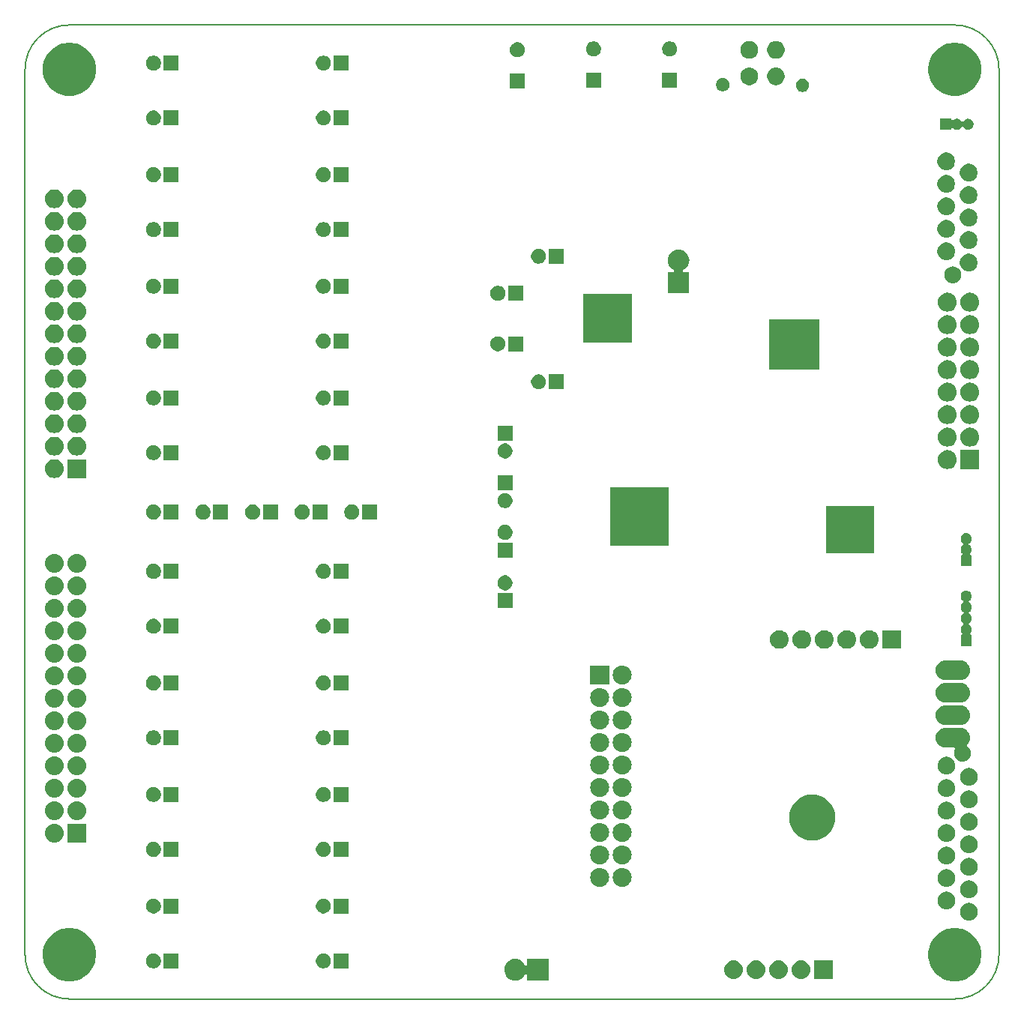
<source format=gbr>
G04 #@! TF.GenerationSoftware,KiCad,Pcbnew,(5.1.0-0)*
G04 #@! TF.CreationDate,2019-04-19T14:21:12+02:00*
G04 #@! TF.ProjectId,freeDSP-aurora DIY,66726565-4453-4502-9d61-75726f726120,rev?*
G04 #@! TF.SameCoordinates,Original*
G04 #@! TF.FileFunction,Soldermask,Bot*
G04 #@! TF.FilePolarity,Negative*
%FSLAX46Y46*%
G04 Gerber Fmt 4.6, Leading zero omitted, Abs format (unit mm)*
G04 Created by KiCad (PCBNEW (5.1.0-0)) date 2019-04-19 14:21:12*
%MOMM*%
%LPD*%
G04 APERTURE LIST*
%ADD10C,0.150000*%
%ADD11C,0.100000*%
G04 APERTURE END LIST*
D10*
X95000000Y-45000000D02*
X195000000Y-45000000D01*
X200000000Y-150000000D02*
G75*
G02X195000000Y-155000000I-5000000J0D01*
G01*
X95000000Y-155000000D02*
G75*
G02X90000000Y-150000000I0J5000000D01*
G01*
X195000000Y-45000000D02*
G75*
G02X200000000Y-50000000I0J-5000000D01*
G01*
X90000000Y-50000000D02*
G75*
G02X95000000Y-45000000I5000000J0D01*
G01*
X95000000Y-155000000D02*
X195000000Y-155000000D01*
X90000000Y-150000000D02*
X90000000Y-50000000D01*
X200000000Y-50000000D02*
X200000000Y-150000000D01*
D11*
G36*
X195681870Y-147076859D02*
G01*
X195875068Y-147115288D01*
X196421033Y-147341434D01*
X196668378Y-147506705D01*
X196912388Y-147669747D01*
X197330253Y-148087612D01*
X197658567Y-148578969D01*
X197884712Y-149124933D01*
X198000000Y-149704524D01*
X198000000Y-150295476D01*
X197945169Y-150571128D01*
X197884712Y-150875068D01*
X197658566Y-151421033D01*
X197330252Y-151912389D01*
X196912389Y-152330252D01*
X196421033Y-152658566D01*
X196421032Y-152658567D01*
X196421031Y-152658567D01*
X196282474Y-152715959D01*
X195875068Y-152884712D01*
X195806228Y-152898405D01*
X195295476Y-153000000D01*
X194704524Y-153000000D01*
X194193772Y-152898405D01*
X194124932Y-152884712D01*
X193717526Y-152715959D01*
X193578969Y-152658567D01*
X193578968Y-152658567D01*
X193578967Y-152658566D01*
X193087611Y-152330252D01*
X192669748Y-151912389D01*
X192341434Y-151421033D01*
X192115288Y-150875068D01*
X192054831Y-150571128D01*
X192000000Y-150295476D01*
X192000000Y-149704524D01*
X192115288Y-149124933D01*
X192341433Y-148578969D01*
X192669747Y-148087612D01*
X193087612Y-147669747D01*
X193331622Y-147506705D01*
X193578967Y-147341434D01*
X194124932Y-147115288D01*
X194318130Y-147076859D01*
X194704524Y-147000000D01*
X195295476Y-147000000D01*
X195681870Y-147076859D01*
X195681870Y-147076859D01*
G37*
G36*
X95681870Y-147076859D02*
G01*
X95875068Y-147115288D01*
X96421033Y-147341434D01*
X96668378Y-147506705D01*
X96912388Y-147669747D01*
X97330253Y-148087612D01*
X97658567Y-148578969D01*
X97884712Y-149124933D01*
X98000000Y-149704524D01*
X98000000Y-150295476D01*
X97945169Y-150571128D01*
X97884712Y-150875068D01*
X97658566Y-151421033D01*
X97330252Y-151912389D01*
X96912389Y-152330252D01*
X96421033Y-152658566D01*
X96421032Y-152658567D01*
X96421031Y-152658567D01*
X96282474Y-152715959D01*
X95875068Y-152884712D01*
X95806228Y-152898405D01*
X95295476Y-153000000D01*
X94704524Y-153000000D01*
X94193772Y-152898405D01*
X94124932Y-152884712D01*
X93717526Y-152715959D01*
X93578969Y-152658567D01*
X93578968Y-152658567D01*
X93578967Y-152658566D01*
X93087611Y-152330252D01*
X92669748Y-151912389D01*
X92341434Y-151421033D01*
X92115288Y-150875068D01*
X92054831Y-150571128D01*
X92000000Y-150295476D01*
X92000000Y-149704524D01*
X92115288Y-149124933D01*
X92341433Y-148578969D01*
X92669747Y-148087612D01*
X93087612Y-147669747D01*
X93331622Y-147506705D01*
X93578967Y-147341434D01*
X94124932Y-147115288D01*
X94318130Y-147076859D01*
X94704524Y-147000000D01*
X95295476Y-147000000D01*
X95681870Y-147076859D01*
X95681870Y-147076859D01*
G37*
G36*
X145479281Y-150489865D02*
G01*
X145598378Y-150501595D01*
X145827594Y-150571127D01*
X145827597Y-150571128D01*
X145975156Y-150650000D01*
X146038842Y-150684041D01*
X146224002Y-150835998D01*
X146375959Y-151021158D01*
X146375961Y-151021162D01*
X146448762Y-151157363D01*
X146462376Y-151177738D01*
X146479703Y-151195065D01*
X146500077Y-151208678D01*
X146522716Y-151218056D01*
X146546749Y-151222836D01*
X146571253Y-151222836D01*
X146595286Y-151218056D01*
X146617925Y-151208678D01*
X146638300Y-151195064D01*
X146655627Y-151177737D01*
X146669240Y-151157363D01*
X146678618Y-151134724D01*
X146684000Y-151098439D01*
X146684000Y-150484000D01*
X149116000Y-150484000D01*
X149116000Y-152916000D01*
X146684000Y-152916000D01*
X146684000Y-152301561D01*
X146681598Y-152277175D01*
X146674485Y-152253726D01*
X146662934Y-152232115D01*
X146647389Y-152213173D01*
X146628447Y-152197628D01*
X146606836Y-152186077D01*
X146583387Y-152178964D01*
X146559001Y-152176562D01*
X146534615Y-152178964D01*
X146511166Y-152186077D01*
X146489555Y-152197628D01*
X146470613Y-152213173D01*
X146448762Y-152242637D01*
X146375959Y-152378842D01*
X146224002Y-152564002D01*
X146038842Y-152715959D01*
X146038838Y-152715961D01*
X145827597Y-152828872D01*
X145827594Y-152828873D01*
X145598378Y-152898405D01*
X145479281Y-152910135D01*
X145419733Y-152916000D01*
X145300267Y-152916000D01*
X145240719Y-152910135D01*
X145121622Y-152898405D01*
X144892406Y-152828873D01*
X144892403Y-152828872D01*
X144681162Y-152715961D01*
X144681158Y-152715959D01*
X144495998Y-152564002D01*
X144344041Y-152378842D01*
X144318069Y-152330252D01*
X144231128Y-152167597D01*
X144211764Y-152103762D01*
X144161595Y-151938378D01*
X144138117Y-151700000D01*
X144161595Y-151461622D01*
X144231127Y-151232406D01*
X144231128Y-151232403D01*
X144344039Y-151021162D01*
X144344041Y-151021158D01*
X144495998Y-150835998D01*
X144681158Y-150684041D01*
X144744844Y-150650000D01*
X144892403Y-150571128D01*
X144892406Y-150571127D01*
X145121622Y-150501595D01*
X145240719Y-150489865D01*
X145300267Y-150484000D01*
X145419733Y-150484000D01*
X145479281Y-150489865D01*
X145479281Y-150489865D01*
G37*
G36*
X172688707Y-150657596D02*
G01*
X172765836Y-150665193D01*
X172963762Y-150725233D01*
X172963765Y-150725234D01*
X173146170Y-150822732D01*
X173306055Y-150953945D01*
X173437268Y-151113830D01*
X173534766Y-151296235D01*
X173534767Y-151296238D01*
X173594807Y-151494164D01*
X173615080Y-151700000D01*
X173594807Y-151905836D01*
X173534767Y-152103762D01*
X173534766Y-152103765D01*
X173437268Y-152286170D01*
X173306055Y-152446055D01*
X173146170Y-152577268D01*
X172963765Y-152674766D01*
X172963762Y-152674767D01*
X172765836Y-152734807D01*
X172688707Y-152742404D01*
X172611580Y-152750000D01*
X172508420Y-152750000D01*
X172431293Y-152742404D01*
X172354164Y-152734807D01*
X172156238Y-152674767D01*
X172156235Y-152674766D01*
X171973830Y-152577268D01*
X171813945Y-152446055D01*
X171682732Y-152286170D01*
X171585234Y-152103765D01*
X171585233Y-152103762D01*
X171525193Y-151905836D01*
X171504920Y-151700000D01*
X171525193Y-151494164D01*
X171585233Y-151296238D01*
X171585234Y-151296235D01*
X171682732Y-151113830D01*
X171813945Y-150953945D01*
X171973830Y-150822732D01*
X172156235Y-150725234D01*
X172156238Y-150725233D01*
X172354164Y-150665193D01*
X172431293Y-150657596D01*
X172508420Y-150650000D01*
X172611580Y-150650000D01*
X172688707Y-150657596D01*
X172688707Y-150657596D01*
G37*
G36*
X170148707Y-150657596D02*
G01*
X170225836Y-150665193D01*
X170423762Y-150725233D01*
X170423765Y-150725234D01*
X170606170Y-150822732D01*
X170766055Y-150953945D01*
X170897268Y-151113830D01*
X170994766Y-151296235D01*
X170994767Y-151296238D01*
X171054807Y-151494164D01*
X171075080Y-151700000D01*
X171054807Y-151905836D01*
X170994767Y-152103762D01*
X170994766Y-152103765D01*
X170897268Y-152286170D01*
X170766055Y-152446055D01*
X170606170Y-152577268D01*
X170423765Y-152674766D01*
X170423762Y-152674767D01*
X170225836Y-152734807D01*
X170148707Y-152742404D01*
X170071580Y-152750000D01*
X169968420Y-152750000D01*
X169891293Y-152742404D01*
X169814164Y-152734807D01*
X169616238Y-152674767D01*
X169616235Y-152674766D01*
X169433830Y-152577268D01*
X169273945Y-152446055D01*
X169142732Y-152286170D01*
X169045234Y-152103765D01*
X169045233Y-152103762D01*
X168985193Y-151905836D01*
X168964920Y-151700000D01*
X168985193Y-151494164D01*
X169045233Y-151296238D01*
X169045234Y-151296235D01*
X169142732Y-151113830D01*
X169273945Y-150953945D01*
X169433830Y-150822732D01*
X169616235Y-150725234D01*
X169616238Y-150725233D01*
X169814164Y-150665193D01*
X169891293Y-150657596D01*
X169968420Y-150650000D01*
X170071580Y-150650000D01*
X170148707Y-150657596D01*
X170148707Y-150657596D01*
G37*
G36*
X175228707Y-150657596D02*
G01*
X175305836Y-150665193D01*
X175503762Y-150725233D01*
X175503765Y-150725234D01*
X175686170Y-150822732D01*
X175846055Y-150953945D01*
X175977268Y-151113830D01*
X176074766Y-151296235D01*
X176074767Y-151296238D01*
X176134807Y-151494164D01*
X176155080Y-151700000D01*
X176134807Y-151905836D01*
X176074767Y-152103762D01*
X176074766Y-152103765D01*
X175977268Y-152286170D01*
X175846055Y-152446055D01*
X175686170Y-152577268D01*
X175503765Y-152674766D01*
X175503762Y-152674767D01*
X175305836Y-152734807D01*
X175228707Y-152742404D01*
X175151580Y-152750000D01*
X175048420Y-152750000D01*
X174971293Y-152742404D01*
X174894164Y-152734807D01*
X174696238Y-152674767D01*
X174696235Y-152674766D01*
X174513830Y-152577268D01*
X174353945Y-152446055D01*
X174222732Y-152286170D01*
X174125234Y-152103765D01*
X174125233Y-152103762D01*
X174065193Y-151905836D01*
X174044920Y-151700000D01*
X174065193Y-151494164D01*
X174125233Y-151296238D01*
X174125234Y-151296235D01*
X174222732Y-151113830D01*
X174353945Y-150953945D01*
X174513830Y-150822732D01*
X174696235Y-150725234D01*
X174696238Y-150725233D01*
X174894164Y-150665193D01*
X174971293Y-150657596D01*
X175048420Y-150650000D01*
X175151580Y-150650000D01*
X175228707Y-150657596D01*
X175228707Y-150657596D01*
G37*
G36*
X177768707Y-150657596D02*
G01*
X177845836Y-150665193D01*
X178043762Y-150725233D01*
X178043765Y-150725234D01*
X178226170Y-150822732D01*
X178386055Y-150953945D01*
X178517268Y-151113830D01*
X178614766Y-151296235D01*
X178614767Y-151296238D01*
X178674807Y-151494164D01*
X178695080Y-151700000D01*
X178674807Y-151905836D01*
X178614767Y-152103762D01*
X178614766Y-152103765D01*
X178517268Y-152286170D01*
X178386055Y-152446055D01*
X178226170Y-152577268D01*
X178043765Y-152674766D01*
X178043762Y-152674767D01*
X177845836Y-152734807D01*
X177768707Y-152742404D01*
X177691580Y-152750000D01*
X177588420Y-152750000D01*
X177511293Y-152742404D01*
X177434164Y-152734807D01*
X177236238Y-152674767D01*
X177236235Y-152674766D01*
X177053830Y-152577268D01*
X176893945Y-152446055D01*
X176762732Y-152286170D01*
X176665234Y-152103765D01*
X176665233Y-152103762D01*
X176605193Y-151905836D01*
X176584920Y-151700000D01*
X176605193Y-151494164D01*
X176665233Y-151296238D01*
X176665234Y-151296235D01*
X176762732Y-151113830D01*
X176893945Y-150953945D01*
X177053830Y-150822732D01*
X177236235Y-150725234D01*
X177236238Y-150725233D01*
X177434164Y-150665193D01*
X177511293Y-150657596D01*
X177588420Y-150650000D01*
X177691580Y-150650000D01*
X177768707Y-150657596D01*
X177768707Y-150657596D01*
G37*
G36*
X181230000Y-152750000D02*
G01*
X179130000Y-152750000D01*
X179130000Y-150650000D01*
X181230000Y-150650000D01*
X181230000Y-152750000D01*
X181230000Y-152750000D01*
G37*
G36*
X126550000Y-151550000D02*
G01*
X124850000Y-151550000D01*
X124850000Y-149850000D01*
X126550000Y-149850000D01*
X126550000Y-151550000D01*
X126550000Y-151550000D01*
G37*
G36*
X123947935Y-149882664D02*
G01*
X124102624Y-149946739D01*
X124102626Y-149946740D01*
X124241844Y-150039762D01*
X124360238Y-150158156D01*
X124453260Y-150297374D01*
X124453261Y-150297376D01*
X124517336Y-150452065D01*
X124550000Y-150616281D01*
X124550000Y-150783719D01*
X124517336Y-150947935D01*
X124453261Y-151102624D01*
X124453260Y-151102626D01*
X124360238Y-151241844D01*
X124241844Y-151360238D01*
X124102626Y-151453260D01*
X124102625Y-151453261D01*
X124102624Y-151453261D01*
X123947935Y-151517336D01*
X123783719Y-151550000D01*
X123616281Y-151550000D01*
X123452065Y-151517336D01*
X123297376Y-151453261D01*
X123297375Y-151453261D01*
X123297374Y-151453260D01*
X123158156Y-151360238D01*
X123039762Y-151241844D01*
X122946740Y-151102626D01*
X122946739Y-151102624D01*
X122882664Y-150947935D01*
X122850000Y-150783719D01*
X122850000Y-150616281D01*
X122882664Y-150452065D01*
X122946739Y-150297376D01*
X122946740Y-150297374D01*
X123039762Y-150158156D01*
X123158156Y-150039762D01*
X123297374Y-149946740D01*
X123297376Y-149946739D01*
X123452065Y-149882664D01*
X123616281Y-149850000D01*
X123783719Y-149850000D01*
X123947935Y-149882664D01*
X123947935Y-149882664D01*
G37*
G36*
X107350000Y-151550000D02*
G01*
X105650000Y-151550000D01*
X105650000Y-149850000D01*
X107350000Y-149850000D01*
X107350000Y-151550000D01*
X107350000Y-151550000D01*
G37*
G36*
X104747935Y-149882664D02*
G01*
X104902624Y-149946739D01*
X104902626Y-149946740D01*
X105041844Y-150039762D01*
X105160238Y-150158156D01*
X105253260Y-150297374D01*
X105253261Y-150297376D01*
X105317336Y-150452065D01*
X105350000Y-150616281D01*
X105350000Y-150783719D01*
X105317336Y-150947935D01*
X105253261Y-151102624D01*
X105253260Y-151102626D01*
X105160238Y-151241844D01*
X105041844Y-151360238D01*
X104902626Y-151453260D01*
X104902625Y-151453261D01*
X104902624Y-151453261D01*
X104747935Y-151517336D01*
X104583719Y-151550000D01*
X104416281Y-151550000D01*
X104252065Y-151517336D01*
X104097376Y-151453261D01*
X104097375Y-151453261D01*
X104097374Y-151453260D01*
X103958156Y-151360238D01*
X103839762Y-151241844D01*
X103746740Y-151102626D01*
X103746739Y-151102624D01*
X103682664Y-150947935D01*
X103650000Y-150783719D01*
X103650000Y-150616281D01*
X103682664Y-150452065D01*
X103746739Y-150297376D01*
X103746740Y-150297374D01*
X103839762Y-150158156D01*
X103958156Y-150039762D01*
X104097374Y-149946740D01*
X104097376Y-149946739D01*
X104252065Y-149882664D01*
X104416281Y-149850000D01*
X104583719Y-149850000D01*
X104747935Y-149882664D01*
X104747935Y-149882664D01*
G37*
G36*
X196827290Y-144165619D02*
G01*
X196891689Y-144178429D01*
X197073678Y-144253811D01*
X197237463Y-144363249D01*
X197376751Y-144502537D01*
X197486189Y-144666322D01*
X197554637Y-144831571D01*
X197561571Y-144848312D01*
X197600000Y-145041507D01*
X197600000Y-145238493D01*
X197597062Y-145253261D01*
X197561571Y-145431689D01*
X197486189Y-145613678D01*
X197376751Y-145777463D01*
X197237463Y-145916751D01*
X197073678Y-146026189D01*
X196891689Y-146101571D01*
X196827290Y-146114381D01*
X196698493Y-146140000D01*
X196501507Y-146140000D01*
X196372710Y-146114381D01*
X196308311Y-146101571D01*
X196126322Y-146026189D01*
X195962537Y-145916751D01*
X195823249Y-145777463D01*
X195713811Y-145613678D01*
X195638429Y-145431689D01*
X195602938Y-145253261D01*
X195600000Y-145238493D01*
X195600000Y-145041507D01*
X195638429Y-144848312D01*
X195645363Y-144831571D01*
X195713811Y-144666322D01*
X195823249Y-144502537D01*
X195962537Y-144363249D01*
X196126322Y-144253811D01*
X196308311Y-144178429D01*
X196372710Y-144165619D01*
X196501507Y-144140000D01*
X196698493Y-144140000D01*
X196827290Y-144165619D01*
X196827290Y-144165619D01*
G37*
G36*
X126550000Y-145350000D02*
G01*
X124850000Y-145350000D01*
X124850000Y-143650000D01*
X126550000Y-143650000D01*
X126550000Y-145350000D01*
X126550000Y-145350000D01*
G37*
G36*
X123947935Y-143682664D02*
G01*
X124102624Y-143746739D01*
X124102626Y-143746740D01*
X124241844Y-143839762D01*
X124360238Y-143958156D01*
X124453260Y-144097374D01*
X124453261Y-144097376D01*
X124517336Y-144252065D01*
X124550000Y-144416281D01*
X124550000Y-144583719D01*
X124517336Y-144747935D01*
X124482692Y-144831571D01*
X124453260Y-144902626D01*
X124360238Y-145041844D01*
X124241844Y-145160238D01*
X124102626Y-145253260D01*
X124102625Y-145253261D01*
X124102624Y-145253261D01*
X123947935Y-145317336D01*
X123783719Y-145350000D01*
X123616281Y-145350000D01*
X123452065Y-145317336D01*
X123297376Y-145253261D01*
X123297375Y-145253261D01*
X123297374Y-145253260D01*
X123158156Y-145160238D01*
X123039762Y-145041844D01*
X122946740Y-144902626D01*
X122917308Y-144831571D01*
X122882664Y-144747935D01*
X122850000Y-144583719D01*
X122850000Y-144416281D01*
X122882664Y-144252065D01*
X122946739Y-144097376D01*
X122946740Y-144097374D01*
X123039762Y-143958156D01*
X123158156Y-143839762D01*
X123297374Y-143746740D01*
X123297376Y-143746739D01*
X123452065Y-143682664D01*
X123616281Y-143650000D01*
X123783719Y-143650000D01*
X123947935Y-143682664D01*
X123947935Y-143682664D01*
G37*
G36*
X107350000Y-145350000D02*
G01*
X105650000Y-145350000D01*
X105650000Y-143650000D01*
X107350000Y-143650000D01*
X107350000Y-145350000D01*
X107350000Y-145350000D01*
G37*
G36*
X104747935Y-143682664D02*
G01*
X104902624Y-143746739D01*
X104902626Y-143746740D01*
X105041844Y-143839762D01*
X105160238Y-143958156D01*
X105253260Y-144097374D01*
X105253261Y-144097376D01*
X105317336Y-144252065D01*
X105350000Y-144416281D01*
X105350000Y-144583719D01*
X105317336Y-144747935D01*
X105282692Y-144831571D01*
X105253260Y-144902626D01*
X105160238Y-145041844D01*
X105041844Y-145160238D01*
X104902626Y-145253260D01*
X104902625Y-145253261D01*
X104902624Y-145253261D01*
X104747935Y-145317336D01*
X104583719Y-145350000D01*
X104416281Y-145350000D01*
X104252065Y-145317336D01*
X104097376Y-145253261D01*
X104097375Y-145253261D01*
X104097374Y-145253260D01*
X103958156Y-145160238D01*
X103839762Y-145041844D01*
X103746740Y-144902626D01*
X103717308Y-144831571D01*
X103682664Y-144747935D01*
X103650000Y-144583719D01*
X103650000Y-144416281D01*
X103682664Y-144252065D01*
X103746739Y-144097376D01*
X103746740Y-144097374D01*
X103839762Y-143958156D01*
X103958156Y-143839762D01*
X104097374Y-143746740D01*
X104097376Y-143746739D01*
X104252065Y-143682664D01*
X104416281Y-143650000D01*
X104583719Y-143650000D01*
X104747935Y-143682664D01*
X104747935Y-143682664D01*
G37*
G36*
X194287290Y-142895619D02*
G01*
X194351689Y-142908429D01*
X194533678Y-142983811D01*
X194697463Y-143093249D01*
X194836751Y-143232537D01*
X194946189Y-143396322D01*
X195014637Y-143561571D01*
X195021571Y-143578312D01*
X195055074Y-143746740D01*
X195060000Y-143771509D01*
X195060000Y-143968491D01*
X195021571Y-144161689D01*
X194946189Y-144343678D01*
X194836751Y-144507463D01*
X194697463Y-144646751D01*
X194533678Y-144756189D01*
X194351689Y-144831571D01*
X194287290Y-144844381D01*
X194158493Y-144870000D01*
X193961507Y-144870000D01*
X193832710Y-144844381D01*
X193768311Y-144831571D01*
X193586322Y-144756189D01*
X193422537Y-144646751D01*
X193283249Y-144507463D01*
X193173811Y-144343678D01*
X193098429Y-144161689D01*
X193060000Y-143968491D01*
X193060000Y-143771509D01*
X193064927Y-143746740D01*
X193098429Y-143578312D01*
X193105363Y-143561571D01*
X193173811Y-143396322D01*
X193283249Y-143232537D01*
X193422537Y-143093249D01*
X193586322Y-142983811D01*
X193768311Y-142908429D01*
X193832710Y-142895619D01*
X193961507Y-142870000D01*
X194158493Y-142870000D01*
X194287290Y-142895619D01*
X194287290Y-142895619D01*
G37*
G36*
X196827290Y-141625619D02*
G01*
X196891689Y-141638429D01*
X197073678Y-141713811D01*
X197237463Y-141823249D01*
X197376751Y-141962537D01*
X197486189Y-142126322D01*
X197561571Y-142308311D01*
X197600000Y-142501509D01*
X197600000Y-142698491D01*
X197561571Y-142891689D01*
X197486189Y-143073678D01*
X197376751Y-143237463D01*
X197237463Y-143376751D01*
X197073678Y-143486189D01*
X196891689Y-143561571D01*
X196827290Y-143574381D01*
X196698493Y-143600000D01*
X196501507Y-143600000D01*
X196372710Y-143574381D01*
X196308311Y-143561571D01*
X196126322Y-143486189D01*
X195962537Y-143376751D01*
X195823249Y-143237463D01*
X195713811Y-143073678D01*
X195638429Y-142891689D01*
X195600000Y-142698491D01*
X195600000Y-142501509D01*
X195638429Y-142308311D01*
X195713811Y-142126322D01*
X195823249Y-141962537D01*
X195962537Y-141823249D01*
X196126322Y-141713811D01*
X196308311Y-141638429D01*
X196372710Y-141625619D01*
X196501507Y-141600000D01*
X196698493Y-141600000D01*
X196827290Y-141625619D01*
X196827290Y-141625619D01*
G37*
G36*
X194287290Y-140355619D02*
G01*
X194351689Y-140368429D01*
X194533678Y-140443811D01*
X194697463Y-140553249D01*
X194836751Y-140692537D01*
X194946189Y-140856322D01*
X195014637Y-141021571D01*
X195021571Y-141038312D01*
X195060000Y-141231507D01*
X195060000Y-141428493D01*
X195034381Y-141557290D01*
X195021571Y-141621689D01*
X194946189Y-141803678D01*
X194836751Y-141967463D01*
X194697463Y-142106751D01*
X194533678Y-142216189D01*
X194351689Y-142291571D01*
X194287290Y-142304381D01*
X194158493Y-142330000D01*
X193961507Y-142330000D01*
X193832710Y-142304381D01*
X193768311Y-142291571D01*
X193586322Y-142216189D01*
X193422537Y-142106751D01*
X193283249Y-141967463D01*
X193173811Y-141803678D01*
X193098429Y-141621689D01*
X193085619Y-141557290D01*
X193060000Y-141428493D01*
X193060000Y-141231507D01*
X193098429Y-141038312D01*
X193105363Y-141021571D01*
X193173811Y-140856322D01*
X193283249Y-140692537D01*
X193422537Y-140553249D01*
X193586322Y-140443811D01*
X193768311Y-140368429D01*
X193832710Y-140355619D01*
X193961507Y-140330000D01*
X194158493Y-140330000D01*
X194287290Y-140355619D01*
X194287290Y-140355619D01*
G37*
G36*
X157648500Y-140211789D02*
G01*
X157848994Y-140272608D01*
X158033759Y-140371367D01*
X158033762Y-140371369D01*
X158033763Y-140371370D01*
X158195718Y-140504282D01*
X158328630Y-140666237D01*
X158328633Y-140666241D01*
X158427392Y-140851006D01*
X158488211Y-141051500D01*
X158508746Y-141260000D01*
X158488211Y-141468500D01*
X158427392Y-141668994D01*
X158328633Y-141853759D01*
X158328631Y-141853762D01*
X158328630Y-141853763D01*
X158195718Y-142015718D01*
X158033763Y-142148630D01*
X158033759Y-142148633D01*
X157848994Y-142247392D01*
X157648500Y-142308211D01*
X157492251Y-142323600D01*
X157387749Y-142323600D01*
X157231500Y-142308211D01*
X157031006Y-142247392D01*
X156846241Y-142148633D01*
X156846237Y-142148630D01*
X156684282Y-142015718D01*
X156551370Y-141853763D01*
X156551369Y-141853762D01*
X156551367Y-141853759D01*
X156452608Y-141668994D01*
X156391789Y-141468500D01*
X156371254Y-141260000D01*
X156391789Y-141051500D01*
X156452608Y-140851006D01*
X156551367Y-140666241D01*
X156551370Y-140666237D01*
X156684282Y-140504282D01*
X156846237Y-140371370D01*
X156846238Y-140371369D01*
X156846241Y-140371367D01*
X157031006Y-140272608D01*
X157231500Y-140211789D01*
X157387749Y-140196400D01*
X157492251Y-140196400D01*
X157648500Y-140211789D01*
X157648500Y-140211789D01*
G37*
G36*
X155108500Y-140211789D02*
G01*
X155308994Y-140272608D01*
X155493759Y-140371367D01*
X155493762Y-140371369D01*
X155493763Y-140371370D01*
X155655718Y-140504282D01*
X155788630Y-140666237D01*
X155788633Y-140666241D01*
X155887392Y-140851006D01*
X155948211Y-141051500D01*
X155968746Y-141260000D01*
X155948211Y-141468500D01*
X155887392Y-141668994D01*
X155788633Y-141853759D01*
X155788631Y-141853762D01*
X155788630Y-141853763D01*
X155655718Y-142015718D01*
X155493763Y-142148630D01*
X155493759Y-142148633D01*
X155308994Y-142247392D01*
X155108500Y-142308211D01*
X154952251Y-142323600D01*
X154847749Y-142323600D01*
X154691500Y-142308211D01*
X154491006Y-142247392D01*
X154306241Y-142148633D01*
X154306237Y-142148630D01*
X154144282Y-142015718D01*
X154011370Y-141853763D01*
X154011369Y-141853762D01*
X154011367Y-141853759D01*
X153912608Y-141668994D01*
X153851789Y-141468500D01*
X153831254Y-141260000D01*
X153851789Y-141051500D01*
X153912608Y-140851006D01*
X154011367Y-140666241D01*
X154011370Y-140666237D01*
X154144282Y-140504282D01*
X154306237Y-140371370D01*
X154306238Y-140371369D01*
X154306241Y-140371367D01*
X154491006Y-140272608D01*
X154691500Y-140211789D01*
X154847749Y-140196400D01*
X154952251Y-140196400D01*
X155108500Y-140211789D01*
X155108500Y-140211789D01*
G37*
G36*
X196827290Y-139085619D02*
G01*
X196891689Y-139098429D01*
X197073678Y-139173811D01*
X197237463Y-139283249D01*
X197376751Y-139422537D01*
X197486189Y-139586322D01*
X197561571Y-139768311D01*
X197561571Y-139768312D01*
X197600000Y-139961507D01*
X197600000Y-140158493D01*
X197577301Y-140272607D01*
X197561571Y-140351689D01*
X197486189Y-140533678D01*
X197376751Y-140697463D01*
X197237463Y-140836751D01*
X197073678Y-140946189D01*
X196891689Y-141021571D01*
X196827290Y-141034381D01*
X196698493Y-141060000D01*
X196501507Y-141060000D01*
X196372710Y-141034381D01*
X196308311Y-141021571D01*
X196126322Y-140946189D01*
X195962537Y-140836751D01*
X195823249Y-140697463D01*
X195713811Y-140533678D01*
X195638429Y-140351689D01*
X195622699Y-140272607D01*
X195600000Y-140158493D01*
X195600000Y-139961507D01*
X195638429Y-139768312D01*
X195638429Y-139768311D01*
X195713811Y-139586322D01*
X195823249Y-139422537D01*
X195962537Y-139283249D01*
X196126322Y-139173811D01*
X196308311Y-139098429D01*
X196372710Y-139085619D01*
X196501507Y-139060000D01*
X196698493Y-139060000D01*
X196827290Y-139085619D01*
X196827290Y-139085619D01*
G37*
G36*
X194287290Y-137815619D02*
G01*
X194351689Y-137828429D01*
X194533678Y-137903811D01*
X194697463Y-138013249D01*
X194836751Y-138152537D01*
X194946189Y-138316322D01*
X195014637Y-138481571D01*
X195021571Y-138498312D01*
X195060000Y-138691507D01*
X195060000Y-138888493D01*
X195047765Y-138950000D01*
X195021571Y-139081689D01*
X194946189Y-139263678D01*
X194836751Y-139427463D01*
X194697463Y-139566751D01*
X194533678Y-139676189D01*
X194351689Y-139751571D01*
X194287290Y-139764381D01*
X194158493Y-139790000D01*
X193961507Y-139790000D01*
X193832710Y-139764381D01*
X193768311Y-139751571D01*
X193586322Y-139676189D01*
X193422537Y-139566751D01*
X193283249Y-139427463D01*
X193173811Y-139263678D01*
X193098429Y-139081689D01*
X193072235Y-138950000D01*
X193060000Y-138888493D01*
X193060000Y-138691507D01*
X193098429Y-138498312D01*
X193105363Y-138481571D01*
X193173811Y-138316322D01*
X193283249Y-138152537D01*
X193422537Y-138013249D01*
X193586322Y-137903811D01*
X193768311Y-137828429D01*
X193832710Y-137815619D01*
X193961507Y-137790000D01*
X194158493Y-137790000D01*
X194287290Y-137815619D01*
X194287290Y-137815619D01*
G37*
G36*
X157648500Y-137671789D02*
G01*
X157848994Y-137732608D01*
X158033759Y-137831367D01*
X158033762Y-137831369D01*
X158033763Y-137831370D01*
X158195718Y-137964282D01*
X158328630Y-138126237D01*
X158328633Y-138126241D01*
X158427392Y-138311006D01*
X158488211Y-138511500D01*
X158508746Y-138720000D01*
X158488211Y-138928500D01*
X158427392Y-139128994D01*
X158328633Y-139313759D01*
X158328631Y-139313762D01*
X158328630Y-139313763D01*
X158195718Y-139475718D01*
X158033763Y-139608630D01*
X158033759Y-139608633D01*
X157848994Y-139707392D01*
X157648500Y-139768211D01*
X157492251Y-139783600D01*
X157387749Y-139783600D01*
X157231500Y-139768211D01*
X157031006Y-139707392D01*
X156846241Y-139608633D01*
X156846237Y-139608630D01*
X156684282Y-139475718D01*
X156551370Y-139313763D01*
X156551369Y-139313762D01*
X156551367Y-139313759D01*
X156452608Y-139128994D01*
X156391789Y-138928500D01*
X156371254Y-138720000D01*
X156391789Y-138511500D01*
X156452608Y-138311006D01*
X156551367Y-138126241D01*
X156551370Y-138126237D01*
X156684282Y-137964282D01*
X156846237Y-137831370D01*
X156846238Y-137831369D01*
X156846241Y-137831367D01*
X157031006Y-137732608D01*
X157231500Y-137671789D01*
X157387749Y-137656400D01*
X157492251Y-137656400D01*
X157648500Y-137671789D01*
X157648500Y-137671789D01*
G37*
G36*
X155108500Y-137671789D02*
G01*
X155308994Y-137732608D01*
X155493759Y-137831367D01*
X155493762Y-137831369D01*
X155493763Y-137831370D01*
X155655718Y-137964282D01*
X155788630Y-138126237D01*
X155788633Y-138126241D01*
X155887392Y-138311006D01*
X155948211Y-138511500D01*
X155968746Y-138720000D01*
X155948211Y-138928500D01*
X155887392Y-139128994D01*
X155788633Y-139313759D01*
X155788631Y-139313762D01*
X155788630Y-139313763D01*
X155655718Y-139475718D01*
X155493763Y-139608630D01*
X155493759Y-139608633D01*
X155308994Y-139707392D01*
X155108500Y-139768211D01*
X154952251Y-139783600D01*
X154847749Y-139783600D01*
X154691500Y-139768211D01*
X154491006Y-139707392D01*
X154306241Y-139608633D01*
X154306237Y-139608630D01*
X154144282Y-139475718D01*
X154011370Y-139313763D01*
X154011369Y-139313762D01*
X154011367Y-139313759D01*
X153912608Y-139128994D01*
X153851789Y-138928500D01*
X153831254Y-138720000D01*
X153851789Y-138511500D01*
X153912608Y-138311006D01*
X154011367Y-138126241D01*
X154011370Y-138126237D01*
X154144282Y-137964282D01*
X154306237Y-137831370D01*
X154306238Y-137831369D01*
X154306241Y-137831367D01*
X154491006Y-137732608D01*
X154691500Y-137671789D01*
X154847749Y-137656400D01*
X154952251Y-137656400D01*
X155108500Y-137671789D01*
X155108500Y-137671789D01*
G37*
G36*
X126550000Y-138950000D02*
G01*
X124850000Y-138950000D01*
X124850000Y-137250000D01*
X126550000Y-137250000D01*
X126550000Y-138950000D01*
X126550000Y-138950000D01*
G37*
G36*
X123947935Y-137282664D02*
G01*
X124102624Y-137346739D01*
X124102626Y-137346740D01*
X124241844Y-137439762D01*
X124360238Y-137558156D01*
X124436165Y-137671790D01*
X124453261Y-137697376D01*
X124517336Y-137852065D01*
X124550000Y-138016281D01*
X124550000Y-138183719D01*
X124517336Y-138347935D01*
X124455047Y-138498312D01*
X124453260Y-138502626D01*
X124360238Y-138641844D01*
X124241844Y-138760238D01*
X124102626Y-138853260D01*
X124102625Y-138853261D01*
X124102624Y-138853261D01*
X123947935Y-138917336D01*
X123783719Y-138950000D01*
X123616281Y-138950000D01*
X123452065Y-138917336D01*
X123297376Y-138853261D01*
X123297375Y-138853261D01*
X123297374Y-138853260D01*
X123158156Y-138760238D01*
X123039762Y-138641844D01*
X122946740Y-138502626D01*
X122944953Y-138498312D01*
X122882664Y-138347935D01*
X122850000Y-138183719D01*
X122850000Y-138016281D01*
X122882664Y-137852065D01*
X122946739Y-137697376D01*
X122963835Y-137671790D01*
X123039762Y-137558156D01*
X123158156Y-137439762D01*
X123297374Y-137346740D01*
X123297376Y-137346739D01*
X123452065Y-137282664D01*
X123616281Y-137250000D01*
X123783719Y-137250000D01*
X123947935Y-137282664D01*
X123947935Y-137282664D01*
G37*
G36*
X107350000Y-138950000D02*
G01*
X105650000Y-138950000D01*
X105650000Y-137250000D01*
X107350000Y-137250000D01*
X107350000Y-138950000D01*
X107350000Y-138950000D01*
G37*
G36*
X104747935Y-137282664D02*
G01*
X104902624Y-137346739D01*
X104902626Y-137346740D01*
X105041844Y-137439762D01*
X105160238Y-137558156D01*
X105236165Y-137671790D01*
X105253261Y-137697376D01*
X105317336Y-137852065D01*
X105350000Y-138016281D01*
X105350000Y-138183719D01*
X105317336Y-138347935D01*
X105255047Y-138498312D01*
X105253260Y-138502626D01*
X105160238Y-138641844D01*
X105041844Y-138760238D01*
X104902626Y-138853260D01*
X104902625Y-138853261D01*
X104902624Y-138853261D01*
X104747935Y-138917336D01*
X104583719Y-138950000D01*
X104416281Y-138950000D01*
X104252065Y-138917336D01*
X104097376Y-138853261D01*
X104097375Y-138853261D01*
X104097374Y-138853260D01*
X103958156Y-138760238D01*
X103839762Y-138641844D01*
X103746740Y-138502626D01*
X103744953Y-138498312D01*
X103682664Y-138347935D01*
X103650000Y-138183719D01*
X103650000Y-138016281D01*
X103682664Y-137852065D01*
X103746739Y-137697376D01*
X103763835Y-137671790D01*
X103839762Y-137558156D01*
X103958156Y-137439762D01*
X104097374Y-137346740D01*
X104097376Y-137346739D01*
X104252065Y-137282664D01*
X104416281Y-137250000D01*
X104583719Y-137250000D01*
X104747935Y-137282664D01*
X104747935Y-137282664D01*
G37*
G36*
X196827290Y-136545619D02*
G01*
X196891689Y-136558429D01*
X197073678Y-136633811D01*
X197237463Y-136743249D01*
X197376751Y-136882537D01*
X197486189Y-137046322D01*
X197561571Y-137228311D01*
X197561571Y-137228312D01*
X197600000Y-137421507D01*
X197600000Y-137618493D01*
X197584309Y-137697376D01*
X197561571Y-137811689D01*
X197486189Y-137993678D01*
X197376751Y-138157463D01*
X197237463Y-138296751D01*
X197073678Y-138406189D01*
X196891689Y-138481571D01*
X196827290Y-138494381D01*
X196698493Y-138520000D01*
X196501507Y-138520000D01*
X196372710Y-138494381D01*
X196308311Y-138481571D01*
X196126322Y-138406189D01*
X195962537Y-138296751D01*
X195823249Y-138157463D01*
X195713811Y-137993678D01*
X195638429Y-137811689D01*
X195615691Y-137697376D01*
X195600000Y-137618493D01*
X195600000Y-137421507D01*
X195638429Y-137228312D01*
X195638429Y-137228311D01*
X195713811Y-137046322D01*
X195823249Y-136882537D01*
X195962537Y-136743249D01*
X196126322Y-136633811D01*
X196308311Y-136558429D01*
X196372710Y-136545619D01*
X196501507Y-136520000D01*
X196698493Y-136520000D01*
X196827290Y-136545619D01*
X196827290Y-136545619D01*
G37*
G36*
X93518500Y-135231789D02*
G01*
X93718994Y-135292608D01*
X93903759Y-135391367D01*
X93903762Y-135391369D01*
X93903763Y-135391370D01*
X94065718Y-135524282D01*
X94198630Y-135686237D01*
X94198633Y-135686241D01*
X94297392Y-135871006D01*
X94358211Y-136071500D01*
X94378746Y-136280000D01*
X94358211Y-136488500D01*
X94297392Y-136688994D01*
X94198633Y-136873759D01*
X94198631Y-136873762D01*
X94198630Y-136873763D01*
X94065718Y-137035718D01*
X93905270Y-137167393D01*
X93903759Y-137168633D01*
X93718994Y-137267392D01*
X93518500Y-137328211D01*
X93362251Y-137343600D01*
X93257749Y-137343600D01*
X93101500Y-137328211D01*
X92901006Y-137267392D01*
X92716241Y-137168633D01*
X92714730Y-137167393D01*
X92554282Y-137035718D01*
X92421370Y-136873763D01*
X92421369Y-136873762D01*
X92421367Y-136873759D01*
X92322608Y-136688994D01*
X92261789Y-136488500D01*
X92241254Y-136280000D01*
X92261789Y-136071500D01*
X92322608Y-135871006D01*
X92421367Y-135686241D01*
X92421370Y-135686237D01*
X92554282Y-135524282D01*
X92716237Y-135391370D01*
X92716238Y-135391369D01*
X92716241Y-135391367D01*
X92901006Y-135292608D01*
X93101500Y-135231789D01*
X93257749Y-135216400D01*
X93362251Y-135216400D01*
X93518500Y-135231789D01*
X93518500Y-135231789D01*
G37*
G36*
X96913600Y-137343600D02*
G01*
X94786400Y-137343600D01*
X94786400Y-135216400D01*
X96913600Y-135216400D01*
X96913600Y-137343600D01*
X96913600Y-137343600D01*
G37*
G36*
X194287290Y-135275619D02*
G01*
X194351689Y-135288429D01*
X194533678Y-135363811D01*
X194697463Y-135473249D01*
X194836751Y-135612537D01*
X194946189Y-135776322D01*
X195018738Y-135951472D01*
X195021571Y-135958312D01*
X195060000Y-136151507D01*
X195060000Y-136348493D01*
X195034381Y-136477290D01*
X195021571Y-136541689D01*
X194946189Y-136723678D01*
X194836751Y-136887463D01*
X194697463Y-137026751D01*
X194533678Y-137136189D01*
X194351689Y-137211571D01*
X194287290Y-137224381D01*
X194158493Y-137250000D01*
X193961507Y-137250000D01*
X193832710Y-137224381D01*
X193768311Y-137211571D01*
X193586322Y-137136189D01*
X193422537Y-137026751D01*
X193283249Y-136887463D01*
X193173811Y-136723678D01*
X193098429Y-136541689D01*
X193085619Y-136477290D01*
X193060000Y-136348493D01*
X193060000Y-136151507D01*
X193098429Y-135958312D01*
X193101262Y-135951472D01*
X193173811Y-135776322D01*
X193283249Y-135612537D01*
X193422537Y-135473249D01*
X193586322Y-135363811D01*
X193768311Y-135288429D01*
X193832710Y-135275619D01*
X193961507Y-135250000D01*
X194158493Y-135250000D01*
X194287290Y-135275619D01*
X194287290Y-135275619D01*
G37*
G36*
X157648500Y-135131789D02*
G01*
X157848994Y-135192608D01*
X158033759Y-135291367D01*
X158033762Y-135291369D01*
X158033763Y-135291370D01*
X158195718Y-135424282D01*
X158328630Y-135586237D01*
X158328633Y-135586241D01*
X158427392Y-135771006D01*
X158488211Y-135971500D01*
X158508746Y-136180000D01*
X158488211Y-136388500D01*
X158427392Y-136588994D01*
X158328633Y-136773759D01*
X158328631Y-136773762D01*
X158328630Y-136773763D01*
X158195718Y-136935718D01*
X158041377Y-137062381D01*
X158033759Y-137068633D01*
X157848994Y-137167392D01*
X157648500Y-137228211D01*
X157492251Y-137243600D01*
X157387749Y-137243600D01*
X157231500Y-137228211D01*
X157031006Y-137167392D01*
X156846241Y-137068633D01*
X156838623Y-137062381D01*
X156684282Y-136935718D01*
X156551370Y-136773763D01*
X156551369Y-136773762D01*
X156551367Y-136773759D01*
X156452608Y-136588994D01*
X156391789Y-136388500D01*
X156371254Y-136180000D01*
X156391789Y-135971500D01*
X156452608Y-135771006D01*
X156551367Y-135586241D01*
X156551370Y-135586237D01*
X156684282Y-135424282D01*
X156846237Y-135291370D01*
X156846238Y-135291369D01*
X156846241Y-135291367D01*
X157031006Y-135192608D01*
X157231500Y-135131789D01*
X157387749Y-135116400D01*
X157492251Y-135116400D01*
X157648500Y-135131789D01*
X157648500Y-135131789D01*
G37*
G36*
X155108500Y-135131789D02*
G01*
X155308994Y-135192608D01*
X155493759Y-135291367D01*
X155493762Y-135291369D01*
X155493763Y-135291370D01*
X155655718Y-135424282D01*
X155788630Y-135586237D01*
X155788633Y-135586241D01*
X155887392Y-135771006D01*
X155948211Y-135971500D01*
X155968746Y-136180000D01*
X155948211Y-136388500D01*
X155887392Y-136588994D01*
X155788633Y-136773759D01*
X155788631Y-136773762D01*
X155788630Y-136773763D01*
X155655718Y-136935718D01*
X155501377Y-137062381D01*
X155493759Y-137068633D01*
X155308994Y-137167392D01*
X155108500Y-137228211D01*
X154952251Y-137243600D01*
X154847749Y-137243600D01*
X154691500Y-137228211D01*
X154491006Y-137167392D01*
X154306241Y-137068633D01*
X154298623Y-137062381D01*
X154144282Y-136935718D01*
X154011370Y-136773763D01*
X154011369Y-136773762D01*
X154011367Y-136773759D01*
X153912608Y-136588994D01*
X153851789Y-136388500D01*
X153831254Y-136180000D01*
X153851789Y-135971500D01*
X153912608Y-135771006D01*
X154011367Y-135586241D01*
X154011370Y-135586237D01*
X154144282Y-135424282D01*
X154306237Y-135291370D01*
X154306238Y-135291369D01*
X154306241Y-135291367D01*
X154491006Y-135192608D01*
X154691500Y-135131789D01*
X154847749Y-135116400D01*
X154952251Y-135116400D01*
X155108500Y-135131789D01*
X155108500Y-135131789D01*
G37*
G36*
X179409687Y-131937619D02*
G01*
X179899794Y-132086292D01*
X180351471Y-132327718D01*
X180747373Y-132652627D01*
X181072282Y-133048529D01*
X181313708Y-133500206D01*
X181462381Y-133990313D01*
X181512580Y-134500000D01*
X181462381Y-135009687D01*
X181313708Y-135499794D01*
X181072282Y-135951471D01*
X180747373Y-136347373D01*
X180351471Y-136672282D01*
X179899794Y-136913708D01*
X179409687Y-137062381D01*
X179027731Y-137100000D01*
X178772269Y-137100000D01*
X178390313Y-137062381D01*
X177900206Y-136913708D01*
X177448529Y-136672282D01*
X177052627Y-136347373D01*
X176727718Y-135951471D01*
X176486292Y-135499794D01*
X176337619Y-135009687D01*
X176287420Y-134500000D01*
X176337619Y-133990313D01*
X176486292Y-133500206D01*
X176727718Y-133048529D01*
X177052627Y-132652627D01*
X177448529Y-132327718D01*
X177900206Y-132086292D01*
X178390313Y-131937619D01*
X178772269Y-131900000D01*
X179027731Y-131900000D01*
X179409687Y-131937619D01*
X179409687Y-131937619D01*
G37*
G36*
X196827290Y-134005619D02*
G01*
X196891689Y-134018429D01*
X197073678Y-134093811D01*
X197237463Y-134203249D01*
X197376751Y-134342537D01*
X197486189Y-134506322D01*
X197561571Y-134688311D01*
X197561571Y-134688312D01*
X197600000Y-134881507D01*
X197600000Y-135078493D01*
X197577301Y-135192607D01*
X197561571Y-135271689D01*
X197486189Y-135453678D01*
X197376751Y-135617463D01*
X197237463Y-135756751D01*
X197073678Y-135866189D01*
X196891689Y-135941571D01*
X196827290Y-135954381D01*
X196698493Y-135980000D01*
X196501507Y-135980000D01*
X196372710Y-135954381D01*
X196308311Y-135941571D01*
X196126322Y-135866189D01*
X195962537Y-135756751D01*
X195823249Y-135617463D01*
X195713811Y-135453678D01*
X195638429Y-135271689D01*
X195622699Y-135192607D01*
X195600000Y-135078493D01*
X195600000Y-134881507D01*
X195638429Y-134688312D01*
X195638429Y-134688311D01*
X195713811Y-134506322D01*
X195823249Y-134342537D01*
X195962537Y-134203249D01*
X196126322Y-134093811D01*
X196308311Y-134018429D01*
X196372710Y-134005619D01*
X196501507Y-133980000D01*
X196698493Y-133980000D01*
X196827290Y-134005619D01*
X196827290Y-134005619D01*
G37*
G36*
X93518500Y-132691789D02*
G01*
X93718994Y-132752608D01*
X93903759Y-132851367D01*
X93903762Y-132851369D01*
X93903763Y-132851370D01*
X94065718Y-132984282D01*
X94198630Y-133146237D01*
X94198633Y-133146241D01*
X94297392Y-133331006D01*
X94358211Y-133531500D01*
X94378746Y-133740000D01*
X94358211Y-133948500D01*
X94297392Y-134148994D01*
X94198633Y-134333759D01*
X94198631Y-134333762D01*
X94198630Y-134333763D01*
X94065718Y-134495718D01*
X93905270Y-134627393D01*
X93903759Y-134628633D01*
X93718994Y-134727392D01*
X93518500Y-134788211D01*
X93362251Y-134803600D01*
X93257749Y-134803600D01*
X93101500Y-134788211D01*
X92901006Y-134727392D01*
X92716241Y-134628633D01*
X92714730Y-134627393D01*
X92554282Y-134495718D01*
X92421370Y-134333763D01*
X92421369Y-134333762D01*
X92421367Y-134333759D01*
X92322608Y-134148994D01*
X92261789Y-133948500D01*
X92241254Y-133740000D01*
X92261789Y-133531500D01*
X92322608Y-133331006D01*
X92421367Y-133146241D01*
X92421370Y-133146237D01*
X92554282Y-132984282D01*
X92716237Y-132851370D01*
X92716238Y-132851369D01*
X92716241Y-132851367D01*
X92901006Y-132752608D01*
X93101500Y-132691789D01*
X93257749Y-132676400D01*
X93362251Y-132676400D01*
X93518500Y-132691789D01*
X93518500Y-132691789D01*
G37*
G36*
X96058500Y-132691789D02*
G01*
X96258994Y-132752608D01*
X96443759Y-132851367D01*
X96443762Y-132851369D01*
X96443763Y-132851370D01*
X96605718Y-132984282D01*
X96738630Y-133146237D01*
X96738633Y-133146241D01*
X96837392Y-133331006D01*
X96898211Y-133531500D01*
X96918746Y-133740000D01*
X96898211Y-133948500D01*
X96837392Y-134148994D01*
X96738633Y-134333759D01*
X96738631Y-134333762D01*
X96738630Y-134333763D01*
X96605718Y-134495718D01*
X96445270Y-134627393D01*
X96443759Y-134628633D01*
X96258994Y-134727392D01*
X96058500Y-134788211D01*
X95902251Y-134803600D01*
X95797749Y-134803600D01*
X95641500Y-134788211D01*
X95441006Y-134727392D01*
X95256241Y-134628633D01*
X95254730Y-134627393D01*
X95094282Y-134495718D01*
X94961370Y-134333763D01*
X94961369Y-134333762D01*
X94961367Y-134333759D01*
X94862608Y-134148994D01*
X94801789Y-133948500D01*
X94781254Y-133740000D01*
X94801789Y-133531500D01*
X94862608Y-133331006D01*
X94961367Y-133146241D01*
X94961370Y-133146237D01*
X95094282Y-132984282D01*
X95256237Y-132851370D01*
X95256238Y-132851369D01*
X95256241Y-132851367D01*
X95441006Y-132752608D01*
X95641500Y-132691789D01*
X95797749Y-132676400D01*
X95902251Y-132676400D01*
X96058500Y-132691789D01*
X96058500Y-132691789D01*
G37*
G36*
X194287290Y-132735619D02*
G01*
X194351689Y-132748429D01*
X194533678Y-132823811D01*
X194697463Y-132933249D01*
X194836751Y-133072537D01*
X194946189Y-133236322D01*
X194985408Y-133331006D01*
X195021571Y-133418312D01*
X195060000Y-133611507D01*
X195060000Y-133808493D01*
X195034381Y-133937290D01*
X195021571Y-134001689D01*
X194946189Y-134183678D01*
X194836751Y-134347463D01*
X194697463Y-134486751D01*
X194533678Y-134596189D01*
X194351689Y-134671571D01*
X194287290Y-134684381D01*
X194158493Y-134710000D01*
X193961507Y-134710000D01*
X193832710Y-134684381D01*
X193768311Y-134671571D01*
X193586322Y-134596189D01*
X193422537Y-134486751D01*
X193283249Y-134347463D01*
X193173811Y-134183678D01*
X193098429Y-134001689D01*
X193085619Y-133937290D01*
X193060000Y-133808493D01*
X193060000Y-133611507D01*
X193098429Y-133418312D01*
X193134592Y-133331006D01*
X193173811Y-133236322D01*
X193283249Y-133072537D01*
X193422537Y-132933249D01*
X193586322Y-132823811D01*
X193768311Y-132748429D01*
X193832710Y-132735619D01*
X193961507Y-132710000D01*
X194158493Y-132710000D01*
X194287290Y-132735619D01*
X194287290Y-132735619D01*
G37*
G36*
X155108500Y-132591789D02*
G01*
X155308994Y-132652608D01*
X155493759Y-132751367D01*
X155493762Y-132751369D01*
X155493763Y-132751370D01*
X155655718Y-132884282D01*
X155788630Y-133046237D01*
X155788633Y-133046241D01*
X155887392Y-133231006D01*
X155948211Y-133431500D01*
X155968746Y-133640000D01*
X155948211Y-133848500D01*
X155887392Y-134048994D01*
X155788633Y-134233759D01*
X155788631Y-134233762D01*
X155788630Y-134233763D01*
X155655718Y-134395718D01*
X155493763Y-134528630D01*
X155493759Y-134528633D01*
X155308994Y-134627392D01*
X155108500Y-134688211D01*
X154952251Y-134703600D01*
X154847749Y-134703600D01*
X154691500Y-134688211D01*
X154491006Y-134627392D01*
X154306241Y-134528633D01*
X154306237Y-134528630D01*
X154144282Y-134395718D01*
X154011370Y-134233763D01*
X154011369Y-134233762D01*
X154011367Y-134233759D01*
X153912608Y-134048994D01*
X153851789Y-133848500D01*
X153831254Y-133640000D01*
X153851789Y-133431500D01*
X153912608Y-133231006D01*
X154011367Y-133046241D01*
X154011370Y-133046237D01*
X154144282Y-132884282D01*
X154306237Y-132751370D01*
X154306238Y-132751369D01*
X154306241Y-132751367D01*
X154491006Y-132652608D01*
X154691500Y-132591789D01*
X154847749Y-132576400D01*
X154952251Y-132576400D01*
X155108500Y-132591789D01*
X155108500Y-132591789D01*
G37*
G36*
X157648500Y-132591789D02*
G01*
X157848994Y-132652608D01*
X158033759Y-132751367D01*
X158033762Y-132751369D01*
X158033763Y-132751370D01*
X158195718Y-132884282D01*
X158328630Y-133046237D01*
X158328633Y-133046241D01*
X158427392Y-133231006D01*
X158488211Y-133431500D01*
X158508746Y-133640000D01*
X158488211Y-133848500D01*
X158427392Y-134048994D01*
X158328633Y-134233759D01*
X158328631Y-134233762D01*
X158328630Y-134233763D01*
X158195718Y-134395718D01*
X158033763Y-134528630D01*
X158033759Y-134528633D01*
X157848994Y-134627392D01*
X157648500Y-134688211D01*
X157492251Y-134703600D01*
X157387749Y-134703600D01*
X157231500Y-134688211D01*
X157031006Y-134627392D01*
X156846241Y-134528633D01*
X156846237Y-134528630D01*
X156684282Y-134395718D01*
X156551370Y-134233763D01*
X156551369Y-134233762D01*
X156551367Y-134233759D01*
X156452608Y-134048994D01*
X156391789Y-133848500D01*
X156371254Y-133640000D01*
X156391789Y-133431500D01*
X156452608Y-133231006D01*
X156551367Y-133046241D01*
X156551370Y-133046237D01*
X156684282Y-132884282D01*
X156846237Y-132751370D01*
X156846238Y-132751369D01*
X156846241Y-132751367D01*
X157031006Y-132652608D01*
X157231500Y-132591789D01*
X157387749Y-132576400D01*
X157492251Y-132576400D01*
X157648500Y-132591789D01*
X157648500Y-132591789D01*
G37*
G36*
X196827290Y-131465619D02*
G01*
X196891689Y-131478429D01*
X197073678Y-131553811D01*
X197237463Y-131663249D01*
X197376751Y-131802537D01*
X197486189Y-131966322D01*
X197561571Y-132148311D01*
X197561571Y-132148312D01*
X197600000Y-132341507D01*
X197600000Y-132538493D01*
X197577301Y-132652607D01*
X197561571Y-132731689D01*
X197486189Y-132913678D01*
X197376751Y-133077463D01*
X197237463Y-133216751D01*
X197073678Y-133326189D01*
X196891689Y-133401571D01*
X196827290Y-133414381D01*
X196698493Y-133440000D01*
X196501507Y-133440000D01*
X196372710Y-133414381D01*
X196308311Y-133401571D01*
X196126322Y-133326189D01*
X195962537Y-133216751D01*
X195823249Y-133077463D01*
X195713811Y-132913678D01*
X195638429Y-132731689D01*
X195622699Y-132652607D01*
X195600000Y-132538493D01*
X195600000Y-132341507D01*
X195638429Y-132148312D01*
X195638429Y-132148311D01*
X195713811Y-131966322D01*
X195823249Y-131802537D01*
X195962537Y-131663249D01*
X196126322Y-131553811D01*
X196308311Y-131478429D01*
X196372710Y-131465619D01*
X196501507Y-131440000D01*
X196698493Y-131440000D01*
X196827290Y-131465619D01*
X196827290Y-131465619D01*
G37*
G36*
X104747935Y-131082664D02*
G01*
X104902624Y-131146739D01*
X104902626Y-131146740D01*
X105041844Y-131239762D01*
X105160238Y-131358156D01*
X105229416Y-131461689D01*
X105253261Y-131497376D01*
X105317336Y-131652065D01*
X105350000Y-131816281D01*
X105350000Y-131983719D01*
X105317336Y-132147935D01*
X105275800Y-132248210D01*
X105253260Y-132302626D01*
X105160238Y-132441844D01*
X105041844Y-132560238D01*
X104902626Y-132653260D01*
X104902625Y-132653261D01*
X104902624Y-132653261D01*
X104747935Y-132717336D01*
X104583719Y-132750000D01*
X104416281Y-132750000D01*
X104252065Y-132717336D01*
X104097376Y-132653261D01*
X104097375Y-132653261D01*
X104097374Y-132653260D01*
X103958156Y-132560238D01*
X103839762Y-132441844D01*
X103746740Y-132302626D01*
X103724200Y-132248210D01*
X103682664Y-132147935D01*
X103650000Y-131983719D01*
X103650000Y-131816281D01*
X103682664Y-131652065D01*
X103746739Y-131497376D01*
X103770584Y-131461689D01*
X103839762Y-131358156D01*
X103958156Y-131239762D01*
X104097374Y-131146740D01*
X104097376Y-131146739D01*
X104252065Y-131082664D01*
X104416281Y-131050000D01*
X104583719Y-131050000D01*
X104747935Y-131082664D01*
X104747935Y-131082664D01*
G37*
G36*
X123947935Y-131082664D02*
G01*
X124102624Y-131146739D01*
X124102626Y-131146740D01*
X124241844Y-131239762D01*
X124360238Y-131358156D01*
X124429416Y-131461689D01*
X124453261Y-131497376D01*
X124517336Y-131652065D01*
X124550000Y-131816281D01*
X124550000Y-131983719D01*
X124517336Y-132147935D01*
X124475800Y-132248210D01*
X124453260Y-132302626D01*
X124360238Y-132441844D01*
X124241844Y-132560238D01*
X124102626Y-132653260D01*
X124102625Y-132653261D01*
X124102624Y-132653261D01*
X123947935Y-132717336D01*
X123783719Y-132750000D01*
X123616281Y-132750000D01*
X123452065Y-132717336D01*
X123297376Y-132653261D01*
X123297375Y-132653261D01*
X123297374Y-132653260D01*
X123158156Y-132560238D01*
X123039762Y-132441844D01*
X122946740Y-132302626D01*
X122924200Y-132248210D01*
X122882664Y-132147935D01*
X122850000Y-131983719D01*
X122850000Y-131816281D01*
X122882664Y-131652065D01*
X122946739Y-131497376D01*
X122970584Y-131461689D01*
X123039762Y-131358156D01*
X123158156Y-131239762D01*
X123297374Y-131146740D01*
X123297376Y-131146739D01*
X123452065Y-131082664D01*
X123616281Y-131050000D01*
X123783719Y-131050000D01*
X123947935Y-131082664D01*
X123947935Y-131082664D01*
G37*
G36*
X107350000Y-132750000D02*
G01*
X105650000Y-132750000D01*
X105650000Y-131050000D01*
X107350000Y-131050000D01*
X107350000Y-132750000D01*
X107350000Y-132750000D01*
G37*
G36*
X126550000Y-132750000D02*
G01*
X124850000Y-132750000D01*
X124850000Y-131050000D01*
X126550000Y-131050000D01*
X126550000Y-132750000D01*
X126550000Y-132750000D01*
G37*
G36*
X93518500Y-130151789D02*
G01*
X93718994Y-130212608D01*
X93903759Y-130311367D01*
X93903762Y-130311369D01*
X93903763Y-130311370D01*
X94065718Y-130444282D01*
X94198630Y-130606237D01*
X94198633Y-130606241D01*
X94297392Y-130791006D01*
X94358211Y-130991500D01*
X94378746Y-131200000D01*
X94358211Y-131408500D01*
X94297392Y-131608994D01*
X94198633Y-131793759D01*
X94198631Y-131793762D01*
X94198630Y-131793763D01*
X94065718Y-131955718D01*
X93905270Y-132087393D01*
X93903759Y-132088633D01*
X93718994Y-132187392D01*
X93518500Y-132248211D01*
X93362251Y-132263600D01*
X93257749Y-132263600D01*
X93101500Y-132248211D01*
X92901006Y-132187392D01*
X92716241Y-132088633D01*
X92714730Y-132087393D01*
X92554282Y-131955718D01*
X92421370Y-131793763D01*
X92421369Y-131793762D01*
X92421367Y-131793759D01*
X92322608Y-131608994D01*
X92261789Y-131408500D01*
X92241254Y-131200000D01*
X92261789Y-130991500D01*
X92322608Y-130791006D01*
X92421367Y-130606241D01*
X92421370Y-130606237D01*
X92554282Y-130444282D01*
X92716237Y-130311370D01*
X92716238Y-130311369D01*
X92716241Y-130311367D01*
X92901006Y-130212608D01*
X93101500Y-130151789D01*
X93257749Y-130136400D01*
X93362251Y-130136400D01*
X93518500Y-130151789D01*
X93518500Y-130151789D01*
G37*
G36*
X96058500Y-130151789D02*
G01*
X96258994Y-130212608D01*
X96443759Y-130311367D01*
X96443762Y-130311369D01*
X96443763Y-130311370D01*
X96605718Y-130444282D01*
X96738630Y-130606237D01*
X96738633Y-130606241D01*
X96837392Y-130791006D01*
X96898211Y-130991500D01*
X96918746Y-131200000D01*
X96898211Y-131408500D01*
X96837392Y-131608994D01*
X96738633Y-131793759D01*
X96738631Y-131793762D01*
X96738630Y-131793763D01*
X96605718Y-131955718D01*
X96445270Y-132087393D01*
X96443759Y-132088633D01*
X96258994Y-132187392D01*
X96058500Y-132248211D01*
X95902251Y-132263600D01*
X95797749Y-132263600D01*
X95641500Y-132248211D01*
X95441006Y-132187392D01*
X95256241Y-132088633D01*
X95254730Y-132087393D01*
X95094282Y-131955718D01*
X94961370Y-131793763D01*
X94961369Y-131793762D01*
X94961367Y-131793759D01*
X94862608Y-131608994D01*
X94801789Y-131408500D01*
X94781254Y-131200000D01*
X94801789Y-130991500D01*
X94862608Y-130791006D01*
X94961367Y-130606241D01*
X94961370Y-130606237D01*
X95094282Y-130444282D01*
X95256237Y-130311370D01*
X95256238Y-130311369D01*
X95256241Y-130311367D01*
X95441006Y-130212608D01*
X95641500Y-130151789D01*
X95797749Y-130136400D01*
X95902251Y-130136400D01*
X96058500Y-130151789D01*
X96058500Y-130151789D01*
G37*
G36*
X194287290Y-130195619D02*
G01*
X194351689Y-130208429D01*
X194533678Y-130283811D01*
X194697463Y-130393249D01*
X194836751Y-130532537D01*
X194946189Y-130696322D01*
X194985408Y-130791006D01*
X195021571Y-130878312D01*
X195060000Y-131071507D01*
X195060000Y-131268493D01*
X195042165Y-131358156D01*
X195021571Y-131461689D01*
X194946189Y-131643678D01*
X194836751Y-131807463D01*
X194697463Y-131946751D01*
X194533678Y-132056189D01*
X194351689Y-132131571D01*
X194287290Y-132144381D01*
X194158493Y-132170000D01*
X193961507Y-132170000D01*
X193832710Y-132144381D01*
X193768311Y-132131571D01*
X193586322Y-132056189D01*
X193422537Y-131946751D01*
X193283249Y-131807463D01*
X193173811Y-131643678D01*
X193098429Y-131461689D01*
X193077835Y-131358156D01*
X193060000Y-131268493D01*
X193060000Y-131071507D01*
X193098429Y-130878312D01*
X193134592Y-130791006D01*
X193173811Y-130696322D01*
X193283249Y-130532537D01*
X193422537Y-130393249D01*
X193586322Y-130283811D01*
X193768311Y-130208429D01*
X193832710Y-130195619D01*
X193961507Y-130170000D01*
X194158493Y-130170000D01*
X194287290Y-130195619D01*
X194287290Y-130195619D01*
G37*
G36*
X155108500Y-130051789D02*
G01*
X155308994Y-130112608D01*
X155493759Y-130211367D01*
X155493762Y-130211369D01*
X155493763Y-130211370D01*
X155655718Y-130344282D01*
X155788630Y-130506237D01*
X155788633Y-130506241D01*
X155887392Y-130691006D01*
X155948211Y-130891500D01*
X155968746Y-131100000D01*
X155948211Y-131308500D01*
X155887392Y-131508994D01*
X155788633Y-131693759D01*
X155788631Y-131693762D01*
X155788630Y-131693763D01*
X155655718Y-131855718D01*
X155499748Y-131983718D01*
X155493759Y-131988633D01*
X155308994Y-132087392D01*
X155108500Y-132148211D01*
X154952251Y-132163600D01*
X154847749Y-132163600D01*
X154691500Y-132148211D01*
X154491006Y-132087392D01*
X154306241Y-131988633D01*
X154300252Y-131983718D01*
X154144282Y-131855718D01*
X154011370Y-131693763D01*
X154011369Y-131693762D01*
X154011367Y-131693759D01*
X153912608Y-131508994D01*
X153851789Y-131308500D01*
X153831254Y-131100000D01*
X153851789Y-130891500D01*
X153912608Y-130691006D01*
X154011367Y-130506241D01*
X154011370Y-130506237D01*
X154144282Y-130344282D01*
X154306237Y-130211370D01*
X154306238Y-130211369D01*
X154306241Y-130211367D01*
X154491006Y-130112608D01*
X154691500Y-130051789D01*
X154847749Y-130036400D01*
X154952251Y-130036400D01*
X155108500Y-130051789D01*
X155108500Y-130051789D01*
G37*
G36*
X157648500Y-130051789D02*
G01*
X157848994Y-130112608D01*
X158033759Y-130211367D01*
X158033762Y-130211369D01*
X158033763Y-130211370D01*
X158195718Y-130344282D01*
X158328630Y-130506237D01*
X158328633Y-130506241D01*
X158427392Y-130691006D01*
X158488211Y-130891500D01*
X158508746Y-131100000D01*
X158488211Y-131308500D01*
X158427392Y-131508994D01*
X158328633Y-131693759D01*
X158328631Y-131693762D01*
X158328630Y-131693763D01*
X158195718Y-131855718D01*
X158039748Y-131983718D01*
X158033759Y-131988633D01*
X157848994Y-132087392D01*
X157648500Y-132148211D01*
X157492251Y-132163600D01*
X157387749Y-132163600D01*
X157231500Y-132148211D01*
X157031006Y-132087392D01*
X156846241Y-131988633D01*
X156840252Y-131983718D01*
X156684282Y-131855718D01*
X156551370Y-131693763D01*
X156551369Y-131693762D01*
X156551367Y-131693759D01*
X156452608Y-131508994D01*
X156391789Y-131308500D01*
X156371254Y-131100000D01*
X156391789Y-130891500D01*
X156452608Y-130691006D01*
X156551367Y-130506241D01*
X156551370Y-130506237D01*
X156684282Y-130344282D01*
X156846237Y-130211370D01*
X156846238Y-130211369D01*
X156846241Y-130211367D01*
X157031006Y-130112608D01*
X157231500Y-130051789D01*
X157387749Y-130036400D01*
X157492251Y-130036400D01*
X157648500Y-130051789D01*
X157648500Y-130051789D01*
G37*
G36*
X196827290Y-128925619D02*
G01*
X196891689Y-128938429D01*
X197073678Y-129013811D01*
X197237463Y-129123249D01*
X197376751Y-129262537D01*
X197486189Y-129426322D01*
X197561571Y-129608311D01*
X197561571Y-129608312D01*
X197600000Y-129801507D01*
X197600000Y-129998493D01*
X197577301Y-130112607D01*
X197561571Y-130191689D01*
X197486189Y-130373678D01*
X197376751Y-130537463D01*
X197237463Y-130676751D01*
X197073678Y-130786189D01*
X196891689Y-130861571D01*
X196827290Y-130874381D01*
X196698493Y-130900000D01*
X196501507Y-130900000D01*
X196372710Y-130874381D01*
X196308311Y-130861571D01*
X196126322Y-130786189D01*
X195962537Y-130676751D01*
X195823249Y-130537463D01*
X195713811Y-130373678D01*
X195638429Y-130191689D01*
X195622699Y-130112607D01*
X195600000Y-129998493D01*
X195600000Y-129801507D01*
X195638429Y-129608312D01*
X195638429Y-129608311D01*
X195713811Y-129426322D01*
X195823249Y-129262537D01*
X195962537Y-129123249D01*
X196126322Y-129013811D01*
X196308311Y-128938429D01*
X196372710Y-128925619D01*
X196501507Y-128900000D01*
X196698493Y-128900000D01*
X196827290Y-128925619D01*
X196827290Y-128925619D01*
G37*
G36*
X96058500Y-127611789D02*
G01*
X96258994Y-127672608D01*
X96443759Y-127771367D01*
X96443762Y-127771369D01*
X96443763Y-127771370D01*
X96605718Y-127904282D01*
X96738630Y-128066237D01*
X96738633Y-128066241D01*
X96837392Y-128251006D01*
X96898211Y-128451500D01*
X96918746Y-128660000D01*
X96898211Y-128868500D01*
X96837392Y-129068994D01*
X96738633Y-129253759D01*
X96738631Y-129253762D01*
X96738630Y-129253763D01*
X96605718Y-129415718D01*
X96445270Y-129547393D01*
X96443759Y-129548633D01*
X96258994Y-129647392D01*
X96058500Y-129708211D01*
X95902251Y-129723600D01*
X95797749Y-129723600D01*
X95641500Y-129708211D01*
X95441006Y-129647392D01*
X95256241Y-129548633D01*
X95254730Y-129547393D01*
X95094282Y-129415718D01*
X94961370Y-129253763D01*
X94961369Y-129253762D01*
X94961367Y-129253759D01*
X94862608Y-129068994D01*
X94801789Y-128868500D01*
X94781254Y-128660000D01*
X94801789Y-128451500D01*
X94862608Y-128251006D01*
X94961367Y-128066241D01*
X94961370Y-128066237D01*
X95094282Y-127904282D01*
X95256237Y-127771370D01*
X95256238Y-127771369D01*
X95256241Y-127771367D01*
X95441006Y-127672608D01*
X95641500Y-127611789D01*
X95797749Y-127596400D01*
X95902251Y-127596400D01*
X96058500Y-127611789D01*
X96058500Y-127611789D01*
G37*
G36*
X93518500Y-127611789D02*
G01*
X93718994Y-127672608D01*
X93903759Y-127771367D01*
X93903762Y-127771369D01*
X93903763Y-127771370D01*
X94065718Y-127904282D01*
X94198630Y-128066237D01*
X94198633Y-128066241D01*
X94297392Y-128251006D01*
X94358211Y-128451500D01*
X94378746Y-128660000D01*
X94358211Y-128868500D01*
X94297392Y-129068994D01*
X94198633Y-129253759D01*
X94198631Y-129253762D01*
X94198630Y-129253763D01*
X94065718Y-129415718D01*
X93905270Y-129547393D01*
X93903759Y-129548633D01*
X93718994Y-129647392D01*
X93518500Y-129708211D01*
X93362251Y-129723600D01*
X93257749Y-129723600D01*
X93101500Y-129708211D01*
X92901006Y-129647392D01*
X92716241Y-129548633D01*
X92714730Y-129547393D01*
X92554282Y-129415718D01*
X92421370Y-129253763D01*
X92421369Y-129253762D01*
X92421367Y-129253759D01*
X92322608Y-129068994D01*
X92261789Y-128868500D01*
X92241254Y-128660000D01*
X92261789Y-128451500D01*
X92322608Y-128251006D01*
X92421367Y-128066241D01*
X92421370Y-128066237D01*
X92554282Y-127904282D01*
X92716237Y-127771370D01*
X92716238Y-127771369D01*
X92716241Y-127771367D01*
X92901006Y-127672608D01*
X93101500Y-127611789D01*
X93257749Y-127596400D01*
X93362251Y-127596400D01*
X93518500Y-127611789D01*
X93518500Y-127611789D01*
G37*
G36*
X194287290Y-127655619D02*
G01*
X194351689Y-127668429D01*
X194533678Y-127743811D01*
X194697463Y-127853249D01*
X194836751Y-127992537D01*
X194946189Y-128156322D01*
X194985408Y-128251006D01*
X195021571Y-128338312D01*
X195060000Y-128531507D01*
X195060000Y-128728493D01*
X195034381Y-128857290D01*
X195021571Y-128921689D01*
X194946189Y-129103678D01*
X194836751Y-129267463D01*
X194697463Y-129406751D01*
X194533678Y-129516189D01*
X194351689Y-129591571D01*
X194287290Y-129604381D01*
X194158493Y-129630000D01*
X193961507Y-129630000D01*
X193832710Y-129604381D01*
X193768311Y-129591571D01*
X193586322Y-129516189D01*
X193422537Y-129406751D01*
X193283249Y-129267463D01*
X193173811Y-129103678D01*
X193098429Y-128921689D01*
X193085619Y-128857290D01*
X193060000Y-128728493D01*
X193060000Y-128531507D01*
X193098429Y-128338312D01*
X193134592Y-128251006D01*
X193173811Y-128156322D01*
X193283249Y-127992537D01*
X193422537Y-127853249D01*
X193586322Y-127743811D01*
X193768311Y-127668429D01*
X193832710Y-127655619D01*
X193961507Y-127630000D01*
X194158493Y-127630000D01*
X194287290Y-127655619D01*
X194287290Y-127655619D01*
G37*
G36*
X157648500Y-127511789D02*
G01*
X157848994Y-127572608D01*
X158033759Y-127671367D01*
X158033762Y-127671369D01*
X158033763Y-127671370D01*
X158195718Y-127804282D01*
X158328630Y-127966237D01*
X158328633Y-127966241D01*
X158427392Y-128151006D01*
X158488211Y-128351500D01*
X158508746Y-128560000D01*
X158488211Y-128768500D01*
X158427392Y-128968994D01*
X158328633Y-129153759D01*
X158328631Y-129153762D01*
X158328630Y-129153763D01*
X158195718Y-129315718D01*
X158033763Y-129448630D01*
X158033759Y-129448633D01*
X157848994Y-129547392D01*
X157648500Y-129608211D01*
X157492251Y-129623600D01*
X157387749Y-129623600D01*
X157231500Y-129608211D01*
X157031006Y-129547392D01*
X156846241Y-129448633D01*
X156846237Y-129448630D01*
X156684282Y-129315718D01*
X156551370Y-129153763D01*
X156551369Y-129153762D01*
X156551367Y-129153759D01*
X156452608Y-128968994D01*
X156391789Y-128768500D01*
X156371254Y-128560000D01*
X156391789Y-128351500D01*
X156452608Y-128151006D01*
X156551367Y-127966241D01*
X156551370Y-127966237D01*
X156684282Y-127804282D01*
X156846237Y-127671370D01*
X156846238Y-127671369D01*
X156846241Y-127671367D01*
X157031006Y-127572608D01*
X157231500Y-127511789D01*
X157387749Y-127496400D01*
X157492251Y-127496400D01*
X157648500Y-127511789D01*
X157648500Y-127511789D01*
G37*
G36*
X155108500Y-127511789D02*
G01*
X155308994Y-127572608D01*
X155493759Y-127671367D01*
X155493762Y-127671369D01*
X155493763Y-127671370D01*
X155655718Y-127804282D01*
X155788630Y-127966237D01*
X155788633Y-127966241D01*
X155887392Y-128151006D01*
X155948211Y-128351500D01*
X155968746Y-128560000D01*
X155948211Y-128768500D01*
X155887392Y-128968994D01*
X155788633Y-129153759D01*
X155788631Y-129153762D01*
X155788630Y-129153763D01*
X155655718Y-129315718D01*
X155493763Y-129448630D01*
X155493759Y-129448633D01*
X155308994Y-129547392D01*
X155108500Y-129608211D01*
X154952251Y-129623600D01*
X154847749Y-129623600D01*
X154691500Y-129608211D01*
X154491006Y-129547392D01*
X154306241Y-129448633D01*
X154306237Y-129448630D01*
X154144282Y-129315718D01*
X154011370Y-129153763D01*
X154011369Y-129153762D01*
X154011367Y-129153759D01*
X153912608Y-128968994D01*
X153851789Y-128768500D01*
X153831254Y-128560000D01*
X153851789Y-128351500D01*
X153912608Y-128151006D01*
X154011367Y-127966241D01*
X154011370Y-127966237D01*
X154144282Y-127804282D01*
X154306237Y-127671370D01*
X154306238Y-127671369D01*
X154306241Y-127671367D01*
X154491006Y-127572608D01*
X154691500Y-127511789D01*
X154847749Y-127496400D01*
X154952251Y-127496400D01*
X155108500Y-127511789D01*
X155108500Y-127511789D01*
G37*
G36*
X195865353Y-124415492D02*
G01*
X196072783Y-124478416D01*
X196263953Y-124580598D01*
X196431517Y-124718113D01*
X196569032Y-124885677D01*
X196671214Y-125076847D01*
X196734138Y-125284277D01*
X196755384Y-125500000D01*
X196734138Y-125715723D01*
X196671214Y-125923153D01*
X196569032Y-126114323D01*
X196427912Y-126286279D01*
X196418587Y-126295604D01*
X196404972Y-126315978D01*
X196395594Y-126338616D01*
X196390812Y-126362649D01*
X196390811Y-126387153D01*
X196395591Y-126411187D01*
X196404967Y-126433826D01*
X196418580Y-126454201D01*
X196435907Y-126471528D01*
X196445762Y-126478838D01*
X196465329Y-126491913D01*
X196465590Y-126492087D01*
X196597913Y-126624410D01*
X196701879Y-126780006D01*
X196755158Y-126908633D01*
X196773492Y-126952896D01*
X196804224Y-127107392D01*
X196810000Y-127136433D01*
X196810000Y-127323567D01*
X196773492Y-127507105D01*
X196701879Y-127679994D01*
X196597913Y-127835590D01*
X196465590Y-127967913D01*
X196309994Y-128071879D01*
X196137105Y-128143492D01*
X196072604Y-128156322D01*
X195953568Y-128180000D01*
X195766432Y-128180000D01*
X195647396Y-128156322D01*
X195582895Y-128143492D01*
X195410006Y-128071879D01*
X195254410Y-127967913D01*
X195122087Y-127835590D01*
X195018121Y-127679994D01*
X194946508Y-127507105D01*
X194910000Y-127323567D01*
X194910000Y-127136433D01*
X194915777Y-127107392D01*
X194946508Y-126952896D01*
X194964844Y-126908630D01*
X195018121Y-126780006D01*
X195018122Y-126780005D01*
X195020914Y-126773264D01*
X195028027Y-126749815D01*
X195030429Y-126725429D01*
X195028027Y-126701043D01*
X195020914Y-126677594D01*
X195009363Y-126655983D01*
X194993818Y-126637041D01*
X194974876Y-126621496D01*
X194953265Y-126609945D01*
X194929816Y-126602832D01*
X194905430Y-126600430D01*
X193896311Y-126600430D01*
X193734647Y-126584508D01*
X193527217Y-126521584D01*
X193336047Y-126419402D01*
X193168483Y-126281887D01*
X193030968Y-126114323D01*
X192928786Y-125923153D01*
X192865862Y-125715723D01*
X192844616Y-125500000D01*
X192865862Y-125284277D01*
X192928786Y-125076847D01*
X193030968Y-124885677D01*
X193168483Y-124718113D01*
X193336047Y-124580598D01*
X193527217Y-124478416D01*
X193734647Y-124415492D01*
X193896311Y-124399570D01*
X195703689Y-124399570D01*
X195865353Y-124415492D01*
X195865353Y-124415492D01*
G37*
G36*
X96058500Y-125071789D02*
G01*
X96258994Y-125132608D01*
X96443759Y-125231367D01*
X96443762Y-125231369D01*
X96443763Y-125231370D01*
X96605718Y-125364282D01*
X96738630Y-125526237D01*
X96738633Y-125526241D01*
X96837392Y-125711006D01*
X96898211Y-125911500D01*
X96918746Y-126120000D01*
X96898211Y-126328500D01*
X96837392Y-126528994D01*
X96738633Y-126713759D01*
X96738631Y-126713762D01*
X96738630Y-126713763D01*
X96605718Y-126875718D01*
X96445270Y-127007393D01*
X96443759Y-127008633D01*
X96258994Y-127107392D01*
X96058500Y-127168211D01*
X95902251Y-127183600D01*
X95797749Y-127183600D01*
X95641500Y-127168211D01*
X95441006Y-127107392D01*
X95256241Y-127008633D01*
X95254730Y-127007393D01*
X95094282Y-126875718D01*
X94961370Y-126713763D01*
X94961369Y-126713762D01*
X94961367Y-126713759D01*
X94862608Y-126528994D01*
X94801789Y-126328500D01*
X94781254Y-126120000D01*
X94801789Y-125911500D01*
X94862608Y-125711006D01*
X94961367Y-125526241D01*
X94961370Y-125526237D01*
X95094282Y-125364282D01*
X95256237Y-125231370D01*
X95256238Y-125231369D01*
X95256241Y-125231367D01*
X95441006Y-125132608D01*
X95641500Y-125071789D01*
X95797749Y-125056400D01*
X95902251Y-125056400D01*
X96058500Y-125071789D01*
X96058500Y-125071789D01*
G37*
G36*
X93518500Y-125071789D02*
G01*
X93718994Y-125132608D01*
X93903759Y-125231367D01*
X93903762Y-125231369D01*
X93903763Y-125231370D01*
X94065718Y-125364282D01*
X94198630Y-125526237D01*
X94198633Y-125526241D01*
X94297392Y-125711006D01*
X94358211Y-125911500D01*
X94378746Y-126120000D01*
X94358211Y-126328500D01*
X94297392Y-126528994D01*
X94198633Y-126713759D01*
X94198631Y-126713762D01*
X94198630Y-126713763D01*
X94065718Y-126875718D01*
X93905270Y-127007393D01*
X93903759Y-127008633D01*
X93718994Y-127107392D01*
X93518500Y-127168211D01*
X93362251Y-127183600D01*
X93257749Y-127183600D01*
X93101500Y-127168211D01*
X92901006Y-127107392D01*
X92716241Y-127008633D01*
X92714730Y-127007393D01*
X92554282Y-126875718D01*
X92421370Y-126713763D01*
X92421369Y-126713762D01*
X92421367Y-126713759D01*
X92322608Y-126528994D01*
X92261789Y-126328500D01*
X92241254Y-126120000D01*
X92261789Y-125911500D01*
X92322608Y-125711006D01*
X92421367Y-125526241D01*
X92421370Y-125526237D01*
X92554282Y-125364282D01*
X92716237Y-125231370D01*
X92716238Y-125231369D01*
X92716241Y-125231367D01*
X92901006Y-125132608D01*
X93101500Y-125071789D01*
X93257749Y-125056400D01*
X93362251Y-125056400D01*
X93518500Y-125071789D01*
X93518500Y-125071789D01*
G37*
G36*
X157648500Y-124971789D02*
G01*
X157848994Y-125032608D01*
X158033759Y-125131367D01*
X158033762Y-125131369D01*
X158033763Y-125131370D01*
X158195718Y-125264282D01*
X158320459Y-125416281D01*
X158328633Y-125426241D01*
X158427392Y-125611006D01*
X158488211Y-125811500D01*
X158508746Y-126020000D01*
X158488211Y-126228500D01*
X158427392Y-126428994D01*
X158328633Y-126613759D01*
X158328631Y-126613762D01*
X158328630Y-126613763D01*
X158195718Y-126775718D01*
X158033763Y-126908630D01*
X158033759Y-126908633D01*
X157848994Y-127007392D01*
X157648500Y-127068211D01*
X157492251Y-127083600D01*
X157387749Y-127083600D01*
X157231500Y-127068211D01*
X157031006Y-127007392D01*
X156846241Y-126908633D01*
X156846237Y-126908630D01*
X156684282Y-126775718D01*
X156551370Y-126613763D01*
X156551369Y-126613762D01*
X156551367Y-126613759D01*
X156452608Y-126428994D01*
X156391789Y-126228500D01*
X156371254Y-126020000D01*
X156391789Y-125811500D01*
X156452608Y-125611006D01*
X156551367Y-125426241D01*
X156559541Y-125416281D01*
X156684282Y-125264282D01*
X156846237Y-125131370D01*
X156846238Y-125131369D01*
X156846241Y-125131367D01*
X157031006Y-125032608D01*
X157231500Y-124971789D01*
X157387749Y-124956400D01*
X157492251Y-124956400D01*
X157648500Y-124971789D01*
X157648500Y-124971789D01*
G37*
G36*
X155108500Y-124971789D02*
G01*
X155308994Y-125032608D01*
X155493759Y-125131367D01*
X155493762Y-125131369D01*
X155493763Y-125131370D01*
X155655718Y-125264282D01*
X155780459Y-125416281D01*
X155788633Y-125426241D01*
X155887392Y-125611006D01*
X155948211Y-125811500D01*
X155968746Y-126020000D01*
X155948211Y-126228500D01*
X155887392Y-126428994D01*
X155788633Y-126613759D01*
X155788631Y-126613762D01*
X155788630Y-126613763D01*
X155655718Y-126775718D01*
X155493763Y-126908630D01*
X155493759Y-126908633D01*
X155308994Y-127007392D01*
X155108500Y-127068211D01*
X154952251Y-127083600D01*
X154847749Y-127083600D01*
X154691500Y-127068211D01*
X154491006Y-127007392D01*
X154306241Y-126908633D01*
X154306237Y-126908630D01*
X154144282Y-126775718D01*
X154011370Y-126613763D01*
X154011369Y-126613762D01*
X154011367Y-126613759D01*
X153912608Y-126428994D01*
X153851789Y-126228500D01*
X153831254Y-126020000D01*
X153851789Y-125811500D01*
X153912608Y-125611006D01*
X154011367Y-125426241D01*
X154019541Y-125416281D01*
X154144282Y-125264282D01*
X154306237Y-125131370D01*
X154306238Y-125131369D01*
X154306241Y-125131367D01*
X154491006Y-125032608D01*
X154691500Y-124971789D01*
X154847749Y-124956400D01*
X154952251Y-124956400D01*
X155108500Y-124971789D01*
X155108500Y-124971789D01*
G37*
G36*
X126550000Y-126350000D02*
G01*
X124850000Y-126350000D01*
X124850000Y-124650000D01*
X126550000Y-124650000D01*
X126550000Y-126350000D01*
X126550000Y-126350000D01*
G37*
G36*
X123947935Y-124682664D02*
G01*
X124102624Y-124746739D01*
X124102626Y-124746740D01*
X124241844Y-124839762D01*
X124360238Y-124958156D01*
X124439544Y-125076847D01*
X124453261Y-125097376D01*
X124517336Y-125252065D01*
X124550000Y-125416281D01*
X124550000Y-125583719D01*
X124517336Y-125747935D01*
X124491007Y-125811498D01*
X124453260Y-125902626D01*
X124360238Y-126041844D01*
X124241844Y-126160238D01*
X124102626Y-126253260D01*
X124102625Y-126253261D01*
X124102624Y-126253261D01*
X123947935Y-126317336D01*
X123783719Y-126350000D01*
X123616281Y-126350000D01*
X123452065Y-126317336D01*
X123297376Y-126253261D01*
X123297375Y-126253261D01*
X123297374Y-126253260D01*
X123158156Y-126160238D01*
X123039762Y-126041844D01*
X122946740Y-125902626D01*
X122908993Y-125811498D01*
X122882664Y-125747935D01*
X122850000Y-125583719D01*
X122850000Y-125416281D01*
X122882664Y-125252065D01*
X122946739Y-125097376D01*
X122960456Y-125076847D01*
X123039762Y-124958156D01*
X123158156Y-124839762D01*
X123297374Y-124746740D01*
X123297376Y-124746739D01*
X123452065Y-124682664D01*
X123616281Y-124650000D01*
X123783719Y-124650000D01*
X123947935Y-124682664D01*
X123947935Y-124682664D01*
G37*
G36*
X104747935Y-124682664D02*
G01*
X104902624Y-124746739D01*
X104902626Y-124746740D01*
X105041844Y-124839762D01*
X105160238Y-124958156D01*
X105239544Y-125076847D01*
X105253261Y-125097376D01*
X105317336Y-125252065D01*
X105350000Y-125416281D01*
X105350000Y-125583719D01*
X105317336Y-125747935D01*
X105291007Y-125811498D01*
X105253260Y-125902626D01*
X105160238Y-126041844D01*
X105041844Y-126160238D01*
X104902626Y-126253260D01*
X104902625Y-126253261D01*
X104902624Y-126253261D01*
X104747935Y-126317336D01*
X104583719Y-126350000D01*
X104416281Y-126350000D01*
X104252065Y-126317336D01*
X104097376Y-126253261D01*
X104097375Y-126253261D01*
X104097374Y-126253260D01*
X103958156Y-126160238D01*
X103839762Y-126041844D01*
X103746740Y-125902626D01*
X103708993Y-125811498D01*
X103682664Y-125747935D01*
X103650000Y-125583719D01*
X103650000Y-125416281D01*
X103682664Y-125252065D01*
X103746739Y-125097376D01*
X103760456Y-125076847D01*
X103839762Y-124958156D01*
X103958156Y-124839762D01*
X104097374Y-124746740D01*
X104097376Y-124746739D01*
X104252065Y-124682664D01*
X104416281Y-124650000D01*
X104583719Y-124650000D01*
X104747935Y-124682664D01*
X104747935Y-124682664D01*
G37*
G36*
X107350000Y-126350000D02*
G01*
X105650000Y-126350000D01*
X105650000Y-124650000D01*
X107350000Y-124650000D01*
X107350000Y-126350000D01*
X107350000Y-126350000D01*
G37*
G36*
X96058500Y-122531789D02*
G01*
X96258994Y-122592608D01*
X96443759Y-122691367D01*
X96443762Y-122691369D01*
X96443763Y-122691370D01*
X96605718Y-122824282D01*
X96738630Y-122986237D01*
X96738633Y-122986241D01*
X96837392Y-123171006D01*
X96898211Y-123371500D01*
X96918746Y-123580000D01*
X96898211Y-123788500D01*
X96837392Y-123988994D01*
X96738633Y-124173759D01*
X96738631Y-124173762D01*
X96738630Y-124173763D01*
X96605718Y-124335718D01*
X96445270Y-124467393D01*
X96443759Y-124468633D01*
X96258994Y-124567392D01*
X96058500Y-124628211D01*
X95902251Y-124643600D01*
X95797749Y-124643600D01*
X95641500Y-124628211D01*
X95441006Y-124567392D01*
X95256241Y-124468633D01*
X95254730Y-124467393D01*
X95094282Y-124335718D01*
X94961370Y-124173763D01*
X94961369Y-124173762D01*
X94961367Y-124173759D01*
X94862608Y-123988994D01*
X94801789Y-123788500D01*
X94781254Y-123580000D01*
X94801789Y-123371500D01*
X94862608Y-123171006D01*
X94961367Y-122986241D01*
X94961370Y-122986237D01*
X95094282Y-122824282D01*
X95256237Y-122691370D01*
X95256238Y-122691369D01*
X95256241Y-122691367D01*
X95441006Y-122592608D01*
X95641500Y-122531789D01*
X95797749Y-122516400D01*
X95902251Y-122516400D01*
X96058500Y-122531789D01*
X96058500Y-122531789D01*
G37*
G36*
X93518500Y-122531789D02*
G01*
X93718994Y-122592608D01*
X93903759Y-122691367D01*
X93903762Y-122691369D01*
X93903763Y-122691370D01*
X94065718Y-122824282D01*
X94198630Y-122986237D01*
X94198633Y-122986241D01*
X94297392Y-123171006D01*
X94358211Y-123371500D01*
X94378746Y-123580000D01*
X94358211Y-123788500D01*
X94297392Y-123988994D01*
X94198633Y-124173759D01*
X94198631Y-124173762D01*
X94198630Y-124173763D01*
X94065718Y-124335718D01*
X93905270Y-124467393D01*
X93903759Y-124468633D01*
X93718994Y-124567392D01*
X93518500Y-124628211D01*
X93362251Y-124643600D01*
X93257749Y-124643600D01*
X93101500Y-124628211D01*
X92901006Y-124567392D01*
X92716241Y-124468633D01*
X92714730Y-124467393D01*
X92554282Y-124335718D01*
X92421370Y-124173763D01*
X92421369Y-124173762D01*
X92421367Y-124173759D01*
X92322608Y-123988994D01*
X92261789Y-123788500D01*
X92241254Y-123580000D01*
X92261789Y-123371500D01*
X92322608Y-123171006D01*
X92421367Y-122986241D01*
X92421370Y-122986237D01*
X92554282Y-122824282D01*
X92716237Y-122691370D01*
X92716238Y-122691369D01*
X92716241Y-122691367D01*
X92901006Y-122592608D01*
X93101500Y-122531789D01*
X93257749Y-122516400D01*
X93362251Y-122516400D01*
X93518500Y-122531789D01*
X93518500Y-122531789D01*
G37*
G36*
X155108500Y-122431789D02*
G01*
X155308994Y-122492608D01*
X155493759Y-122591367D01*
X155493762Y-122591369D01*
X155493763Y-122591370D01*
X155655718Y-122724282D01*
X155788630Y-122886237D01*
X155788633Y-122886241D01*
X155887392Y-123071006D01*
X155948211Y-123271500D01*
X155968746Y-123480000D01*
X155948211Y-123688500D01*
X155887392Y-123888994D01*
X155788633Y-124073759D01*
X155788631Y-124073762D01*
X155788630Y-124073763D01*
X155655718Y-124235718D01*
X155493763Y-124368630D01*
X155493759Y-124368633D01*
X155308994Y-124467392D01*
X155108500Y-124528211D01*
X154952251Y-124543600D01*
X154847749Y-124543600D01*
X154691500Y-124528211D01*
X154491006Y-124467392D01*
X154306241Y-124368633D01*
X154306237Y-124368630D01*
X154144282Y-124235718D01*
X154011370Y-124073763D01*
X154011369Y-124073762D01*
X154011367Y-124073759D01*
X153912608Y-123888994D01*
X153851789Y-123688500D01*
X153831254Y-123480000D01*
X153851789Y-123271500D01*
X153912608Y-123071006D01*
X154011367Y-122886241D01*
X154011370Y-122886237D01*
X154144282Y-122724282D01*
X154306237Y-122591370D01*
X154306238Y-122591369D01*
X154306241Y-122591367D01*
X154491006Y-122492608D01*
X154691500Y-122431789D01*
X154847749Y-122416400D01*
X154952251Y-122416400D01*
X155108500Y-122431789D01*
X155108500Y-122431789D01*
G37*
G36*
X157648500Y-122431789D02*
G01*
X157848994Y-122492608D01*
X158033759Y-122591367D01*
X158033762Y-122591369D01*
X158033763Y-122591370D01*
X158195718Y-122724282D01*
X158328630Y-122886237D01*
X158328633Y-122886241D01*
X158427392Y-123071006D01*
X158488211Y-123271500D01*
X158508746Y-123480000D01*
X158488211Y-123688500D01*
X158427392Y-123888994D01*
X158328633Y-124073759D01*
X158328631Y-124073762D01*
X158328630Y-124073763D01*
X158195718Y-124235718D01*
X158033763Y-124368630D01*
X158033759Y-124368633D01*
X157848994Y-124467392D01*
X157648500Y-124528211D01*
X157492251Y-124543600D01*
X157387749Y-124543600D01*
X157231500Y-124528211D01*
X157031006Y-124467392D01*
X156846241Y-124368633D01*
X156846237Y-124368630D01*
X156684282Y-124235718D01*
X156551370Y-124073763D01*
X156551369Y-124073762D01*
X156551367Y-124073759D01*
X156452608Y-123888994D01*
X156391789Y-123688500D01*
X156371254Y-123480000D01*
X156391789Y-123271500D01*
X156452608Y-123071006D01*
X156551367Y-122886241D01*
X156551370Y-122886237D01*
X156684282Y-122724282D01*
X156846237Y-122591370D01*
X156846238Y-122591369D01*
X156846241Y-122591367D01*
X157031006Y-122492608D01*
X157231500Y-122431789D01*
X157387749Y-122416400D01*
X157492251Y-122416400D01*
X157648500Y-122431789D01*
X157648500Y-122431789D01*
G37*
G36*
X195865353Y-121875492D02*
G01*
X196072783Y-121938416D01*
X196263953Y-122040598D01*
X196431517Y-122178113D01*
X196569032Y-122345677D01*
X196671214Y-122536847D01*
X196734138Y-122744277D01*
X196755384Y-122960000D01*
X196734138Y-123175723D01*
X196671214Y-123383153D01*
X196569032Y-123574323D01*
X196431517Y-123741887D01*
X196263953Y-123879402D01*
X196072783Y-123981584D01*
X195865353Y-124044508D01*
X195703689Y-124060430D01*
X193896311Y-124060430D01*
X193734647Y-124044508D01*
X193527217Y-123981584D01*
X193336047Y-123879402D01*
X193168483Y-123741887D01*
X193030968Y-123574323D01*
X192928786Y-123383153D01*
X192865862Y-123175723D01*
X192844616Y-122960000D01*
X192865862Y-122744277D01*
X192928786Y-122536847D01*
X193030968Y-122345677D01*
X193168483Y-122178113D01*
X193336047Y-122040598D01*
X193527217Y-121938416D01*
X193734647Y-121875492D01*
X193896311Y-121859570D01*
X195703689Y-121859570D01*
X195865353Y-121875492D01*
X195865353Y-121875492D01*
G37*
G36*
X96058500Y-119991789D02*
G01*
X96258994Y-120052608D01*
X96443759Y-120151367D01*
X96443762Y-120151369D01*
X96443763Y-120151370D01*
X96605718Y-120284282D01*
X96738630Y-120446237D01*
X96738633Y-120446241D01*
X96837392Y-120631006D01*
X96898211Y-120831500D01*
X96918746Y-121040000D01*
X96898211Y-121248500D01*
X96837392Y-121448994D01*
X96738633Y-121633759D01*
X96738631Y-121633762D01*
X96738630Y-121633763D01*
X96605718Y-121795718D01*
X96445270Y-121927393D01*
X96443759Y-121928633D01*
X96258994Y-122027392D01*
X96058500Y-122088211D01*
X95902251Y-122103600D01*
X95797749Y-122103600D01*
X95641500Y-122088211D01*
X95441006Y-122027392D01*
X95256241Y-121928633D01*
X95254730Y-121927393D01*
X95094282Y-121795718D01*
X94961370Y-121633763D01*
X94961369Y-121633762D01*
X94961367Y-121633759D01*
X94862608Y-121448994D01*
X94801789Y-121248500D01*
X94781254Y-121040000D01*
X94801789Y-120831500D01*
X94862608Y-120631006D01*
X94961367Y-120446241D01*
X94961370Y-120446237D01*
X95094282Y-120284282D01*
X95256237Y-120151370D01*
X95256238Y-120151369D01*
X95256241Y-120151367D01*
X95441006Y-120052608D01*
X95641500Y-119991789D01*
X95797749Y-119976400D01*
X95902251Y-119976400D01*
X96058500Y-119991789D01*
X96058500Y-119991789D01*
G37*
G36*
X93518500Y-119991789D02*
G01*
X93718994Y-120052608D01*
X93903759Y-120151367D01*
X93903762Y-120151369D01*
X93903763Y-120151370D01*
X94065718Y-120284282D01*
X94198630Y-120446237D01*
X94198633Y-120446241D01*
X94297392Y-120631006D01*
X94358211Y-120831500D01*
X94378746Y-121040000D01*
X94358211Y-121248500D01*
X94297392Y-121448994D01*
X94198633Y-121633759D01*
X94198631Y-121633762D01*
X94198630Y-121633763D01*
X94065718Y-121795718D01*
X93905270Y-121927393D01*
X93903759Y-121928633D01*
X93718994Y-122027392D01*
X93518500Y-122088211D01*
X93362251Y-122103600D01*
X93257749Y-122103600D01*
X93101500Y-122088211D01*
X92901006Y-122027392D01*
X92716241Y-121928633D01*
X92714730Y-121927393D01*
X92554282Y-121795718D01*
X92421370Y-121633763D01*
X92421369Y-121633762D01*
X92421367Y-121633759D01*
X92322608Y-121448994D01*
X92261789Y-121248500D01*
X92241254Y-121040000D01*
X92261789Y-120831500D01*
X92322608Y-120631006D01*
X92421367Y-120446241D01*
X92421370Y-120446237D01*
X92554282Y-120284282D01*
X92716237Y-120151370D01*
X92716238Y-120151369D01*
X92716241Y-120151367D01*
X92901006Y-120052608D01*
X93101500Y-119991789D01*
X93257749Y-119976400D01*
X93362251Y-119976400D01*
X93518500Y-119991789D01*
X93518500Y-119991789D01*
G37*
G36*
X155108500Y-119891789D02*
G01*
X155308994Y-119952608D01*
X155493759Y-120051367D01*
X155493762Y-120051369D01*
X155493763Y-120051370D01*
X155655718Y-120184282D01*
X155788630Y-120346237D01*
X155788633Y-120346241D01*
X155887392Y-120531006D01*
X155948211Y-120731500D01*
X155968746Y-120940000D01*
X155948211Y-121148500D01*
X155887392Y-121348994D01*
X155788633Y-121533759D01*
X155788631Y-121533762D01*
X155788630Y-121533763D01*
X155655718Y-121695718D01*
X155493763Y-121828630D01*
X155493759Y-121828633D01*
X155308994Y-121927392D01*
X155108500Y-121988211D01*
X154952251Y-122003600D01*
X154847749Y-122003600D01*
X154691500Y-121988211D01*
X154491006Y-121927392D01*
X154306241Y-121828633D01*
X154306237Y-121828630D01*
X154144282Y-121695718D01*
X154011370Y-121533763D01*
X154011369Y-121533762D01*
X154011367Y-121533759D01*
X153912608Y-121348994D01*
X153851789Y-121148500D01*
X153831254Y-120940000D01*
X153851789Y-120731500D01*
X153912608Y-120531006D01*
X154011367Y-120346241D01*
X154011370Y-120346237D01*
X154144282Y-120184282D01*
X154306237Y-120051370D01*
X154306238Y-120051369D01*
X154306241Y-120051367D01*
X154491006Y-119952608D01*
X154691500Y-119891789D01*
X154847749Y-119876400D01*
X154952251Y-119876400D01*
X155108500Y-119891789D01*
X155108500Y-119891789D01*
G37*
G36*
X157648500Y-119891789D02*
G01*
X157848994Y-119952608D01*
X158033759Y-120051367D01*
X158033762Y-120051369D01*
X158033763Y-120051370D01*
X158195718Y-120184282D01*
X158328630Y-120346237D01*
X158328633Y-120346241D01*
X158427392Y-120531006D01*
X158488211Y-120731500D01*
X158508746Y-120940000D01*
X158488211Y-121148500D01*
X158427392Y-121348994D01*
X158328633Y-121533759D01*
X158328631Y-121533762D01*
X158328630Y-121533763D01*
X158195718Y-121695718D01*
X158033763Y-121828630D01*
X158033759Y-121828633D01*
X157848994Y-121927392D01*
X157648500Y-121988211D01*
X157492251Y-122003600D01*
X157387749Y-122003600D01*
X157231500Y-121988211D01*
X157031006Y-121927392D01*
X156846241Y-121828633D01*
X156846237Y-121828630D01*
X156684282Y-121695718D01*
X156551370Y-121533763D01*
X156551369Y-121533762D01*
X156551367Y-121533759D01*
X156452608Y-121348994D01*
X156391789Y-121148500D01*
X156371254Y-120940000D01*
X156391789Y-120731500D01*
X156452608Y-120531006D01*
X156551367Y-120346241D01*
X156551370Y-120346237D01*
X156684282Y-120184282D01*
X156846237Y-120051370D01*
X156846238Y-120051369D01*
X156846241Y-120051367D01*
X157031006Y-119952608D01*
X157231500Y-119891789D01*
X157387749Y-119876400D01*
X157492251Y-119876400D01*
X157648500Y-119891789D01*
X157648500Y-119891789D01*
G37*
G36*
X195865353Y-119335492D02*
G01*
X196072783Y-119398416D01*
X196263953Y-119500598D01*
X196431517Y-119638113D01*
X196569032Y-119805677D01*
X196671214Y-119996847D01*
X196734138Y-120204277D01*
X196755384Y-120420000D01*
X196734138Y-120635723D01*
X196671214Y-120843153D01*
X196569032Y-121034323D01*
X196431517Y-121201887D01*
X196263953Y-121339402D01*
X196072783Y-121441584D01*
X195865353Y-121504508D01*
X195703689Y-121520430D01*
X193896311Y-121520430D01*
X193734647Y-121504508D01*
X193527217Y-121441584D01*
X193336047Y-121339402D01*
X193168483Y-121201887D01*
X193030968Y-121034323D01*
X192928786Y-120843153D01*
X192865862Y-120635723D01*
X192844616Y-120420000D01*
X192865862Y-120204277D01*
X192928786Y-119996847D01*
X193030968Y-119805677D01*
X193168483Y-119638113D01*
X193336047Y-119500598D01*
X193527217Y-119398416D01*
X193734647Y-119335492D01*
X193896311Y-119319570D01*
X195703689Y-119319570D01*
X195865353Y-119335492D01*
X195865353Y-119335492D01*
G37*
G36*
X126550000Y-120150000D02*
G01*
X124850000Y-120150000D01*
X124850000Y-118450000D01*
X126550000Y-118450000D01*
X126550000Y-120150000D01*
X126550000Y-120150000D01*
G37*
G36*
X123947935Y-118482664D02*
G01*
X124102624Y-118546739D01*
X124102626Y-118546740D01*
X124241844Y-118639762D01*
X124360238Y-118758156D01*
X124453260Y-118897374D01*
X124453261Y-118897376D01*
X124517336Y-119052065D01*
X124550000Y-119216281D01*
X124550000Y-119383719D01*
X124517336Y-119547935D01*
X124479982Y-119638114D01*
X124453260Y-119702626D01*
X124360238Y-119841844D01*
X124241844Y-119960238D01*
X124102626Y-120053260D01*
X124102625Y-120053261D01*
X124102624Y-120053261D01*
X123947935Y-120117336D01*
X123783719Y-120150000D01*
X123616281Y-120150000D01*
X123452065Y-120117336D01*
X123297376Y-120053261D01*
X123297375Y-120053261D01*
X123297374Y-120053260D01*
X123158156Y-119960238D01*
X123039762Y-119841844D01*
X122946740Y-119702626D01*
X122920018Y-119638114D01*
X122882664Y-119547935D01*
X122850000Y-119383719D01*
X122850000Y-119216281D01*
X122882664Y-119052065D01*
X122946739Y-118897376D01*
X122946740Y-118897374D01*
X123039762Y-118758156D01*
X123158156Y-118639762D01*
X123297374Y-118546740D01*
X123297376Y-118546739D01*
X123452065Y-118482664D01*
X123616281Y-118450000D01*
X123783719Y-118450000D01*
X123947935Y-118482664D01*
X123947935Y-118482664D01*
G37*
G36*
X104747935Y-118482664D02*
G01*
X104902624Y-118546739D01*
X104902626Y-118546740D01*
X105041844Y-118639762D01*
X105160238Y-118758156D01*
X105253260Y-118897374D01*
X105253261Y-118897376D01*
X105317336Y-119052065D01*
X105350000Y-119216281D01*
X105350000Y-119383719D01*
X105317336Y-119547935D01*
X105279982Y-119638114D01*
X105253260Y-119702626D01*
X105160238Y-119841844D01*
X105041844Y-119960238D01*
X104902626Y-120053260D01*
X104902625Y-120053261D01*
X104902624Y-120053261D01*
X104747935Y-120117336D01*
X104583719Y-120150000D01*
X104416281Y-120150000D01*
X104252065Y-120117336D01*
X104097376Y-120053261D01*
X104097375Y-120053261D01*
X104097374Y-120053260D01*
X103958156Y-119960238D01*
X103839762Y-119841844D01*
X103746740Y-119702626D01*
X103720018Y-119638114D01*
X103682664Y-119547935D01*
X103650000Y-119383719D01*
X103650000Y-119216281D01*
X103682664Y-119052065D01*
X103746739Y-118897376D01*
X103746740Y-118897374D01*
X103839762Y-118758156D01*
X103958156Y-118639762D01*
X104097374Y-118546740D01*
X104097376Y-118546739D01*
X104252065Y-118482664D01*
X104416281Y-118450000D01*
X104583719Y-118450000D01*
X104747935Y-118482664D01*
X104747935Y-118482664D01*
G37*
G36*
X107350000Y-120150000D02*
G01*
X105650000Y-120150000D01*
X105650000Y-118450000D01*
X107350000Y-118450000D01*
X107350000Y-120150000D01*
X107350000Y-120150000D01*
G37*
G36*
X93518500Y-117451789D02*
G01*
X93718994Y-117512608D01*
X93903759Y-117611367D01*
X93903762Y-117611369D01*
X93903763Y-117611370D01*
X94065718Y-117744282D01*
X94198630Y-117906237D01*
X94198633Y-117906241D01*
X94297392Y-118091006D01*
X94358211Y-118291500D01*
X94378746Y-118500000D01*
X94358211Y-118708500D01*
X94297392Y-118908994D01*
X94198633Y-119093759D01*
X94198631Y-119093762D01*
X94198630Y-119093763D01*
X94065718Y-119255718D01*
X93905270Y-119387393D01*
X93903759Y-119388633D01*
X93718994Y-119487392D01*
X93518500Y-119548211D01*
X93362251Y-119563600D01*
X93257749Y-119563600D01*
X93101500Y-119548211D01*
X92901006Y-119487392D01*
X92716241Y-119388633D01*
X92714730Y-119387393D01*
X92554282Y-119255718D01*
X92421370Y-119093763D01*
X92421369Y-119093762D01*
X92421367Y-119093759D01*
X92322608Y-118908994D01*
X92261789Y-118708500D01*
X92241254Y-118500000D01*
X92261789Y-118291500D01*
X92322608Y-118091006D01*
X92421367Y-117906241D01*
X92421370Y-117906237D01*
X92554282Y-117744282D01*
X92716237Y-117611370D01*
X92716238Y-117611369D01*
X92716241Y-117611367D01*
X92901006Y-117512608D01*
X93101500Y-117451789D01*
X93257749Y-117436400D01*
X93362251Y-117436400D01*
X93518500Y-117451789D01*
X93518500Y-117451789D01*
G37*
G36*
X96058500Y-117451789D02*
G01*
X96258994Y-117512608D01*
X96443759Y-117611367D01*
X96443762Y-117611369D01*
X96443763Y-117611370D01*
X96605718Y-117744282D01*
X96738630Y-117906237D01*
X96738633Y-117906241D01*
X96837392Y-118091006D01*
X96898211Y-118291500D01*
X96918746Y-118500000D01*
X96898211Y-118708500D01*
X96837392Y-118908994D01*
X96738633Y-119093759D01*
X96738631Y-119093762D01*
X96738630Y-119093763D01*
X96605718Y-119255718D01*
X96445270Y-119387393D01*
X96443759Y-119388633D01*
X96258994Y-119487392D01*
X96058500Y-119548211D01*
X95902251Y-119563600D01*
X95797749Y-119563600D01*
X95641500Y-119548211D01*
X95441006Y-119487392D01*
X95256241Y-119388633D01*
X95254730Y-119387393D01*
X95094282Y-119255718D01*
X94961370Y-119093763D01*
X94961369Y-119093762D01*
X94961367Y-119093759D01*
X94862608Y-118908994D01*
X94801789Y-118708500D01*
X94781254Y-118500000D01*
X94801789Y-118291500D01*
X94862608Y-118091006D01*
X94961367Y-117906241D01*
X94961370Y-117906237D01*
X95094282Y-117744282D01*
X95256237Y-117611370D01*
X95256238Y-117611369D01*
X95256241Y-117611367D01*
X95441006Y-117512608D01*
X95641500Y-117451789D01*
X95797749Y-117436400D01*
X95902251Y-117436400D01*
X96058500Y-117451789D01*
X96058500Y-117451789D01*
G37*
G36*
X155963600Y-119463600D02*
G01*
X153836400Y-119463600D01*
X153836400Y-117336400D01*
X155963600Y-117336400D01*
X155963600Y-119463600D01*
X155963600Y-119463600D01*
G37*
G36*
X157648500Y-117351789D02*
G01*
X157848994Y-117412608D01*
X158033759Y-117511367D01*
X158033762Y-117511369D01*
X158033763Y-117511370D01*
X158195718Y-117644282D01*
X158328630Y-117806237D01*
X158328633Y-117806241D01*
X158427392Y-117991006D01*
X158488211Y-118191500D01*
X158508746Y-118400000D01*
X158488211Y-118608500D01*
X158427392Y-118808994D01*
X158328633Y-118993759D01*
X158328631Y-118993762D01*
X158328630Y-118993763D01*
X158195718Y-119155718D01*
X158033763Y-119288630D01*
X158033759Y-119288633D01*
X157848994Y-119387392D01*
X157648500Y-119448211D01*
X157492251Y-119463600D01*
X157387749Y-119463600D01*
X157231500Y-119448211D01*
X157031006Y-119387392D01*
X156846241Y-119288633D01*
X156846237Y-119288630D01*
X156684282Y-119155718D01*
X156551370Y-118993763D01*
X156551369Y-118993762D01*
X156551367Y-118993759D01*
X156452608Y-118808994D01*
X156391789Y-118608500D01*
X156371254Y-118400000D01*
X156391789Y-118191500D01*
X156452608Y-117991006D01*
X156551367Y-117806241D01*
X156551370Y-117806237D01*
X156684282Y-117644282D01*
X156846237Y-117511370D01*
X156846238Y-117511369D01*
X156846241Y-117511367D01*
X157031006Y-117412608D01*
X157231500Y-117351789D01*
X157387749Y-117336400D01*
X157492251Y-117336400D01*
X157648500Y-117351789D01*
X157648500Y-117351789D01*
G37*
G36*
X195865353Y-116795492D02*
G01*
X196072783Y-116858416D01*
X196263953Y-116960598D01*
X196431517Y-117098113D01*
X196569032Y-117265677D01*
X196671214Y-117456847D01*
X196734138Y-117664277D01*
X196755384Y-117880000D01*
X196734138Y-118095723D01*
X196671214Y-118303153D01*
X196569032Y-118494323D01*
X196431517Y-118661887D01*
X196263953Y-118799402D01*
X196072783Y-118901584D01*
X195865353Y-118964508D01*
X195703689Y-118980430D01*
X193896311Y-118980430D01*
X193734647Y-118964508D01*
X193527217Y-118901584D01*
X193336047Y-118799402D01*
X193168483Y-118661887D01*
X193030968Y-118494323D01*
X192928786Y-118303153D01*
X192865862Y-118095723D01*
X192844616Y-117880000D01*
X192865862Y-117664277D01*
X192928786Y-117456847D01*
X193030968Y-117265677D01*
X193168483Y-117098113D01*
X193336047Y-116960598D01*
X193527217Y-116858416D01*
X193734647Y-116795492D01*
X193896311Y-116779570D01*
X195703689Y-116779570D01*
X195865353Y-116795492D01*
X195865353Y-116795492D01*
G37*
G36*
X93518500Y-114911789D02*
G01*
X93718994Y-114972608D01*
X93903759Y-115071367D01*
X93903762Y-115071369D01*
X93903763Y-115071370D01*
X94065718Y-115204282D01*
X94198630Y-115366237D01*
X94198633Y-115366241D01*
X94297392Y-115551006D01*
X94358211Y-115751500D01*
X94378746Y-115960000D01*
X94358211Y-116168500D01*
X94297392Y-116368994D01*
X94198633Y-116553759D01*
X94198631Y-116553762D01*
X94198630Y-116553763D01*
X94065718Y-116715718D01*
X93903763Y-116848630D01*
X93903759Y-116848633D01*
X93718994Y-116947392D01*
X93518500Y-117008211D01*
X93362251Y-117023600D01*
X93257749Y-117023600D01*
X93101500Y-117008211D01*
X92901006Y-116947392D01*
X92716241Y-116848633D01*
X92716237Y-116848630D01*
X92554282Y-116715718D01*
X92421370Y-116553763D01*
X92421369Y-116553762D01*
X92421367Y-116553759D01*
X92322608Y-116368994D01*
X92261789Y-116168500D01*
X92241254Y-115960000D01*
X92261789Y-115751500D01*
X92322608Y-115551006D01*
X92421367Y-115366241D01*
X92421370Y-115366237D01*
X92554282Y-115204282D01*
X92716237Y-115071370D01*
X92716238Y-115071369D01*
X92716241Y-115071367D01*
X92901006Y-114972608D01*
X93101500Y-114911789D01*
X93257749Y-114896400D01*
X93362251Y-114896400D01*
X93518500Y-114911789D01*
X93518500Y-114911789D01*
G37*
G36*
X96058500Y-114911789D02*
G01*
X96258994Y-114972608D01*
X96443759Y-115071367D01*
X96443762Y-115071369D01*
X96443763Y-115071370D01*
X96605718Y-115204282D01*
X96738630Y-115366237D01*
X96738633Y-115366241D01*
X96837392Y-115551006D01*
X96898211Y-115751500D01*
X96918746Y-115960000D01*
X96898211Y-116168500D01*
X96837392Y-116368994D01*
X96738633Y-116553759D01*
X96738631Y-116553762D01*
X96738630Y-116553763D01*
X96605718Y-116715718D01*
X96443763Y-116848630D01*
X96443759Y-116848633D01*
X96258994Y-116947392D01*
X96058500Y-117008211D01*
X95902251Y-117023600D01*
X95797749Y-117023600D01*
X95641500Y-117008211D01*
X95441006Y-116947392D01*
X95256241Y-116848633D01*
X95256237Y-116848630D01*
X95094282Y-116715718D01*
X94961370Y-116553763D01*
X94961369Y-116553762D01*
X94961367Y-116553759D01*
X94862608Y-116368994D01*
X94801789Y-116168500D01*
X94781254Y-115960000D01*
X94801789Y-115751500D01*
X94862608Y-115551006D01*
X94961367Y-115366241D01*
X94961370Y-115366237D01*
X95094282Y-115204282D01*
X95256237Y-115071370D01*
X95256238Y-115071369D01*
X95256241Y-115071367D01*
X95441006Y-114972608D01*
X95641500Y-114911789D01*
X95797749Y-114896400D01*
X95902251Y-114896400D01*
X96058500Y-114911789D01*
X96058500Y-114911789D01*
G37*
G36*
X182948707Y-113357596D02*
G01*
X183025836Y-113365193D01*
X183206511Y-113420000D01*
X183223765Y-113425234D01*
X183406170Y-113522732D01*
X183566055Y-113653945D01*
X183697268Y-113813830D01*
X183794766Y-113996235D01*
X183794767Y-113996238D01*
X183854807Y-114194164D01*
X183875080Y-114400000D01*
X183854807Y-114605836D01*
X183794767Y-114803762D01*
X183794766Y-114803765D01*
X183697268Y-114986170D01*
X183566055Y-115146055D01*
X183406170Y-115277268D01*
X183223765Y-115374766D01*
X183223762Y-115374767D01*
X183025836Y-115434807D01*
X182948707Y-115442403D01*
X182871580Y-115450000D01*
X182768420Y-115450000D01*
X182691293Y-115442403D01*
X182614164Y-115434807D01*
X182416238Y-115374767D01*
X182416235Y-115374766D01*
X182233830Y-115277268D01*
X182073945Y-115146055D01*
X181942732Y-114986170D01*
X181845234Y-114803765D01*
X181845233Y-114803762D01*
X181785193Y-114605836D01*
X181764920Y-114400000D01*
X181785193Y-114194164D01*
X181845233Y-113996238D01*
X181845234Y-113996235D01*
X181942732Y-113813830D01*
X182073945Y-113653945D01*
X182233830Y-113522732D01*
X182416235Y-113425234D01*
X182433489Y-113420000D01*
X182614164Y-113365193D01*
X182691293Y-113357596D01*
X182768420Y-113350000D01*
X182871580Y-113350000D01*
X182948707Y-113357596D01*
X182948707Y-113357596D01*
G37*
G36*
X175328707Y-113357596D02*
G01*
X175405836Y-113365193D01*
X175586511Y-113420000D01*
X175603765Y-113425234D01*
X175786170Y-113522732D01*
X175946055Y-113653945D01*
X176077268Y-113813830D01*
X176174766Y-113996235D01*
X176174767Y-113996238D01*
X176234807Y-114194164D01*
X176255080Y-114400000D01*
X176234807Y-114605836D01*
X176174767Y-114803762D01*
X176174766Y-114803765D01*
X176077268Y-114986170D01*
X175946055Y-115146055D01*
X175786170Y-115277268D01*
X175603765Y-115374766D01*
X175603762Y-115374767D01*
X175405836Y-115434807D01*
X175328707Y-115442403D01*
X175251580Y-115450000D01*
X175148420Y-115450000D01*
X175071293Y-115442403D01*
X174994164Y-115434807D01*
X174796238Y-115374767D01*
X174796235Y-115374766D01*
X174613830Y-115277268D01*
X174453945Y-115146055D01*
X174322732Y-114986170D01*
X174225234Y-114803765D01*
X174225233Y-114803762D01*
X174165193Y-114605836D01*
X174144920Y-114400000D01*
X174165193Y-114194164D01*
X174225233Y-113996238D01*
X174225234Y-113996235D01*
X174322732Y-113813830D01*
X174453945Y-113653945D01*
X174613830Y-113522732D01*
X174796235Y-113425234D01*
X174813489Y-113420000D01*
X174994164Y-113365193D01*
X175071293Y-113357596D01*
X175148420Y-113350000D01*
X175251580Y-113350000D01*
X175328707Y-113357596D01*
X175328707Y-113357596D01*
G37*
G36*
X177868707Y-113357596D02*
G01*
X177945836Y-113365193D01*
X178126511Y-113420000D01*
X178143765Y-113425234D01*
X178326170Y-113522732D01*
X178486055Y-113653945D01*
X178617268Y-113813830D01*
X178714766Y-113996235D01*
X178714767Y-113996238D01*
X178774807Y-114194164D01*
X178795080Y-114400000D01*
X178774807Y-114605836D01*
X178714767Y-114803762D01*
X178714766Y-114803765D01*
X178617268Y-114986170D01*
X178486055Y-115146055D01*
X178326170Y-115277268D01*
X178143765Y-115374766D01*
X178143762Y-115374767D01*
X177945836Y-115434807D01*
X177868707Y-115442403D01*
X177791580Y-115450000D01*
X177688420Y-115450000D01*
X177611293Y-115442403D01*
X177534164Y-115434807D01*
X177336238Y-115374767D01*
X177336235Y-115374766D01*
X177153830Y-115277268D01*
X176993945Y-115146055D01*
X176862732Y-114986170D01*
X176765234Y-114803765D01*
X176765233Y-114803762D01*
X176705193Y-114605836D01*
X176684920Y-114400000D01*
X176705193Y-114194164D01*
X176765233Y-113996238D01*
X176765234Y-113996235D01*
X176862732Y-113813830D01*
X176993945Y-113653945D01*
X177153830Y-113522732D01*
X177336235Y-113425234D01*
X177353489Y-113420000D01*
X177534164Y-113365193D01*
X177611293Y-113357596D01*
X177688420Y-113350000D01*
X177791580Y-113350000D01*
X177868707Y-113357596D01*
X177868707Y-113357596D01*
G37*
G36*
X180408707Y-113357596D02*
G01*
X180485836Y-113365193D01*
X180666511Y-113420000D01*
X180683765Y-113425234D01*
X180866170Y-113522732D01*
X181026055Y-113653945D01*
X181157268Y-113813830D01*
X181254766Y-113996235D01*
X181254767Y-113996238D01*
X181314807Y-114194164D01*
X181335080Y-114400000D01*
X181314807Y-114605836D01*
X181254767Y-114803762D01*
X181254766Y-114803765D01*
X181157268Y-114986170D01*
X181026055Y-115146055D01*
X180866170Y-115277268D01*
X180683765Y-115374766D01*
X180683762Y-115374767D01*
X180485836Y-115434807D01*
X180408707Y-115442403D01*
X180331580Y-115450000D01*
X180228420Y-115450000D01*
X180151293Y-115442403D01*
X180074164Y-115434807D01*
X179876238Y-115374767D01*
X179876235Y-115374766D01*
X179693830Y-115277268D01*
X179533945Y-115146055D01*
X179402732Y-114986170D01*
X179305234Y-114803765D01*
X179305233Y-114803762D01*
X179245193Y-114605836D01*
X179224920Y-114400000D01*
X179245193Y-114194164D01*
X179305233Y-113996238D01*
X179305234Y-113996235D01*
X179402732Y-113813830D01*
X179533945Y-113653945D01*
X179693830Y-113522732D01*
X179876235Y-113425234D01*
X179893489Y-113420000D01*
X180074164Y-113365193D01*
X180151293Y-113357596D01*
X180228420Y-113350000D01*
X180331580Y-113350000D01*
X180408707Y-113357596D01*
X180408707Y-113357596D01*
G37*
G36*
X185488707Y-113357596D02*
G01*
X185565836Y-113365193D01*
X185746511Y-113420000D01*
X185763765Y-113425234D01*
X185946170Y-113522732D01*
X186106055Y-113653945D01*
X186237268Y-113813830D01*
X186334766Y-113996235D01*
X186334767Y-113996238D01*
X186394807Y-114194164D01*
X186415080Y-114400000D01*
X186394807Y-114605836D01*
X186334767Y-114803762D01*
X186334766Y-114803765D01*
X186237268Y-114986170D01*
X186106055Y-115146055D01*
X185946170Y-115277268D01*
X185763765Y-115374766D01*
X185763762Y-115374767D01*
X185565836Y-115434807D01*
X185488707Y-115442403D01*
X185411580Y-115450000D01*
X185308420Y-115450000D01*
X185231293Y-115442403D01*
X185154164Y-115434807D01*
X184956238Y-115374767D01*
X184956235Y-115374766D01*
X184773830Y-115277268D01*
X184613945Y-115146055D01*
X184482732Y-114986170D01*
X184385234Y-114803765D01*
X184385233Y-114803762D01*
X184325193Y-114605836D01*
X184304920Y-114400000D01*
X184325193Y-114194164D01*
X184385233Y-113996238D01*
X184385234Y-113996235D01*
X184482732Y-113813830D01*
X184613945Y-113653945D01*
X184773830Y-113522732D01*
X184956235Y-113425234D01*
X184973489Y-113420000D01*
X185154164Y-113365193D01*
X185231293Y-113357596D01*
X185308420Y-113350000D01*
X185411580Y-113350000D01*
X185488707Y-113357596D01*
X185488707Y-113357596D01*
G37*
G36*
X188950000Y-115450000D02*
G01*
X186850000Y-115450000D01*
X186850000Y-113350000D01*
X188950000Y-113350000D01*
X188950000Y-115450000D01*
X188950000Y-115450000D01*
G37*
G36*
X196482306Y-108899018D02*
G01*
X196596047Y-108946131D01*
X196698413Y-109014530D01*
X196785470Y-109101587D01*
X196853869Y-109203953D01*
X196900982Y-109317694D01*
X196925000Y-109438442D01*
X196925000Y-109561558D01*
X196900982Y-109682306D01*
X196853869Y-109796047D01*
X196785470Y-109898413D01*
X196698410Y-109985473D01*
X196645139Y-110021068D01*
X196626197Y-110036613D01*
X196610652Y-110055555D01*
X196599101Y-110077166D01*
X196591988Y-110100615D01*
X196589586Y-110125001D01*
X196591988Y-110149387D01*
X196599101Y-110172836D01*
X196610653Y-110194446D01*
X196626198Y-110213388D01*
X196645139Y-110228932D01*
X196698410Y-110264527D01*
X196785470Y-110351587D01*
X196853869Y-110453953D01*
X196900982Y-110567694D01*
X196925000Y-110688442D01*
X196925000Y-110811558D01*
X196900982Y-110932306D01*
X196853869Y-111046047D01*
X196785470Y-111148413D01*
X196698410Y-111235473D01*
X196645139Y-111271068D01*
X196626197Y-111286613D01*
X196610652Y-111305555D01*
X196599101Y-111327166D01*
X196591988Y-111350615D01*
X196589586Y-111375001D01*
X196591988Y-111399387D01*
X196599101Y-111422836D01*
X196610653Y-111444446D01*
X196626198Y-111463388D01*
X196645139Y-111478932D01*
X196698410Y-111514527D01*
X196785470Y-111601587D01*
X196853869Y-111703953D01*
X196900982Y-111817694D01*
X196925000Y-111938442D01*
X196925000Y-112061558D01*
X196900982Y-112182306D01*
X196853869Y-112296047D01*
X196785470Y-112398413D01*
X196698410Y-112485473D01*
X196645139Y-112521068D01*
X196626197Y-112536613D01*
X196610652Y-112555555D01*
X196599101Y-112577166D01*
X196591988Y-112600615D01*
X196589586Y-112625001D01*
X196591988Y-112649387D01*
X196599101Y-112672836D01*
X196610653Y-112694446D01*
X196626198Y-112713388D01*
X196645139Y-112728932D01*
X196698410Y-112764527D01*
X196785470Y-112851587D01*
X196853869Y-112953953D01*
X196900982Y-113067694D01*
X196925000Y-113188442D01*
X196925000Y-113311558D01*
X196900982Y-113432306D01*
X196853869Y-113546047D01*
X196785470Y-113648413D01*
X196772270Y-113661613D01*
X196756725Y-113680555D01*
X196745174Y-113702166D01*
X196738061Y-113725615D01*
X196735659Y-113750001D01*
X196738061Y-113774387D01*
X196745174Y-113797836D01*
X196756725Y-113819447D01*
X196772270Y-113838389D01*
X196791212Y-113853934D01*
X196812823Y-113865485D01*
X196836272Y-113872598D01*
X196860658Y-113875000D01*
X196925000Y-113875000D01*
X196925000Y-115125000D01*
X195675000Y-115125000D01*
X195675000Y-113875000D01*
X195739342Y-113875000D01*
X195763728Y-113872598D01*
X195787177Y-113865485D01*
X195808788Y-113853934D01*
X195827730Y-113838389D01*
X195843275Y-113819447D01*
X195854826Y-113797836D01*
X195861939Y-113774387D01*
X195864341Y-113750001D01*
X195861939Y-113725615D01*
X195854826Y-113702166D01*
X195843275Y-113680555D01*
X195827730Y-113661613D01*
X195814530Y-113648413D01*
X195746131Y-113546047D01*
X195699018Y-113432306D01*
X195675000Y-113311558D01*
X195675000Y-113188442D01*
X195699018Y-113067694D01*
X195746131Y-112953953D01*
X195814530Y-112851587D01*
X195901590Y-112764527D01*
X195954861Y-112728932D01*
X195973803Y-112713387D01*
X195989348Y-112694445D01*
X196000899Y-112672834D01*
X196008012Y-112649385D01*
X196010414Y-112624999D01*
X196008012Y-112600613D01*
X196000899Y-112577164D01*
X195989347Y-112555554D01*
X195973802Y-112536612D01*
X195954861Y-112521068D01*
X195901590Y-112485473D01*
X195814530Y-112398413D01*
X195746131Y-112296047D01*
X195699018Y-112182306D01*
X195675000Y-112061558D01*
X195675000Y-111938442D01*
X195699018Y-111817694D01*
X195746131Y-111703953D01*
X195814530Y-111601587D01*
X195901590Y-111514527D01*
X195954861Y-111478932D01*
X195973803Y-111463387D01*
X195989348Y-111444445D01*
X196000899Y-111422834D01*
X196008012Y-111399385D01*
X196010414Y-111374999D01*
X196008012Y-111350613D01*
X196000899Y-111327164D01*
X195989347Y-111305554D01*
X195973802Y-111286612D01*
X195954861Y-111271068D01*
X195901590Y-111235473D01*
X195814530Y-111148413D01*
X195746131Y-111046047D01*
X195699018Y-110932306D01*
X195675000Y-110811558D01*
X195675000Y-110688442D01*
X195699018Y-110567694D01*
X195746131Y-110453953D01*
X195814530Y-110351587D01*
X195901590Y-110264527D01*
X195954861Y-110228932D01*
X195973803Y-110213387D01*
X195989348Y-110194445D01*
X196000899Y-110172834D01*
X196008012Y-110149385D01*
X196010414Y-110124999D01*
X196008012Y-110100613D01*
X196000899Y-110077164D01*
X195989347Y-110055554D01*
X195973802Y-110036612D01*
X195954861Y-110021068D01*
X195901590Y-109985473D01*
X195814530Y-109898413D01*
X195746131Y-109796047D01*
X195699018Y-109682306D01*
X195675000Y-109561558D01*
X195675000Y-109438442D01*
X195699018Y-109317694D01*
X195746131Y-109203953D01*
X195814530Y-109101587D01*
X195901587Y-109014530D01*
X196003953Y-108946131D01*
X196117694Y-108899018D01*
X196238442Y-108875000D01*
X196361558Y-108875000D01*
X196482306Y-108899018D01*
X196482306Y-108899018D01*
G37*
G36*
X96058500Y-112371789D02*
G01*
X96258994Y-112432608D01*
X96443759Y-112531367D01*
X96443762Y-112531369D01*
X96443763Y-112531370D01*
X96605718Y-112664282D01*
X96730459Y-112816281D01*
X96738633Y-112826241D01*
X96837392Y-113011006D01*
X96898211Y-113211500D01*
X96918746Y-113420000D01*
X96898211Y-113628500D01*
X96837392Y-113828994D01*
X96738633Y-114013759D01*
X96738631Y-114013762D01*
X96738630Y-114013763D01*
X96605718Y-114175718D01*
X96443763Y-114308630D01*
X96443759Y-114308633D01*
X96258994Y-114407392D01*
X96058500Y-114468211D01*
X95902251Y-114483600D01*
X95797749Y-114483600D01*
X95641500Y-114468211D01*
X95441006Y-114407392D01*
X95256241Y-114308633D01*
X95256237Y-114308630D01*
X95094282Y-114175718D01*
X94961370Y-114013763D01*
X94961369Y-114013762D01*
X94961367Y-114013759D01*
X94862608Y-113828994D01*
X94801789Y-113628500D01*
X94781254Y-113420000D01*
X94801789Y-113211500D01*
X94862608Y-113011006D01*
X94961367Y-112826241D01*
X94969541Y-112816281D01*
X95094282Y-112664282D01*
X95256237Y-112531370D01*
X95256238Y-112531369D01*
X95256241Y-112531367D01*
X95441006Y-112432608D01*
X95641500Y-112371789D01*
X95797749Y-112356400D01*
X95902251Y-112356400D01*
X96058500Y-112371789D01*
X96058500Y-112371789D01*
G37*
G36*
X93518500Y-112371789D02*
G01*
X93718994Y-112432608D01*
X93903759Y-112531367D01*
X93903762Y-112531369D01*
X93903763Y-112531370D01*
X94065718Y-112664282D01*
X94190459Y-112816281D01*
X94198633Y-112826241D01*
X94297392Y-113011006D01*
X94358211Y-113211500D01*
X94378746Y-113420000D01*
X94358211Y-113628500D01*
X94297392Y-113828994D01*
X94198633Y-114013759D01*
X94198631Y-114013762D01*
X94198630Y-114013763D01*
X94065718Y-114175718D01*
X93903763Y-114308630D01*
X93903759Y-114308633D01*
X93718994Y-114407392D01*
X93518500Y-114468211D01*
X93362251Y-114483600D01*
X93257749Y-114483600D01*
X93101500Y-114468211D01*
X92901006Y-114407392D01*
X92716241Y-114308633D01*
X92716237Y-114308630D01*
X92554282Y-114175718D01*
X92421370Y-114013763D01*
X92421369Y-114013762D01*
X92421367Y-114013759D01*
X92322608Y-113828994D01*
X92261789Y-113628500D01*
X92241254Y-113420000D01*
X92261789Y-113211500D01*
X92322608Y-113011006D01*
X92421367Y-112826241D01*
X92429541Y-112816281D01*
X92554282Y-112664282D01*
X92716237Y-112531370D01*
X92716238Y-112531369D01*
X92716241Y-112531367D01*
X92901006Y-112432608D01*
X93101500Y-112371789D01*
X93257749Y-112356400D01*
X93362251Y-112356400D01*
X93518500Y-112371789D01*
X93518500Y-112371789D01*
G37*
G36*
X126550000Y-113750000D02*
G01*
X124850000Y-113750000D01*
X124850000Y-112050000D01*
X126550000Y-112050000D01*
X126550000Y-113750000D01*
X126550000Y-113750000D01*
G37*
G36*
X104747935Y-112082664D02*
G01*
X104902624Y-112146739D01*
X104902626Y-112146740D01*
X105041844Y-112239762D01*
X105160238Y-112358156D01*
X105245305Y-112485469D01*
X105253261Y-112497376D01*
X105317336Y-112652065D01*
X105350000Y-112816281D01*
X105350000Y-112983719D01*
X105317336Y-113147935D01*
X105291007Y-113211498D01*
X105253260Y-113302626D01*
X105160238Y-113441844D01*
X105041844Y-113560238D01*
X104902626Y-113653260D01*
X104902625Y-113653261D01*
X104902624Y-113653261D01*
X104747935Y-113717336D01*
X104583719Y-113750000D01*
X104416281Y-113750000D01*
X104252065Y-113717336D01*
X104097376Y-113653261D01*
X104097375Y-113653261D01*
X104097374Y-113653260D01*
X103958156Y-113560238D01*
X103839762Y-113441844D01*
X103746740Y-113302626D01*
X103708993Y-113211498D01*
X103682664Y-113147935D01*
X103650000Y-112983719D01*
X103650000Y-112816281D01*
X103682664Y-112652065D01*
X103746739Y-112497376D01*
X103754695Y-112485469D01*
X103839762Y-112358156D01*
X103958156Y-112239762D01*
X104097374Y-112146740D01*
X104097376Y-112146739D01*
X104252065Y-112082664D01*
X104416281Y-112050000D01*
X104583719Y-112050000D01*
X104747935Y-112082664D01*
X104747935Y-112082664D01*
G37*
G36*
X107350000Y-113750000D02*
G01*
X105650000Y-113750000D01*
X105650000Y-112050000D01*
X107350000Y-112050000D01*
X107350000Y-113750000D01*
X107350000Y-113750000D01*
G37*
G36*
X123947935Y-112082664D02*
G01*
X124102624Y-112146739D01*
X124102626Y-112146740D01*
X124241844Y-112239762D01*
X124360238Y-112358156D01*
X124445305Y-112485469D01*
X124453261Y-112497376D01*
X124517336Y-112652065D01*
X124550000Y-112816281D01*
X124550000Y-112983719D01*
X124517336Y-113147935D01*
X124491007Y-113211498D01*
X124453260Y-113302626D01*
X124360238Y-113441844D01*
X124241844Y-113560238D01*
X124102626Y-113653260D01*
X124102625Y-113653261D01*
X124102624Y-113653261D01*
X123947935Y-113717336D01*
X123783719Y-113750000D01*
X123616281Y-113750000D01*
X123452065Y-113717336D01*
X123297376Y-113653261D01*
X123297375Y-113653261D01*
X123297374Y-113653260D01*
X123158156Y-113560238D01*
X123039762Y-113441844D01*
X122946740Y-113302626D01*
X122908993Y-113211498D01*
X122882664Y-113147935D01*
X122850000Y-112983719D01*
X122850000Y-112816281D01*
X122882664Y-112652065D01*
X122946739Y-112497376D01*
X122954695Y-112485469D01*
X123039762Y-112358156D01*
X123158156Y-112239762D01*
X123297374Y-112146740D01*
X123297376Y-112146739D01*
X123452065Y-112082664D01*
X123616281Y-112050000D01*
X123783719Y-112050000D01*
X123947935Y-112082664D01*
X123947935Y-112082664D01*
G37*
G36*
X93518500Y-109831789D02*
G01*
X93718994Y-109892608D01*
X93903759Y-109991367D01*
X93903762Y-109991369D01*
X93903763Y-109991370D01*
X94065718Y-110124282D01*
X94151601Y-110228932D01*
X94198633Y-110286241D01*
X94297392Y-110471006D01*
X94358211Y-110671500D01*
X94378746Y-110880000D01*
X94358211Y-111088500D01*
X94297392Y-111288994D01*
X94198633Y-111473759D01*
X94198631Y-111473762D01*
X94198630Y-111473763D01*
X94065718Y-111635718D01*
X93903763Y-111768630D01*
X93903759Y-111768633D01*
X93718994Y-111867392D01*
X93518500Y-111928211D01*
X93362251Y-111943600D01*
X93257749Y-111943600D01*
X93101500Y-111928211D01*
X92901006Y-111867392D01*
X92716241Y-111768633D01*
X92716237Y-111768630D01*
X92554282Y-111635718D01*
X92421370Y-111473763D01*
X92421369Y-111473762D01*
X92421367Y-111473759D01*
X92322608Y-111288994D01*
X92261789Y-111088500D01*
X92241254Y-110880000D01*
X92261789Y-110671500D01*
X92322608Y-110471006D01*
X92421367Y-110286241D01*
X92468399Y-110228932D01*
X92554282Y-110124282D01*
X92716237Y-109991370D01*
X92716238Y-109991369D01*
X92716241Y-109991367D01*
X92901006Y-109892608D01*
X93101500Y-109831789D01*
X93257749Y-109816400D01*
X93362251Y-109816400D01*
X93518500Y-109831789D01*
X93518500Y-109831789D01*
G37*
G36*
X96058500Y-109831789D02*
G01*
X96258994Y-109892608D01*
X96443759Y-109991367D01*
X96443762Y-109991369D01*
X96443763Y-109991370D01*
X96605718Y-110124282D01*
X96691601Y-110228932D01*
X96738633Y-110286241D01*
X96837392Y-110471006D01*
X96898211Y-110671500D01*
X96918746Y-110880000D01*
X96898211Y-111088500D01*
X96837392Y-111288994D01*
X96738633Y-111473759D01*
X96738631Y-111473762D01*
X96738630Y-111473763D01*
X96605718Y-111635718D01*
X96443763Y-111768630D01*
X96443759Y-111768633D01*
X96258994Y-111867392D01*
X96058500Y-111928211D01*
X95902251Y-111943600D01*
X95797749Y-111943600D01*
X95641500Y-111928211D01*
X95441006Y-111867392D01*
X95256241Y-111768633D01*
X95256237Y-111768630D01*
X95094282Y-111635718D01*
X94961370Y-111473763D01*
X94961369Y-111473762D01*
X94961367Y-111473759D01*
X94862608Y-111288994D01*
X94801789Y-111088500D01*
X94781254Y-110880000D01*
X94801789Y-110671500D01*
X94862608Y-110471006D01*
X94961367Y-110286241D01*
X95008399Y-110228932D01*
X95094282Y-110124282D01*
X95256237Y-109991370D01*
X95256238Y-109991369D01*
X95256241Y-109991367D01*
X95441006Y-109892608D01*
X95641500Y-109831789D01*
X95797749Y-109816400D01*
X95902251Y-109816400D01*
X96058500Y-109831789D01*
X96058500Y-109831789D01*
G37*
G36*
X145050000Y-110850000D02*
G01*
X143350000Y-110850000D01*
X143350000Y-109150000D01*
X145050000Y-109150000D01*
X145050000Y-110850000D01*
X145050000Y-110850000D01*
G37*
G36*
X93518500Y-107291789D02*
G01*
X93718994Y-107352608D01*
X93903759Y-107451367D01*
X93903762Y-107451369D01*
X93903763Y-107451370D01*
X94065718Y-107584282D01*
X94198630Y-107746237D01*
X94198633Y-107746241D01*
X94297392Y-107931006D01*
X94358211Y-108131500D01*
X94378746Y-108340000D01*
X94358211Y-108548500D01*
X94297392Y-108748994D01*
X94198633Y-108933759D01*
X94198631Y-108933762D01*
X94198630Y-108933763D01*
X94065718Y-109095718D01*
X93933833Y-109203952D01*
X93903759Y-109228633D01*
X93718994Y-109327392D01*
X93518500Y-109388211D01*
X93362251Y-109403600D01*
X93257749Y-109403600D01*
X93101500Y-109388211D01*
X92901006Y-109327392D01*
X92716241Y-109228633D01*
X92686167Y-109203952D01*
X92554282Y-109095718D01*
X92421370Y-108933763D01*
X92421369Y-108933762D01*
X92421367Y-108933759D01*
X92322608Y-108748994D01*
X92261789Y-108548500D01*
X92241254Y-108340000D01*
X92261789Y-108131500D01*
X92322608Y-107931006D01*
X92421367Y-107746241D01*
X92421370Y-107746237D01*
X92554282Y-107584282D01*
X92716237Y-107451370D01*
X92716238Y-107451369D01*
X92716241Y-107451367D01*
X92901006Y-107352608D01*
X93101500Y-107291789D01*
X93257749Y-107276400D01*
X93362251Y-107276400D01*
X93518500Y-107291789D01*
X93518500Y-107291789D01*
G37*
G36*
X96058500Y-107291789D02*
G01*
X96258994Y-107352608D01*
X96443759Y-107451367D01*
X96443762Y-107451369D01*
X96443763Y-107451370D01*
X96605718Y-107584282D01*
X96738630Y-107746237D01*
X96738633Y-107746241D01*
X96837392Y-107931006D01*
X96898211Y-108131500D01*
X96918746Y-108340000D01*
X96898211Y-108548500D01*
X96837392Y-108748994D01*
X96738633Y-108933759D01*
X96738631Y-108933762D01*
X96738630Y-108933763D01*
X96605718Y-109095718D01*
X96473833Y-109203952D01*
X96443759Y-109228633D01*
X96258994Y-109327392D01*
X96058500Y-109388211D01*
X95902251Y-109403600D01*
X95797749Y-109403600D01*
X95641500Y-109388211D01*
X95441006Y-109327392D01*
X95256241Y-109228633D01*
X95226167Y-109203952D01*
X95094282Y-109095718D01*
X94961370Y-108933763D01*
X94961369Y-108933762D01*
X94961367Y-108933759D01*
X94862608Y-108748994D01*
X94801789Y-108548500D01*
X94781254Y-108340000D01*
X94801789Y-108131500D01*
X94862608Y-107931006D01*
X94961367Y-107746241D01*
X94961370Y-107746237D01*
X95094282Y-107584282D01*
X95256237Y-107451370D01*
X95256238Y-107451369D01*
X95256241Y-107451367D01*
X95441006Y-107352608D01*
X95641500Y-107291789D01*
X95797749Y-107276400D01*
X95902251Y-107276400D01*
X96058500Y-107291789D01*
X96058500Y-107291789D01*
G37*
G36*
X144447935Y-107182664D02*
G01*
X144602624Y-107246739D01*
X144602626Y-107246740D01*
X144741844Y-107339762D01*
X144860238Y-107458156D01*
X144944512Y-107584282D01*
X144953261Y-107597376D01*
X145017336Y-107752065D01*
X145050000Y-107916281D01*
X145050000Y-108083719D01*
X145017336Y-108247935D01*
X144979201Y-108340000D01*
X144953260Y-108402626D01*
X144860238Y-108541844D01*
X144741844Y-108660238D01*
X144602626Y-108753260D01*
X144602625Y-108753261D01*
X144602624Y-108753261D01*
X144447935Y-108817336D01*
X144283719Y-108850000D01*
X144116281Y-108850000D01*
X143952065Y-108817336D01*
X143797376Y-108753261D01*
X143797375Y-108753261D01*
X143797374Y-108753260D01*
X143658156Y-108660238D01*
X143539762Y-108541844D01*
X143446740Y-108402626D01*
X143420799Y-108340000D01*
X143382664Y-108247935D01*
X143350000Y-108083719D01*
X143350000Y-107916281D01*
X143382664Y-107752065D01*
X143446739Y-107597376D01*
X143455488Y-107584282D01*
X143539762Y-107458156D01*
X143658156Y-107339762D01*
X143797374Y-107246740D01*
X143797376Y-107246739D01*
X143952065Y-107182664D01*
X144116281Y-107150000D01*
X144283719Y-107150000D01*
X144447935Y-107182664D01*
X144447935Y-107182664D01*
G37*
G36*
X107350000Y-107550000D02*
G01*
X105650000Y-107550000D01*
X105650000Y-105850000D01*
X107350000Y-105850000D01*
X107350000Y-107550000D01*
X107350000Y-107550000D01*
G37*
G36*
X104747935Y-105882664D02*
G01*
X104902624Y-105946739D01*
X104902626Y-105946740D01*
X105041844Y-106039762D01*
X105160238Y-106158156D01*
X105253260Y-106297374D01*
X105253261Y-106297376D01*
X105317336Y-106452065D01*
X105350000Y-106616281D01*
X105350000Y-106783719D01*
X105317336Y-106947935D01*
X105253261Y-107102624D01*
X105253260Y-107102626D01*
X105160238Y-107241844D01*
X105041844Y-107360238D01*
X104902626Y-107453260D01*
X104902625Y-107453261D01*
X104902624Y-107453261D01*
X104747935Y-107517336D01*
X104583719Y-107550000D01*
X104416281Y-107550000D01*
X104252065Y-107517336D01*
X104097376Y-107453261D01*
X104097375Y-107453261D01*
X104097374Y-107453260D01*
X103958156Y-107360238D01*
X103839762Y-107241844D01*
X103746740Y-107102626D01*
X103746739Y-107102624D01*
X103682664Y-106947935D01*
X103650000Y-106783719D01*
X103650000Y-106616281D01*
X103682664Y-106452065D01*
X103746739Y-106297376D01*
X103746740Y-106297374D01*
X103839762Y-106158156D01*
X103958156Y-106039762D01*
X104097374Y-105946740D01*
X104097376Y-105946739D01*
X104252065Y-105882664D01*
X104416281Y-105850000D01*
X104583719Y-105850000D01*
X104747935Y-105882664D01*
X104747935Y-105882664D01*
G37*
G36*
X126550000Y-107550000D02*
G01*
X124850000Y-107550000D01*
X124850000Y-105850000D01*
X126550000Y-105850000D01*
X126550000Y-107550000D01*
X126550000Y-107550000D01*
G37*
G36*
X123947935Y-105882664D02*
G01*
X124102624Y-105946739D01*
X124102626Y-105946740D01*
X124241844Y-106039762D01*
X124360238Y-106158156D01*
X124453260Y-106297374D01*
X124453261Y-106297376D01*
X124517336Y-106452065D01*
X124550000Y-106616281D01*
X124550000Y-106783719D01*
X124517336Y-106947935D01*
X124453261Y-107102624D01*
X124453260Y-107102626D01*
X124360238Y-107241844D01*
X124241844Y-107360238D01*
X124102626Y-107453260D01*
X124102625Y-107453261D01*
X124102624Y-107453261D01*
X123947935Y-107517336D01*
X123783719Y-107550000D01*
X123616281Y-107550000D01*
X123452065Y-107517336D01*
X123297376Y-107453261D01*
X123297375Y-107453261D01*
X123297374Y-107453260D01*
X123158156Y-107360238D01*
X123039762Y-107241844D01*
X122946740Y-107102626D01*
X122946739Y-107102624D01*
X122882664Y-106947935D01*
X122850000Y-106783719D01*
X122850000Y-106616281D01*
X122882664Y-106452065D01*
X122946739Y-106297376D01*
X122946740Y-106297374D01*
X123039762Y-106158156D01*
X123158156Y-106039762D01*
X123297374Y-105946740D01*
X123297376Y-105946739D01*
X123452065Y-105882664D01*
X123616281Y-105850000D01*
X123783719Y-105850000D01*
X123947935Y-105882664D01*
X123947935Y-105882664D01*
G37*
G36*
X96058500Y-104751789D02*
G01*
X96258994Y-104812608D01*
X96443759Y-104911367D01*
X96443762Y-104911369D01*
X96443763Y-104911370D01*
X96605718Y-105044282D01*
X96738630Y-105206237D01*
X96738633Y-105206241D01*
X96837392Y-105391006D01*
X96898211Y-105591500D01*
X96918746Y-105800000D01*
X96898211Y-106008500D01*
X96837392Y-106208994D01*
X96738633Y-106393759D01*
X96738631Y-106393762D01*
X96738630Y-106393763D01*
X96605718Y-106555718D01*
X96443763Y-106688630D01*
X96443759Y-106688633D01*
X96258994Y-106787392D01*
X96058500Y-106848211D01*
X95902251Y-106863600D01*
X95797749Y-106863600D01*
X95641500Y-106848211D01*
X95441006Y-106787392D01*
X95256241Y-106688633D01*
X95256237Y-106688630D01*
X95094282Y-106555718D01*
X94961370Y-106393763D01*
X94961369Y-106393762D01*
X94961367Y-106393759D01*
X94862608Y-106208994D01*
X94801789Y-106008500D01*
X94781254Y-105800000D01*
X94801789Y-105591500D01*
X94862608Y-105391006D01*
X94961367Y-105206241D01*
X94961370Y-105206237D01*
X95094282Y-105044282D01*
X95256237Y-104911370D01*
X95256238Y-104911369D01*
X95256241Y-104911367D01*
X95441006Y-104812608D01*
X95641500Y-104751789D01*
X95797749Y-104736400D01*
X95902251Y-104736400D01*
X96058500Y-104751789D01*
X96058500Y-104751789D01*
G37*
G36*
X93518500Y-104751789D02*
G01*
X93718994Y-104812608D01*
X93903759Y-104911367D01*
X93903762Y-104911369D01*
X93903763Y-104911370D01*
X94065718Y-105044282D01*
X94198630Y-105206237D01*
X94198633Y-105206241D01*
X94297392Y-105391006D01*
X94358211Y-105591500D01*
X94378746Y-105800000D01*
X94358211Y-106008500D01*
X94297392Y-106208994D01*
X94198633Y-106393759D01*
X94198631Y-106393762D01*
X94198630Y-106393763D01*
X94065718Y-106555718D01*
X93903763Y-106688630D01*
X93903759Y-106688633D01*
X93718994Y-106787392D01*
X93518500Y-106848211D01*
X93362251Y-106863600D01*
X93257749Y-106863600D01*
X93101500Y-106848211D01*
X92901006Y-106787392D01*
X92716241Y-106688633D01*
X92716237Y-106688630D01*
X92554282Y-106555718D01*
X92421370Y-106393763D01*
X92421369Y-106393762D01*
X92421367Y-106393759D01*
X92322608Y-106208994D01*
X92261789Y-106008500D01*
X92241254Y-105800000D01*
X92261789Y-105591500D01*
X92322608Y-105391006D01*
X92421367Y-105206241D01*
X92421370Y-105206237D01*
X92554282Y-105044282D01*
X92716237Y-104911370D01*
X92716238Y-104911369D01*
X92716241Y-104911367D01*
X92901006Y-104812608D01*
X93101500Y-104751789D01*
X93257749Y-104736400D01*
X93362251Y-104736400D01*
X93518500Y-104751789D01*
X93518500Y-104751789D01*
G37*
G36*
X196482306Y-102399018D02*
G01*
X196596047Y-102446131D01*
X196698413Y-102514530D01*
X196785470Y-102601587D01*
X196853869Y-102703953D01*
X196900982Y-102817694D01*
X196925000Y-102938442D01*
X196925000Y-103061558D01*
X196900982Y-103182306D01*
X196853869Y-103296047D01*
X196785470Y-103398413D01*
X196698410Y-103485473D01*
X196645139Y-103521068D01*
X196626197Y-103536613D01*
X196610652Y-103555555D01*
X196599101Y-103577166D01*
X196591988Y-103600615D01*
X196589586Y-103625001D01*
X196591988Y-103649387D01*
X196599101Y-103672836D01*
X196610653Y-103694446D01*
X196626198Y-103713388D01*
X196645139Y-103728932D01*
X196698410Y-103764527D01*
X196785470Y-103851587D01*
X196853869Y-103953953D01*
X196900982Y-104067694D01*
X196925000Y-104188442D01*
X196925000Y-104311558D01*
X196900982Y-104432306D01*
X196853869Y-104546047D01*
X196785470Y-104648413D01*
X196772270Y-104661613D01*
X196756725Y-104680555D01*
X196745174Y-104702166D01*
X196738061Y-104725615D01*
X196735659Y-104750001D01*
X196738061Y-104774387D01*
X196745174Y-104797836D01*
X196756725Y-104819447D01*
X196772270Y-104838389D01*
X196791212Y-104853934D01*
X196812823Y-104865485D01*
X196836272Y-104872598D01*
X196860658Y-104875000D01*
X196925000Y-104875000D01*
X196925000Y-106125000D01*
X195675000Y-106125000D01*
X195675000Y-104875000D01*
X195739342Y-104875000D01*
X195763728Y-104872598D01*
X195787177Y-104865485D01*
X195808788Y-104853934D01*
X195827730Y-104838389D01*
X195843275Y-104819447D01*
X195854826Y-104797836D01*
X195861939Y-104774387D01*
X195864341Y-104750001D01*
X195861939Y-104725615D01*
X195854826Y-104702166D01*
X195843275Y-104680555D01*
X195827730Y-104661613D01*
X195814530Y-104648413D01*
X195746131Y-104546047D01*
X195699018Y-104432306D01*
X195675000Y-104311558D01*
X195675000Y-104188442D01*
X195699018Y-104067694D01*
X195746131Y-103953953D01*
X195814530Y-103851587D01*
X195901590Y-103764527D01*
X195954861Y-103728932D01*
X195973803Y-103713387D01*
X195989348Y-103694445D01*
X196000899Y-103672834D01*
X196008012Y-103649385D01*
X196010414Y-103624999D01*
X196008012Y-103600613D01*
X196000899Y-103577164D01*
X195989347Y-103555554D01*
X195973802Y-103536612D01*
X195954861Y-103521068D01*
X195901590Y-103485473D01*
X195814530Y-103398413D01*
X195746131Y-103296047D01*
X195699018Y-103182306D01*
X195675000Y-103061558D01*
X195675000Y-102938442D01*
X195699018Y-102817694D01*
X195746131Y-102703953D01*
X195814530Y-102601587D01*
X195901587Y-102514530D01*
X196003953Y-102446131D01*
X196117694Y-102399018D01*
X196238442Y-102375000D01*
X196361558Y-102375000D01*
X196482306Y-102399018D01*
X196482306Y-102399018D01*
G37*
G36*
X145050000Y-105150000D02*
G01*
X143350000Y-105150000D01*
X143350000Y-103450000D01*
X145050000Y-103450000D01*
X145050000Y-105150000D01*
X145050000Y-105150000D01*
G37*
G36*
X185900000Y-104700000D02*
G01*
X180500000Y-104700000D01*
X180500000Y-99300000D01*
X185900000Y-99300000D01*
X185900000Y-104700000D01*
X185900000Y-104700000D01*
G37*
G36*
X162675000Y-103775000D02*
G01*
X156125000Y-103775000D01*
X156125000Y-97225000D01*
X162675000Y-97225000D01*
X162675000Y-103775000D01*
X162675000Y-103775000D01*
G37*
G36*
X144447935Y-101482664D02*
G01*
X144602624Y-101546739D01*
X144602626Y-101546740D01*
X144741844Y-101639762D01*
X144860238Y-101758156D01*
X144953260Y-101897374D01*
X144953261Y-101897376D01*
X145017336Y-102052065D01*
X145050000Y-102216281D01*
X145050000Y-102383719D01*
X145017336Y-102547935D01*
X144995112Y-102601587D01*
X144953260Y-102702626D01*
X144860238Y-102841844D01*
X144741844Y-102960238D01*
X144602626Y-103053260D01*
X144602625Y-103053261D01*
X144602624Y-103053261D01*
X144447935Y-103117336D01*
X144283719Y-103150000D01*
X144116281Y-103150000D01*
X143952065Y-103117336D01*
X143797376Y-103053261D01*
X143797375Y-103053261D01*
X143797374Y-103053260D01*
X143658156Y-102960238D01*
X143539762Y-102841844D01*
X143446740Y-102702626D01*
X143404888Y-102601587D01*
X143382664Y-102547935D01*
X143350000Y-102383719D01*
X143350000Y-102216281D01*
X143382664Y-102052065D01*
X143446739Y-101897376D01*
X143446740Y-101897374D01*
X143539762Y-101758156D01*
X143658156Y-101639762D01*
X143797374Y-101546740D01*
X143797376Y-101546739D01*
X143952065Y-101482664D01*
X144116281Y-101450000D01*
X144283719Y-101450000D01*
X144447935Y-101482664D01*
X144447935Y-101482664D01*
G37*
G36*
X104747935Y-99182664D02*
G01*
X104902624Y-99246739D01*
X104902626Y-99246740D01*
X105041844Y-99339762D01*
X105160238Y-99458156D01*
X105253260Y-99597374D01*
X105253261Y-99597376D01*
X105317336Y-99752065D01*
X105350000Y-99916281D01*
X105350000Y-100083719D01*
X105317336Y-100247935D01*
X105253261Y-100402624D01*
X105253260Y-100402626D01*
X105160238Y-100541844D01*
X105041844Y-100660238D01*
X104902626Y-100753260D01*
X104902625Y-100753261D01*
X104902624Y-100753261D01*
X104747935Y-100817336D01*
X104583719Y-100850000D01*
X104416281Y-100850000D01*
X104252065Y-100817336D01*
X104097376Y-100753261D01*
X104097375Y-100753261D01*
X104097374Y-100753260D01*
X103958156Y-100660238D01*
X103839762Y-100541844D01*
X103746740Y-100402626D01*
X103746739Y-100402624D01*
X103682664Y-100247935D01*
X103650000Y-100083719D01*
X103650000Y-99916281D01*
X103682664Y-99752065D01*
X103746739Y-99597376D01*
X103746740Y-99597374D01*
X103839762Y-99458156D01*
X103958156Y-99339762D01*
X104097374Y-99246740D01*
X104097376Y-99246739D01*
X104252065Y-99182664D01*
X104416281Y-99150000D01*
X104583719Y-99150000D01*
X104747935Y-99182664D01*
X104747935Y-99182664D01*
G37*
G36*
X107350000Y-100850000D02*
G01*
X105650000Y-100850000D01*
X105650000Y-99150000D01*
X107350000Y-99150000D01*
X107350000Y-100850000D01*
X107350000Y-100850000D01*
G37*
G36*
X110347935Y-99182664D02*
G01*
X110502624Y-99246739D01*
X110502626Y-99246740D01*
X110641844Y-99339762D01*
X110760238Y-99458156D01*
X110853260Y-99597374D01*
X110853261Y-99597376D01*
X110917336Y-99752065D01*
X110950000Y-99916281D01*
X110950000Y-100083719D01*
X110917336Y-100247935D01*
X110853261Y-100402624D01*
X110853260Y-100402626D01*
X110760238Y-100541844D01*
X110641844Y-100660238D01*
X110502626Y-100753260D01*
X110502625Y-100753261D01*
X110502624Y-100753261D01*
X110347935Y-100817336D01*
X110183719Y-100850000D01*
X110016281Y-100850000D01*
X109852065Y-100817336D01*
X109697376Y-100753261D01*
X109697375Y-100753261D01*
X109697374Y-100753260D01*
X109558156Y-100660238D01*
X109439762Y-100541844D01*
X109346740Y-100402626D01*
X109346739Y-100402624D01*
X109282664Y-100247935D01*
X109250000Y-100083719D01*
X109250000Y-99916281D01*
X109282664Y-99752065D01*
X109346739Y-99597376D01*
X109346740Y-99597374D01*
X109439762Y-99458156D01*
X109558156Y-99339762D01*
X109697374Y-99246740D01*
X109697376Y-99246739D01*
X109852065Y-99182664D01*
X110016281Y-99150000D01*
X110183719Y-99150000D01*
X110347935Y-99182664D01*
X110347935Y-99182664D01*
G37*
G36*
X112950000Y-100850000D02*
G01*
X111250000Y-100850000D01*
X111250000Y-99150000D01*
X112950000Y-99150000D01*
X112950000Y-100850000D01*
X112950000Y-100850000D01*
G37*
G36*
X115947935Y-99182664D02*
G01*
X116102624Y-99246739D01*
X116102626Y-99246740D01*
X116241844Y-99339762D01*
X116360238Y-99458156D01*
X116453260Y-99597374D01*
X116453261Y-99597376D01*
X116517336Y-99752065D01*
X116550000Y-99916281D01*
X116550000Y-100083719D01*
X116517336Y-100247935D01*
X116453261Y-100402624D01*
X116453260Y-100402626D01*
X116360238Y-100541844D01*
X116241844Y-100660238D01*
X116102626Y-100753260D01*
X116102625Y-100753261D01*
X116102624Y-100753261D01*
X115947935Y-100817336D01*
X115783719Y-100850000D01*
X115616281Y-100850000D01*
X115452065Y-100817336D01*
X115297376Y-100753261D01*
X115297375Y-100753261D01*
X115297374Y-100753260D01*
X115158156Y-100660238D01*
X115039762Y-100541844D01*
X114946740Y-100402626D01*
X114946739Y-100402624D01*
X114882664Y-100247935D01*
X114850000Y-100083719D01*
X114850000Y-99916281D01*
X114882664Y-99752065D01*
X114946739Y-99597376D01*
X114946740Y-99597374D01*
X115039762Y-99458156D01*
X115158156Y-99339762D01*
X115297374Y-99246740D01*
X115297376Y-99246739D01*
X115452065Y-99182664D01*
X115616281Y-99150000D01*
X115783719Y-99150000D01*
X115947935Y-99182664D01*
X115947935Y-99182664D01*
G37*
G36*
X118550000Y-100850000D02*
G01*
X116850000Y-100850000D01*
X116850000Y-99150000D01*
X118550000Y-99150000D01*
X118550000Y-100850000D01*
X118550000Y-100850000D01*
G37*
G36*
X121547935Y-99182664D02*
G01*
X121702624Y-99246739D01*
X121702626Y-99246740D01*
X121841844Y-99339762D01*
X121960238Y-99458156D01*
X122053260Y-99597374D01*
X122053261Y-99597376D01*
X122117336Y-99752065D01*
X122150000Y-99916281D01*
X122150000Y-100083719D01*
X122117336Y-100247935D01*
X122053261Y-100402624D01*
X122053260Y-100402626D01*
X121960238Y-100541844D01*
X121841844Y-100660238D01*
X121702626Y-100753260D01*
X121702625Y-100753261D01*
X121702624Y-100753261D01*
X121547935Y-100817336D01*
X121383719Y-100850000D01*
X121216281Y-100850000D01*
X121052065Y-100817336D01*
X120897376Y-100753261D01*
X120897375Y-100753261D01*
X120897374Y-100753260D01*
X120758156Y-100660238D01*
X120639762Y-100541844D01*
X120546740Y-100402626D01*
X120546739Y-100402624D01*
X120482664Y-100247935D01*
X120450000Y-100083719D01*
X120450000Y-99916281D01*
X120482664Y-99752065D01*
X120546739Y-99597376D01*
X120546740Y-99597374D01*
X120639762Y-99458156D01*
X120758156Y-99339762D01*
X120897374Y-99246740D01*
X120897376Y-99246739D01*
X121052065Y-99182664D01*
X121216281Y-99150000D01*
X121383719Y-99150000D01*
X121547935Y-99182664D01*
X121547935Y-99182664D01*
G37*
G36*
X124150000Y-100850000D02*
G01*
X122450000Y-100850000D01*
X122450000Y-99150000D01*
X124150000Y-99150000D01*
X124150000Y-100850000D01*
X124150000Y-100850000D01*
G37*
G36*
X127147935Y-99182664D02*
G01*
X127302624Y-99246739D01*
X127302626Y-99246740D01*
X127441844Y-99339762D01*
X127560238Y-99458156D01*
X127653260Y-99597374D01*
X127653261Y-99597376D01*
X127717336Y-99752065D01*
X127750000Y-99916281D01*
X127750000Y-100083719D01*
X127717336Y-100247935D01*
X127653261Y-100402624D01*
X127653260Y-100402626D01*
X127560238Y-100541844D01*
X127441844Y-100660238D01*
X127302626Y-100753260D01*
X127302625Y-100753261D01*
X127302624Y-100753261D01*
X127147935Y-100817336D01*
X126983719Y-100850000D01*
X126816281Y-100850000D01*
X126652065Y-100817336D01*
X126497376Y-100753261D01*
X126497375Y-100753261D01*
X126497374Y-100753260D01*
X126358156Y-100660238D01*
X126239762Y-100541844D01*
X126146740Y-100402626D01*
X126146739Y-100402624D01*
X126082664Y-100247935D01*
X126050000Y-100083719D01*
X126050000Y-99916281D01*
X126082664Y-99752065D01*
X126146739Y-99597376D01*
X126146740Y-99597374D01*
X126239762Y-99458156D01*
X126358156Y-99339762D01*
X126497374Y-99246740D01*
X126497376Y-99246739D01*
X126652065Y-99182664D01*
X126816281Y-99150000D01*
X126983719Y-99150000D01*
X127147935Y-99182664D01*
X127147935Y-99182664D01*
G37*
G36*
X129750000Y-100850000D02*
G01*
X128050000Y-100850000D01*
X128050000Y-99150000D01*
X129750000Y-99150000D01*
X129750000Y-100850000D01*
X129750000Y-100850000D01*
G37*
G36*
X144447935Y-97882664D02*
G01*
X144602624Y-97946739D01*
X144602626Y-97946740D01*
X144741844Y-98039762D01*
X144860238Y-98158156D01*
X144953260Y-98297374D01*
X144953261Y-98297376D01*
X145017336Y-98452065D01*
X145050000Y-98616281D01*
X145050000Y-98783719D01*
X145017336Y-98947935D01*
X144953261Y-99102624D01*
X144953260Y-99102626D01*
X144860238Y-99241844D01*
X144741844Y-99360238D01*
X144602626Y-99453260D01*
X144602625Y-99453261D01*
X144602624Y-99453261D01*
X144447935Y-99517336D01*
X144283719Y-99550000D01*
X144116281Y-99550000D01*
X143952065Y-99517336D01*
X143797376Y-99453261D01*
X143797375Y-99453261D01*
X143797374Y-99453260D01*
X143658156Y-99360238D01*
X143539762Y-99241844D01*
X143446740Y-99102626D01*
X143446739Y-99102624D01*
X143382664Y-98947935D01*
X143350000Y-98783719D01*
X143350000Y-98616281D01*
X143382664Y-98452065D01*
X143446739Y-98297376D01*
X143446740Y-98297374D01*
X143539762Y-98158156D01*
X143658156Y-98039762D01*
X143797374Y-97946740D01*
X143797376Y-97946739D01*
X143952065Y-97882664D01*
X144116281Y-97850000D01*
X144283719Y-97850000D01*
X144447935Y-97882664D01*
X144447935Y-97882664D01*
G37*
G36*
X145050000Y-97550000D02*
G01*
X143350000Y-97550000D01*
X143350000Y-95850000D01*
X145050000Y-95850000D01*
X145050000Y-97550000D01*
X145050000Y-97550000D01*
G37*
G36*
X96913600Y-96163600D02*
G01*
X94786400Y-96163600D01*
X94786400Y-94036400D01*
X96913600Y-94036400D01*
X96913600Y-96163600D01*
X96913600Y-96163600D01*
G37*
G36*
X93518500Y-94051789D02*
G01*
X93718994Y-94112608D01*
X93903759Y-94211367D01*
X93903762Y-94211369D01*
X93903763Y-94211370D01*
X94065718Y-94344282D01*
X94184479Y-94488994D01*
X94198633Y-94506241D01*
X94297392Y-94691006D01*
X94358211Y-94891500D01*
X94378746Y-95100000D01*
X94358211Y-95308500D01*
X94297392Y-95508994D01*
X94198633Y-95693759D01*
X94198631Y-95693762D01*
X94198630Y-95693763D01*
X94065718Y-95855718D01*
X93903763Y-95988630D01*
X93903759Y-95988633D01*
X93718994Y-96087392D01*
X93518500Y-96148211D01*
X93362251Y-96163600D01*
X93257749Y-96163600D01*
X93101500Y-96148211D01*
X92901006Y-96087392D01*
X92716241Y-95988633D01*
X92716237Y-95988630D01*
X92554282Y-95855718D01*
X92421370Y-95693763D01*
X92421369Y-95693762D01*
X92421367Y-95693759D01*
X92322608Y-95508994D01*
X92261789Y-95308500D01*
X92241254Y-95100000D01*
X92261789Y-94891500D01*
X92322608Y-94691006D01*
X92421367Y-94506241D01*
X92435521Y-94488994D01*
X92554282Y-94344282D01*
X92716237Y-94211370D01*
X92716238Y-94211369D01*
X92716241Y-94211367D01*
X92901006Y-94112608D01*
X93101500Y-94051789D01*
X93257749Y-94036400D01*
X93362251Y-94036400D01*
X93518500Y-94051789D01*
X93518500Y-94051789D01*
G37*
G36*
X194368500Y-93031789D02*
G01*
X194568994Y-93092608D01*
X194753759Y-93191367D01*
X194753762Y-93191369D01*
X194753763Y-93191370D01*
X194915718Y-93324282D01*
X195017769Y-93448633D01*
X195048633Y-93486241D01*
X195147392Y-93671006D01*
X195208211Y-93871500D01*
X195228746Y-94080000D01*
X195208211Y-94288500D01*
X195147392Y-94488994D01*
X195048633Y-94673759D01*
X195048631Y-94673762D01*
X195048630Y-94673763D01*
X194915718Y-94835718D01*
X194753763Y-94968630D01*
X194753759Y-94968633D01*
X194568994Y-95067392D01*
X194368500Y-95128211D01*
X194212251Y-95143600D01*
X194107749Y-95143600D01*
X193951500Y-95128211D01*
X193751006Y-95067392D01*
X193566241Y-94968633D01*
X193566237Y-94968630D01*
X193404282Y-94835718D01*
X193271370Y-94673763D01*
X193271369Y-94673762D01*
X193271367Y-94673759D01*
X193172608Y-94488994D01*
X193111789Y-94288500D01*
X193091254Y-94080000D01*
X193111789Y-93871500D01*
X193172608Y-93671006D01*
X193271367Y-93486241D01*
X193302231Y-93448633D01*
X193404282Y-93324282D01*
X193566237Y-93191370D01*
X193566238Y-93191369D01*
X193566241Y-93191367D01*
X193751006Y-93092608D01*
X193951500Y-93031789D01*
X194107749Y-93016400D01*
X194212251Y-93016400D01*
X194368500Y-93031789D01*
X194368500Y-93031789D01*
G37*
G36*
X197763600Y-95143600D02*
G01*
X195636400Y-95143600D01*
X195636400Y-93016400D01*
X197763600Y-93016400D01*
X197763600Y-95143600D01*
X197763600Y-95143600D01*
G37*
G36*
X107350000Y-94150000D02*
G01*
X105650000Y-94150000D01*
X105650000Y-92450000D01*
X107350000Y-92450000D01*
X107350000Y-94150000D01*
X107350000Y-94150000D01*
G37*
G36*
X123947935Y-92482664D02*
G01*
X124102624Y-92546739D01*
X124102626Y-92546740D01*
X124241844Y-92639762D01*
X124360238Y-92758156D01*
X124453260Y-92897374D01*
X124453261Y-92897376D01*
X124517336Y-93052065D01*
X124550000Y-93216281D01*
X124550000Y-93383719D01*
X124517336Y-93547935D01*
X124453261Y-93702624D01*
X124453260Y-93702626D01*
X124360238Y-93841844D01*
X124241844Y-93960238D01*
X124102626Y-94053260D01*
X124102625Y-94053261D01*
X124102624Y-94053261D01*
X123947935Y-94117336D01*
X123783719Y-94150000D01*
X123616281Y-94150000D01*
X123452065Y-94117336D01*
X123297376Y-94053261D01*
X123297375Y-94053261D01*
X123297374Y-94053260D01*
X123158156Y-93960238D01*
X123039762Y-93841844D01*
X122946740Y-93702626D01*
X122946739Y-93702624D01*
X122882664Y-93547935D01*
X122850000Y-93383719D01*
X122850000Y-93216281D01*
X122882664Y-93052065D01*
X122946739Y-92897376D01*
X122946740Y-92897374D01*
X123039762Y-92758156D01*
X123158156Y-92639762D01*
X123297374Y-92546740D01*
X123297376Y-92546739D01*
X123452065Y-92482664D01*
X123616281Y-92450000D01*
X123783719Y-92450000D01*
X123947935Y-92482664D01*
X123947935Y-92482664D01*
G37*
G36*
X126550000Y-94150000D02*
G01*
X124850000Y-94150000D01*
X124850000Y-92450000D01*
X126550000Y-92450000D01*
X126550000Y-94150000D01*
X126550000Y-94150000D01*
G37*
G36*
X104747935Y-92482664D02*
G01*
X104902624Y-92546739D01*
X104902626Y-92546740D01*
X105041844Y-92639762D01*
X105160238Y-92758156D01*
X105253260Y-92897374D01*
X105253261Y-92897376D01*
X105317336Y-93052065D01*
X105350000Y-93216281D01*
X105350000Y-93383719D01*
X105317336Y-93547935D01*
X105253261Y-93702624D01*
X105253260Y-93702626D01*
X105160238Y-93841844D01*
X105041844Y-93960238D01*
X104902626Y-94053260D01*
X104902625Y-94053261D01*
X104902624Y-94053261D01*
X104747935Y-94117336D01*
X104583719Y-94150000D01*
X104416281Y-94150000D01*
X104252065Y-94117336D01*
X104097376Y-94053261D01*
X104097375Y-94053261D01*
X104097374Y-94053260D01*
X103958156Y-93960238D01*
X103839762Y-93841844D01*
X103746740Y-93702626D01*
X103746739Y-93702624D01*
X103682664Y-93547935D01*
X103650000Y-93383719D01*
X103650000Y-93216281D01*
X103682664Y-93052065D01*
X103746739Y-92897376D01*
X103746740Y-92897374D01*
X103839762Y-92758156D01*
X103958156Y-92639762D01*
X104097374Y-92546740D01*
X104097376Y-92546739D01*
X104252065Y-92482664D01*
X104416281Y-92450000D01*
X104583719Y-92450000D01*
X104747935Y-92482664D01*
X104747935Y-92482664D01*
G37*
G36*
X144447935Y-92282664D02*
G01*
X144602624Y-92346739D01*
X144602626Y-92346740D01*
X144741844Y-92439762D01*
X144860238Y-92558156D01*
X144914765Y-92639762D01*
X144953261Y-92697376D01*
X145017336Y-92852065D01*
X145050000Y-93016281D01*
X145050000Y-93183719D01*
X145017336Y-93347935D01*
X144975626Y-93448630D01*
X144953260Y-93502626D01*
X144860238Y-93641844D01*
X144741844Y-93760238D01*
X144602626Y-93853260D01*
X144602625Y-93853261D01*
X144602624Y-93853261D01*
X144447935Y-93917336D01*
X144283719Y-93950000D01*
X144116281Y-93950000D01*
X143952065Y-93917336D01*
X143797376Y-93853261D01*
X143797375Y-93853261D01*
X143797374Y-93853260D01*
X143658156Y-93760238D01*
X143539762Y-93641844D01*
X143446740Y-93502626D01*
X143424374Y-93448630D01*
X143382664Y-93347935D01*
X143350000Y-93183719D01*
X143350000Y-93016281D01*
X143382664Y-92852065D01*
X143446739Y-92697376D01*
X143485235Y-92639762D01*
X143539762Y-92558156D01*
X143658156Y-92439762D01*
X143797374Y-92346740D01*
X143797376Y-92346739D01*
X143952065Y-92282664D01*
X144116281Y-92250000D01*
X144283719Y-92250000D01*
X144447935Y-92282664D01*
X144447935Y-92282664D01*
G37*
G36*
X93518500Y-91511789D02*
G01*
X93718994Y-91572608D01*
X93903759Y-91671367D01*
X93903762Y-91671369D01*
X93903763Y-91671370D01*
X94065718Y-91804282D01*
X94198630Y-91966237D01*
X94198633Y-91966241D01*
X94297392Y-92151006D01*
X94358211Y-92351500D01*
X94378746Y-92560000D01*
X94358211Y-92768500D01*
X94297392Y-92968994D01*
X94198633Y-93153759D01*
X94198631Y-93153762D01*
X94198630Y-93153763D01*
X94065718Y-93315718D01*
X93903763Y-93448630D01*
X93903759Y-93448633D01*
X93718994Y-93547392D01*
X93518500Y-93608211D01*
X93362251Y-93623600D01*
X93257749Y-93623600D01*
X93101500Y-93608211D01*
X92901006Y-93547392D01*
X92716241Y-93448633D01*
X92716237Y-93448630D01*
X92554282Y-93315718D01*
X92421370Y-93153763D01*
X92421369Y-93153762D01*
X92421367Y-93153759D01*
X92322608Y-92968994D01*
X92261789Y-92768500D01*
X92241254Y-92560000D01*
X92261789Y-92351500D01*
X92322608Y-92151006D01*
X92421367Y-91966241D01*
X92421370Y-91966237D01*
X92554282Y-91804282D01*
X92716237Y-91671370D01*
X92716238Y-91671369D01*
X92716241Y-91671367D01*
X92901006Y-91572608D01*
X93101500Y-91511789D01*
X93257749Y-91496400D01*
X93362251Y-91496400D01*
X93518500Y-91511789D01*
X93518500Y-91511789D01*
G37*
G36*
X96058500Y-91511789D02*
G01*
X96258994Y-91572608D01*
X96443759Y-91671367D01*
X96443762Y-91671369D01*
X96443763Y-91671370D01*
X96605718Y-91804282D01*
X96738630Y-91966237D01*
X96738633Y-91966241D01*
X96837392Y-92151006D01*
X96898211Y-92351500D01*
X96918746Y-92560000D01*
X96898211Y-92768500D01*
X96837392Y-92968994D01*
X96738633Y-93153759D01*
X96738631Y-93153762D01*
X96738630Y-93153763D01*
X96605718Y-93315718D01*
X96443763Y-93448630D01*
X96443759Y-93448633D01*
X96258994Y-93547392D01*
X96058500Y-93608211D01*
X95902251Y-93623600D01*
X95797749Y-93623600D01*
X95641500Y-93608211D01*
X95441006Y-93547392D01*
X95256241Y-93448633D01*
X95256237Y-93448630D01*
X95094282Y-93315718D01*
X94961370Y-93153763D01*
X94961369Y-93153762D01*
X94961367Y-93153759D01*
X94862608Y-92968994D01*
X94801789Y-92768500D01*
X94781254Y-92560000D01*
X94801789Y-92351500D01*
X94862608Y-92151006D01*
X94961367Y-91966241D01*
X94961370Y-91966237D01*
X95094282Y-91804282D01*
X95256237Y-91671370D01*
X95256238Y-91671369D01*
X95256241Y-91671367D01*
X95441006Y-91572608D01*
X95641500Y-91511789D01*
X95797749Y-91496400D01*
X95902251Y-91496400D01*
X96058500Y-91511789D01*
X96058500Y-91511789D01*
G37*
G36*
X196908500Y-90491789D02*
G01*
X197108994Y-90552608D01*
X197293759Y-90651367D01*
X197293762Y-90651369D01*
X197293763Y-90651370D01*
X197455718Y-90784282D01*
X197557769Y-90908633D01*
X197588633Y-90946241D01*
X197687392Y-91131006D01*
X197748211Y-91331500D01*
X197768746Y-91540000D01*
X197748211Y-91748500D01*
X197687392Y-91948994D01*
X197588633Y-92133759D01*
X197588631Y-92133762D01*
X197588630Y-92133763D01*
X197455718Y-92295718D01*
X197293763Y-92428630D01*
X197293759Y-92428633D01*
X197108994Y-92527392D01*
X196908500Y-92588211D01*
X196752251Y-92603600D01*
X196647749Y-92603600D01*
X196491500Y-92588211D01*
X196291006Y-92527392D01*
X196106241Y-92428633D01*
X196106237Y-92428630D01*
X195944282Y-92295718D01*
X195811370Y-92133763D01*
X195811369Y-92133762D01*
X195811367Y-92133759D01*
X195712608Y-91948994D01*
X195651789Y-91748500D01*
X195631254Y-91540000D01*
X195651789Y-91331500D01*
X195712608Y-91131006D01*
X195811367Y-90946241D01*
X195842231Y-90908633D01*
X195944282Y-90784282D01*
X196106237Y-90651370D01*
X196106238Y-90651369D01*
X196106241Y-90651367D01*
X196291006Y-90552608D01*
X196491500Y-90491789D01*
X196647749Y-90476400D01*
X196752251Y-90476400D01*
X196908500Y-90491789D01*
X196908500Y-90491789D01*
G37*
G36*
X194368500Y-90491789D02*
G01*
X194568994Y-90552608D01*
X194753759Y-90651367D01*
X194753762Y-90651369D01*
X194753763Y-90651370D01*
X194915718Y-90784282D01*
X195017769Y-90908633D01*
X195048633Y-90946241D01*
X195147392Y-91131006D01*
X195208211Y-91331500D01*
X195228746Y-91540000D01*
X195208211Y-91748500D01*
X195147392Y-91948994D01*
X195048633Y-92133759D01*
X195048631Y-92133762D01*
X195048630Y-92133763D01*
X194915718Y-92295718D01*
X194753763Y-92428630D01*
X194753759Y-92428633D01*
X194568994Y-92527392D01*
X194368500Y-92588211D01*
X194212251Y-92603600D01*
X194107749Y-92603600D01*
X193951500Y-92588211D01*
X193751006Y-92527392D01*
X193566241Y-92428633D01*
X193566237Y-92428630D01*
X193404282Y-92295718D01*
X193271370Y-92133763D01*
X193271369Y-92133762D01*
X193271367Y-92133759D01*
X193172608Y-91948994D01*
X193111789Y-91748500D01*
X193091254Y-91540000D01*
X193111789Y-91331500D01*
X193172608Y-91131006D01*
X193271367Y-90946241D01*
X193302231Y-90908633D01*
X193404282Y-90784282D01*
X193566237Y-90651370D01*
X193566238Y-90651369D01*
X193566241Y-90651367D01*
X193751006Y-90552608D01*
X193951500Y-90491789D01*
X194107749Y-90476400D01*
X194212251Y-90476400D01*
X194368500Y-90491789D01*
X194368500Y-90491789D01*
G37*
G36*
X145050000Y-91950000D02*
G01*
X143350000Y-91950000D01*
X143350000Y-90250000D01*
X145050000Y-90250000D01*
X145050000Y-91950000D01*
X145050000Y-91950000D01*
G37*
G36*
X96058500Y-88971789D02*
G01*
X96258994Y-89032608D01*
X96443759Y-89131367D01*
X96443762Y-89131369D01*
X96443763Y-89131370D01*
X96605718Y-89264282D01*
X96724479Y-89408994D01*
X96738633Y-89426241D01*
X96837392Y-89611006D01*
X96898211Y-89811500D01*
X96918746Y-90020000D01*
X96898211Y-90228500D01*
X96837392Y-90428994D01*
X96738633Y-90613759D01*
X96738631Y-90613762D01*
X96738630Y-90613763D01*
X96605718Y-90775718D01*
X96443763Y-90908630D01*
X96443759Y-90908633D01*
X96258994Y-91007392D01*
X96058500Y-91068211D01*
X95902251Y-91083600D01*
X95797749Y-91083600D01*
X95641500Y-91068211D01*
X95441006Y-91007392D01*
X95256241Y-90908633D01*
X95256237Y-90908630D01*
X95094282Y-90775718D01*
X94961370Y-90613763D01*
X94961369Y-90613762D01*
X94961367Y-90613759D01*
X94862608Y-90428994D01*
X94801789Y-90228500D01*
X94781254Y-90020000D01*
X94801789Y-89811500D01*
X94862608Y-89611006D01*
X94961367Y-89426241D01*
X94975521Y-89408994D01*
X95094282Y-89264282D01*
X95256237Y-89131370D01*
X95256238Y-89131369D01*
X95256241Y-89131367D01*
X95441006Y-89032608D01*
X95641500Y-88971789D01*
X95797749Y-88956400D01*
X95902251Y-88956400D01*
X96058500Y-88971789D01*
X96058500Y-88971789D01*
G37*
G36*
X93518500Y-88971789D02*
G01*
X93718994Y-89032608D01*
X93903759Y-89131367D01*
X93903762Y-89131369D01*
X93903763Y-89131370D01*
X94065718Y-89264282D01*
X94184479Y-89408994D01*
X94198633Y-89426241D01*
X94297392Y-89611006D01*
X94358211Y-89811500D01*
X94378746Y-90020000D01*
X94358211Y-90228500D01*
X94297392Y-90428994D01*
X94198633Y-90613759D01*
X94198631Y-90613762D01*
X94198630Y-90613763D01*
X94065718Y-90775718D01*
X93903763Y-90908630D01*
X93903759Y-90908633D01*
X93718994Y-91007392D01*
X93518500Y-91068211D01*
X93362251Y-91083600D01*
X93257749Y-91083600D01*
X93101500Y-91068211D01*
X92901006Y-91007392D01*
X92716241Y-90908633D01*
X92716237Y-90908630D01*
X92554282Y-90775718D01*
X92421370Y-90613763D01*
X92421369Y-90613762D01*
X92421367Y-90613759D01*
X92322608Y-90428994D01*
X92261789Y-90228500D01*
X92241254Y-90020000D01*
X92261789Y-89811500D01*
X92322608Y-89611006D01*
X92421367Y-89426241D01*
X92435521Y-89408994D01*
X92554282Y-89264282D01*
X92716237Y-89131370D01*
X92716238Y-89131369D01*
X92716241Y-89131367D01*
X92901006Y-89032608D01*
X93101500Y-88971789D01*
X93257749Y-88956400D01*
X93362251Y-88956400D01*
X93518500Y-88971789D01*
X93518500Y-88971789D01*
G37*
G36*
X196908500Y-87951789D02*
G01*
X197108994Y-88012608D01*
X197293759Y-88111367D01*
X197293762Y-88111369D01*
X197293763Y-88111370D01*
X197455718Y-88244282D01*
X197557769Y-88368633D01*
X197588633Y-88406241D01*
X197687392Y-88591006D01*
X197748211Y-88791500D01*
X197768746Y-89000000D01*
X197748211Y-89208500D01*
X197687392Y-89408994D01*
X197588633Y-89593759D01*
X197588631Y-89593762D01*
X197588630Y-89593763D01*
X197455718Y-89755718D01*
X197293763Y-89888630D01*
X197293759Y-89888633D01*
X197108994Y-89987392D01*
X196908500Y-90048211D01*
X196752251Y-90063600D01*
X196647749Y-90063600D01*
X196491500Y-90048211D01*
X196291006Y-89987392D01*
X196106241Y-89888633D01*
X196106237Y-89888630D01*
X195944282Y-89755718D01*
X195811370Y-89593763D01*
X195811369Y-89593762D01*
X195811367Y-89593759D01*
X195712608Y-89408994D01*
X195651789Y-89208500D01*
X195631254Y-89000000D01*
X195651789Y-88791500D01*
X195712608Y-88591006D01*
X195811367Y-88406241D01*
X195842231Y-88368633D01*
X195944282Y-88244282D01*
X196106237Y-88111370D01*
X196106238Y-88111369D01*
X196106241Y-88111367D01*
X196291006Y-88012608D01*
X196491500Y-87951789D01*
X196647749Y-87936400D01*
X196752251Y-87936400D01*
X196908500Y-87951789D01*
X196908500Y-87951789D01*
G37*
G36*
X194368500Y-87951789D02*
G01*
X194568994Y-88012608D01*
X194753759Y-88111367D01*
X194753762Y-88111369D01*
X194753763Y-88111370D01*
X194915718Y-88244282D01*
X195017769Y-88368633D01*
X195048633Y-88406241D01*
X195147392Y-88591006D01*
X195208211Y-88791500D01*
X195228746Y-89000000D01*
X195208211Y-89208500D01*
X195147392Y-89408994D01*
X195048633Y-89593759D01*
X195048631Y-89593762D01*
X195048630Y-89593763D01*
X194915718Y-89755718D01*
X194753763Y-89888630D01*
X194753759Y-89888633D01*
X194568994Y-89987392D01*
X194368500Y-90048211D01*
X194212251Y-90063600D01*
X194107749Y-90063600D01*
X193951500Y-90048211D01*
X193751006Y-89987392D01*
X193566241Y-89888633D01*
X193566237Y-89888630D01*
X193404282Y-89755718D01*
X193271370Y-89593763D01*
X193271369Y-89593762D01*
X193271367Y-89593759D01*
X193172608Y-89408994D01*
X193111789Y-89208500D01*
X193091254Y-89000000D01*
X193111789Y-88791500D01*
X193172608Y-88591006D01*
X193271367Y-88406241D01*
X193302231Y-88368633D01*
X193404282Y-88244282D01*
X193566237Y-88111370D01*
X193566238Y-88111369D01*
X193566241Y-88111367D01*
X193751006Y-88012608D01*
X193951500Y-87951789D01*
X194107749Y-87936400D01*
X194212251Y-87936400D01*
X194368500Y-87951789D01*
X194368500Y-87951789D01*
G37*
G36*
X96058500Y-86431789D02*
G01*
X96258994Y-86492608D01*
X96443759Y-86591367D01*
X96443762Y-86591369D01*
X96443763Y-86591370D01*
X96605718Y-86724282D01*
X96724479Y-86868994D01*
X96738633Y-86886241D01*
X96837392Y-87071006D01*
X96898211Y-87271500D01*
X96918746Y-87480000D01*
X96898211Y-87688500D01*
X96837392Y-87888994D01*
X96738633Y-88073759D01*
X96738631Y-88073762D01*
X96738630Y-88073763D01*
X96605718Y-88235718D01*
X96443763Y-88368630D01*
X96443759Y-88368633D01*
X96258994Y-88467392D01*
X96058500Y-88528211D01*
X95902251Y-88543600D01*
X95797749Y-88543600D01*
X95641500Y-88528211D01*
X95441006Y-88467392D01*
X95256241Y-88368633D01*
X95256237Y-88368630D01*
X95094282Y-88235718D01*
X94961370Y-88073763D01*
X94961369Y-88073762D01*
X94961367Y-88073759D01*
X94862608Y-87888994D01*
X94801789Y-87688500D01*
X94781254Y-87480000D01*
X94801789Y-87271500D01*
X94862608Y-87071006D01*
X94961367Y-86886241D01*
X94975521Y-86868994D01*
X95094282Y-86724282D01*
X95256237Y-86591370D01*
X95256238Y-86591369D01*
X95256241Y-86591367D01*
X95441006Y-86492608D01*
X95641500Y-86431789D01*
X95797749Y-86416400D01*
X95902251Y-86416400D01*
X96058500Y-86431789D01*
X96058500Y-86431789D01*
G37*
G36*
X93518500Y-86431789D02*
G01*
X93718994Y-86492608D01*
X93903759Y-86591367D01*
X93903762Y-86591369D01*
X93903763Y-86591370D01*
X94065718Y-86724282D01*
X94184479Y-86868994D01*
X94198633Y-86886241D01*
X94297392Y-87071006D01*
X94358211Y-87271500D01*
X94378746Y-87480000D01*
X94358211Y-87688500D01*
X94297392Y-87888994D01*
X94198633Y-88073759D01*
X94198631Y-88073762D01*
X94198630Y-88073763D01*
X94065718Y-88235718D01*
X93903763Y-88368630D01*
X93903759Y-88368633D01*
X93718994Y-88467392D01*
X93518500Y-88528211D01*
X93362251Y-88543600D01*
X93257749Y-88543600D01*
X93101500Y-88528211D01*
X92901006Y-88467392D01*
X92716241Y-88368633D01*
X92716237Y-88368630D01*
X92554282Y-88235718D01*
X92421370Y-88073763D01*
X92421369Y-88073762D01*
X92421367Y-88073759D01*
X92322608Y-87888994D01*
X92261789Y-87688500D01*
X92241254Y-87480000D01*
X92261789Y-87271500D01*
X92322608Y-87071006D01*
X92421367Y-86886241D01*
X92435521Y-86868994D01*
X92554282Y-86724282D01*
X92716237Y-86591370D01*
X92716238Y-86591369D01*
X92716241Y-86591367D01*
X92901006Y-86492608D01*
X93101500Y-86431789D01*
X93257749Y-86416400D01*
X93362251Y-86416400D01*
X93518500Y-86431789D01*
X93518500Y-86431789D01*
G37*
G36*
X107350000Y-87950000D02*
G01*
X105650000Y-87950000D01*
X105650000Y-86250000D01*
X107350000Y-86250000D01*
X107350000Y-87950000D01*
X107350000Y-87950000D01*
G37*
G36*
X123947935Y-86282664D02*
G01*
X124102624Y-86346739D01*
X124102626Y-86346740D01*
X124241844Y-86439762D01*
X124360238Y-86558156D01*
X124433967Y-86668500D01*
X124453261Y-86697376D01*
X124517336Y-86852065D01*
X124550000Y-87016281D01*
X124550000Y-87183719D01*
X124517336Y-87347935D01*
X124462632Y-87480000D01*
X124453260Y-87502626D01*
X124360238Y-87641844D01*
X124241844Y-87760238D01*
X124102626Y-87853260D01*
X124102625Y-87853261D01*
X124102624Y-87853261D01*
X123947935Y-87917336D01*
X123783719Y-87950000D01*
X123616281Y-87950000D01*
X123452065Y-87917336D01*
X123297376Y-87853261D01*
X123297375Y-87853261D01*
X123297374Y-87853260D01*
X123158156Y-87760238D01*
X123039762Y-87641844D01*
X122946740Y-87502626D01*
X122937368Y-87480000D01*
X122882664Y-87347935D01*
X122850000Y-87183719D01*
X122850000Y-87016281D01*
X122882664Y-86852065D01*
X122946739Y-86697376D01*
X122966033Y-86668500D01*
X123039762Y-86558156D01*
X123158156Y-86439762D01*
X123297374Y-86346740D01*
X123297376Y-86346739D01*
X123452065Y-86282664D01*
X123616281Y-86250000D01*
X123783719Y-86250000D01*
X123947935Y-86282664D01*
X123947935Y-86282664D01*
G37*
G36*
X126550000Y-87950000D02*
G01*
X124850000Y-87950000D01*
X124850000Y-86250000D01*
X126550000Y-86250000D01*
X126550000Y-87950000D01*
X126550000Y-87950000D01*
G37*
G36*
X104747935Y-86282664D02*
G01*
X104902624Y-86346739D01*
X104902626Y-86346740D01*
X105041844Y-86439762D01*
X105160238Y-86558156D01*
X105233967Y-86668500D01*
X105253261Y-86697376D01*
X105317336Y-86852065D01*
X105350000Y-87016281D01*
X105350000Y-87183719D01*
X105317336Y-87347935D01*
X105262632Y-87480000D01*
X105253260Y-87502626D01*
X105160238Y-87641844D01*
X105041844Y-87760238D01*
X104902626Y-87853260D01*
X104902625Y-87853261D01*
X104902624Y-87853261D01*
X104747935Y-87917336D01*
X104583719Y-87950000D01*
X104416281Y-87950000D01*
X104252065Y-87917336D01*
X104097376Y-87853261D01*
X104097375Y-87853261D01*
X104097374Y-87853260D01*
X103958156Y-87760238D01*
X103839762Y-87641844D01*
X103746740Y-87502626D01*
X103737368Y-87480000D01*
X103682664Y-87347935D01*
X103650000Y-87183719D01*
X103650000Y-87016281D01*
X103682664Y-86852065D01*
X103746739Y-86697376D01*
X103766033Y-86668500D01*
X103839762Y-86558156D01*
X103958156Y-86439762D01*
X104097374Y-86346740D01*
X104097376Y-86346739D01*
X104252065Y-86282664D01*
X104416281Y-86250000D01*
X104583719Y-86250000D01*
X104747935Y-86282664D01*
X104747935Y-86282664D01*
G37*
G36*
X194368500Y-85411789D02*
G01*
X194568994Y-85472608D01*
X194753759Y-85571367D01*
X194753762Y-85571369D01*
X194753763Y-85571370D01*
X194915718Y-85704282D01*
X195028611Y-85841844D01*
X195048633Y-85866241D01*
X195147392Y-86051006D01*
X195208211Y-86251500D01*
X195228746Y-86460000D01*
X195208211Y-86668500D01*
X195147392Y-86868994D01*
X195048633Y-87053759D01*
X195048631Y-87053762D01*
X195048630Y-87053763D01*
X194915718Y-87215718D01*
X194753763Y-87348630D01*
X194753759Y-87348633D01*
X194568994Y-87447392D01*
X194368500Y-87508211D01*
X194212251Y-87523600D01*
X194107749Y-87523600D01*
X193951500Y-87508211D01*
X193751006Y-87447392D01*
X193566241Y-87348633D01*
X193566237Y-87348630D01*
X193404282Y-87215718D01*
X193271370Y-87053763D01*
X193271369Y-87053762D01*
X193271367Y-87053759D01*
X193172608Y-86868994D01*
X193111789Y-86668500D01*
X193091254Y-86460000D01*
X193111789Y-86251500D01*
X193172608Y-86051006D01*
X193271367Y-85866241D01*
X193291389Y-85841844D01*
X193404282Y-85704282D01*
X193566237Y-85571370D01*
X193566238Y-85571369D01*
X193566241Y-85571367D01*
X193751006Y-85472608D01*
X193951500Y-85411789D01*
X194107749Y-85396400D01*
X194212251Y-85396400D01*
X194368500Y-85411789D01*
X194368500Y-85411789D01*
G37*
G36*
X196908500Y-85411789D02*
G01*
X197108994Y-85472608D01*
X197293759Y-85571367D01*
X197293762Y-85571369D01*
X197293763Y-85571370D01*
X197455718Y-85704282D01*
X197568611Y-85841844D01*
X197588633Y-85866241D01*
X197687392Y-86051006D01*
X197748211Y-86251500D01*
X197768746Y-86460000D01*
X197748211Y-86668500D01*
X197687392Y-86868994D01*
X197588633Y-87053759D01*
X197588631Y-87053762D01*
X197588630Y-87053763D01*
X197455718Y-87215718D01*
X197293763Y-87348630D01*
X197293759Y-87348633D01*
X197108994Y-87447392D01*
X196908500Y-87508211D01*
X196752251Y-87523600D01*
X196647749Y-87523600D01*
X196491500Y-87508211D01*
X196291006Y-87447392D01*
X196106241Y-87348633D01*
X196106237Y-87348630D01*
X195944282Y-87215718D01*
X195811370Y-87053763D01*
X195811369Y-87053762D01*
X195811367Y-87053759D01*
X195712608Y-86868994D01*
X195651789Y-86668500D01*
X195631254Y-86460000D01*
X195651789Y-86251500D01*
X195712608Y-86051006D01*
X195811367Y-85866241D01*
X195831389Y-85841844D01*
X195944282Y-85704282D01*
X196106237Y-85571370D01*
X196106238Y-85571369D01*
X196106241Y-85571367D01*
X196291006Y-85472608D01*
X196491500Y-85411789D01*
X196647749Y-85396400D01*
X196752251Y-85396400D01*
X196908500Y-85411789D01*
X196908500Y-85411789D01*
G37*
G36*
X150850000Y-86150000D02*
G01*
X149150000Y-86150000D01*
X149150000Y-84450000D01*
X150850000Y-84450000D01*
X150850000Y-86150000D01*
X150850000Y-86150000D01*
G37*
G36*
X148247935Y-84482664D02*
G01*
X148402624Y-84546739D01*
X148402626Y-84546740D01*
X148541844Y-84639762D01*
X148660238Y-84758156D01*
X148693963Y-84808630D01*
X148753261Y-84897376D01*
X148817336Y-85052065D01*
X148850000Y-85216281D01*
X148850000Y-85383719D01*
X148817336Y-85547935D01*
X148753261Y-85702624D01*
X148753260Y-85702626D01*
X148660238Y-85841844D01*
X148541844Y-85960238D01*
X148402626Y-86053260D01*
X148402625Y-86053261D01*
X148402624Y-86053261D01*
X148247935Y-86117336D01*
X148083719Y-86150000D01*
X147916281Y-86150000D01*
X147752065Y-86117336D01*
X147597376Y-86053261D01*
X147597375Y-86053261D01*
X147597374Y-86053260D01*
X147458156Y-85960238D01*
X147339762Y-85841844D01*
X147246740Y-85702626D01*
X147246739Y-85702624D01*
X147182664Y-85547935D01*
X147150000Y-85383719D01*
X147150000Y-85216281D01*
X147182664Y-85052065D01*
X147246739Y-84897376D01*
X147306037Y-84808630D01*
X147339762Y-84758156D01*
X147458156Y-84639762D01*
X147597374Y-84546740D01*
X147597376Y-84546739D01*
X147752065Y-84482664D01*
X147916281Y-84450000D01*
X148083719Y-84450000D01*
X148247935Y-84482664D01*
X148247935Y-84482664D01*
G37*
G36*
X96058500Y-83891789D02*
G01*
X96258994Y-83952608D01*
X96443759Y-84051367D01*
X96443762Y-84051369D01*
X96443763Y-84051370D01*
X96605718Y-84184282D01*
X96724479Y-84328994D01*
X96738633Y-84346241D01*
X96837392Y-84531006D01*
X96898211Y-84731500D01*
X96918746Y-84940000D01*
X96898211Y-85148500D01*
X96837392Y-85348994D01*
X96738633Y-85533759D01*
X96738631Y-85533762D01*
X96738630Y-85533763D01*
X96605718Y-85695718D01*
X96443763Y-85828630D01*
X96443759Y-85828633D01*
X96258994Y-85927392D01*
X96058500Y-85988211D01*
X95902251Y-86003600D01*
X95797749Y-86003600D01*
X95641500Y-85988211D01*
X95441006Y-85927392D01*
X95256241Y-85828633D01*
X95256237Y-85828630D01*
X95094282Y-85695718D01*
X94961370Y-85533763D01*
X94961369Y-85533762D01*
X94961367Y-85533759D01*
X94862608Y-85348994D01*
X94801789Y-85148500D01*
X94781254Y-84940000D01*
X94801789Y-84731500D01*
X94862608Y-84531006D01*
X94961367Y-84346241D01*
X94975521Y-84328994D01*
X95094282Y-84184282D01*
X95256237Y-84051370D01*
X95256238Y-84051369D01*
X95256241Y-84051367D01*
X95441006Y-83952608D01*
X95641500Y-83891789D01*
X95797749Y-83876400D01*
X95902251Y-83876400D01*
X96058500Y-83891789D01*
X96058500Y-83891789D01*
G37*
G36*
X93518500Y-83891789D02*
G01*
X93718994Y-83952608D01*
X93903759Y-84051367D01*
X93903762Y-84051369D01*
X93903763Y-84051370D01*
X94065718Y-84184282D01*
X94184479Y-84328994D01*
X94198633Y-84346241D01*
X94297392Y-84531006D01*
X94358211Y-84731500D01*
X94378746Y-84940000D01*
X94358211Y-85148500D01*
X94297392Y-85348994D01*
X94198633Y-85533759D01*
X94198631Y-85533762D01*
X94198630Y-85533763D01*
X94065718Y-85695718D01*
X93903763Y-85828630D01*
X93903759Y-85828633D01*
X93718994Y-85927392D01*
X93518500Y-85988211D01*
X93362251Y-86003600D01*
X93257749Y-86003600D01*
X93101500Y-85988211D01*
X92901006Y-85927392D01*
X92716241Y-85828633D01*
X92716237Y-85828630D01*
X92554282Y-85695718D01*
X92421370Y-85533763D01*
X92421369Y-85533762D01*
X92421367Y-85533759D01*
X92322608Y-85348994D01*
X92261789Y-85148500D01*
X92241254Y-84940000D01*
X92261789Y-84731500D01*
X92322608Y-84531006D01*
X92421367Y-84346241D01*
X92435521Y-84328994D01*
X92554282Y-84184282D01*
X92716237Y-84051370D01*
X92716238Y-84051369D01*
X92716241Y-84051367D01*
X92901006Y-83952608D01*
X93101500Y-83891789D01*
X93257749Y-83876400D01*
X93362251Y-83876400D01*
X93518500Y-83891789D01*
X93518500Y-83891789D01*
G37*
G36*
X196908500Y-82871789D02*
G01*
X197108994Y-82932608D01*
X197293759Y-83031367D01*
X197293762Y-83031369D01*
X197293763Y-83031370D01*
X197455718Y-83164282D01*
X197557769Y-83288633D01*
X197588633Y-83326241D01*
X197687392Y-83511006D01*
X197748211Y-83711500D01*
X197768746Y-83920000D01*
X197748211Y-84128500D01*
X197687392Y-84328994D01*
X197588633Y-84513759D01*
X197588631Y-84513762D01*
X197588630Y-84513763D01*
X197455718Y-84675718D01*
X197293763Y-84808630D01*
X197293759Y-84808633D01*
X197108994Y-84907392D01*
X196908500Y-84968211D01*
X196752251Y-84983600D01*
X196647749Y-84983600D01*
X196491500Y-84968211D01*
X196291006Y-84907392D01*
X196106241Y-84808633D01*
X196106237Y-84808630D01*
X195944282Y-84675718D01*
X195811370Y-84513763D01*
X195811369Y-84513762D01*
X195811367Y-84513759D01*
X195712608Y-84328994D01*
X195651789Y-84128500D01*
X195631254Y-83920000D01*
X195651789Y-83711500D01*
X195712608Y-83511006D01*
X195811367Y-83326241D01*
X195842231Y-83288633D01*
X195944282Y-83164282D01*
X196106237Y-83031370D01*
X196106238Y-83031369D01*
X196106241Y-83031367D01*
X196291006Y-82932608D01*
X196491500Y-82871789D01*
X196647749Y-82856400D01*
X196752251Y-82856400D01*
X196908500Y-82871789D01*
X196908500Y-82871789D01*
G37*
G36*
X194368500Y-82871789D02*
G01*
X194568994Y-82932608D01*
X194753759Y-83031367D01*
X194753762Y-83031369D01*
X194753763Y-83031370D01*
X194915718Y-83164282D01*
X195017769Y-83288633D01*
X195048633Y-83326241D01*
X195147392Y-83511006D01*
X195208211Y-83711500D01*
X195228746Y-83920000D01*
X195208211Y-84128500D01*
X195147392Y-84328994D01*
X195048633Y-84513759D01*
X195048631Y-84513762D01*
X195048630Y-84513763D01*
X194915718Y-84675718D01*
X194753763Y-84808630D01*
X194753759Y-84808633D01*
X194568994Y-84907392D01*
X194368500Y-84968211D01*
X194212251Y-84983600D01*
X194107749Y-84983600D01*
X193951500Y-84968211D01*
X193751006Y-84907392D01*
X193566241Y-84808633D01*
X193566237Y-84808630D01*
X193404282Y-84675718D01*
X193271370Y-84513763D01*
X193271369Y-84513762D01*
X193271367Y-84513759D01*
X193172608Y-84328994D01*
X193111789Y-84128500D01*
X193091254Y-83920000D01*
X193111789Y-83711500D01*
X193172608Y-83511006D01*
X193271367Y-83326241D01*
X193302231Y-83288633D01*
X193404282Y-83164282D01*
X193566237Y-83031370D01*
X193566238Y-83031369D01*
X193566241Y-83031367D01*
X193751006Y-82932608D01*
X193951500Y-82871789D01*
X194107749Y-82856400D01*
X194212251Y-82856400D01*
X194368500Y-82871789D01*
X194368500Y-82871789D01*
G37*
G36*
X179675000Y-83925000D02*
G01*
X174025000Y-83925000D01*
X174025000Y-78275000D01*
X179675000Y-78275000D01*
X179675000Y-83925000D01*
X179675000Y-83925000D01*
G37*
G36*
X96058500Y-81351789D02*
G01*
X96258994Y-81412608D01*
X96443759Y-81511367D01*
X96443762Y-81511369D01*
X96443763Y-81511370D01*
X96605718Y-81644282D01*
X96724479Y-81788994D01*
X96738633Y-81806241D01*
X96837392Y-81991006D01*
X96898211Y-82191500D01*
X96918746Y-82400000D01*
X96898211Y-82608500D01*
X96837392Y-82808994D01*
X96738633Y-82993759D01*
X96738631Y-82993762D01*
X96738630Y-82993763D01*
X96605718Y-83155718D01*
X96443763Y-83288630D01*
X96443759Y-83288633D01*
X96258994Y-83387392D01*
X96058500Y-83448211D01*
X95902251Y-83463600D01*
X95797749Y-83463600D01*
X95641500Y-83448211D01*
X95441006Y-83387392D01*
X95256241Y-83288633D01*
X95256237Y-83288630D01*
X95094282Y-83155718D01*
X94961370Y-82993763D01*
X94961369Y-82993762D01*
X94961367Y-82993759D01*
X94862608Y-82808994D01*
X94801789Y-82608500D01*
X94781254Y-82400000D01*
X94801789Y-82191500D01*
X94862608Y-81991006D01*
X94961367Y-81806241D01*
X94975521Y-81788994D01*
X95094282Y-81644282D01*
X95256237Y-81511370D01*
X95256238Y-81511369D01*
X95256241Y-81511367D01*
X95441006Y-81412608D01*
X95641500Y-81351789D01*
X95797749Y-81336400D01*
X95902251Y-81336400D01*
X96058500Y-81351789D01*
X96058500Y-81351789D01*
G37*
G36*
X93518500Y-81351789D02*
G01*
X93718994Y-81412608D01*
X93903759Y-81511367D01*
X93903762Y-81511369D01*
X93903763Y-81511370D01*
X94065718Y-81644282D01*
X94184479Y-81788994D01*
X94198633Y-81806241D01*
X94297392Y-81991006D01*
X94358211Y-82191500D01*
X94378746Y-82400000D01*
X94358211Y-82608500D01*
X94297392Y-82808994D01*
X94198633Y-82993759D01*
X94198631Y-82993762D01*
X94198630Y-82993763D01*
X94065718Y-83155718D01*
X93903763Y-83288630D01*
X93903759Y-83288633D01*
X93718994Y-83387392D01*
X93518500Y-83448211D01*
X93362251Y-83463600D01*
X93257749Y-83463600D01*
X93101500Y-83448211D01*
X92901006Y-83387392D01*
X92716241Y-83288633D01*
X92716237Y-83288630D01*
X92554282Y-83155718D01*
X92421370Y-82993763D01*
X92421369Y-82993762D01*
X92421367Y-82993759D01*
X92322608Y-82808994D01*
X92261789Y-82608500D01*
X92241254Y-82400000D01*
X92261789Y-82191500D01*
X92322608Y-81991006D01*
X92421367Y-81806241D01*
X92435521Y-81788994D01*
X92554282Y-81644282D01*
X92716237Y-81511370D01*
X92716238Y-81511369D01*
X92716241Y-81511367D01*
X92901006Y-81412608D01*
X93101500Y-81351789D01*
X93257749Y-81336400D01*
X93362251Y-81336400D01*
X93518500Y-81351789D01*
X93518500Y-81351789D01*
G37*
G36*
X196908500Y-80331789D02*
G01*
X197108994Y-80392608D01*
X197293759Y-80491367D01*
X197293762Y-80491369D01*
X197293763Y-80491370D01*
X197455718Y-80624282D01*
X197588630Y-80786237D01*
X197588633Y-80786241D01*
X197687392Y-80971006D01*
X197748211Y-81171500D01*
X197768746Y-81380000D01*
X197748211Y-81588500D01*
X197687392Y-81788994D01*
X197588633Y-81973759D01*
X197588631Y-81973762D01*
X197588630Y-81973763D01*
X197455718Y-82135718D01*
X197293763Y-82268630D01*
X197293759Y-82268633D01*
X197108994Y-82367392D01*
X196908500Y-82428211D01*
X196752251Y-82443600D01*
X196647749Y-82443600D01*
X196491500Y-82428211D01*
X196291006Y-82367392D01*
X196106241Y-82268633D01*
X196106237Y-82268630D01*
X195944282Y-82135718D01*
X195811370Y-81973763D01*
X195811369Y-81973762D01*
X195811367Y-81973759D01*
X195712608Y-81788994D01*
X195651789Y-81588500D01*
X195631254Y-81380000D01*
X195651789Y-81171500D01*
X195712608Y-80971006D01*
X195811367Y-80786241D01*
X195811370Y-80786237D01*
X195944282Y-80624282D01*
X196106237Y-80491370D01*
X196106238Y-80491369D01*
X196106241Y-80491367D01*
X196291006Y-80392608D01*
X196491500Y-80331789D01*
X196647749Y-80316400D01*
X196752251Y-80316400D01*
X196908500Y-80331789D01*
X196908500Y-80331789D01*
G37*
G36*
X194368500Y-80331789D02*
G01*
X194568994Y-80392608D01*
X194753759Y-80491367D01*
X194753762Y-80491369D01*
X194753763Y-80491370D01*
X194915718Y-80624282D01*
X195048630Y-80786237D01*
X195048633Y-80786241D01*
X195147392Y-80971006D01*
X195208211Y-81171500D01*
X195228746Y-81380000D01*
X195208211Y-81588500D01*
X195147392Y-81788994D01*
X195048633Y-81973759D01*
X195048631Y-81973762D01*
X195048630Y-81973763D01*
X194915718Y-82135718D01*
X194753763Y-82268630D01*
X194753759Y-82268633D01*
X194568994Y-82367392D01*
X194368500Y-82428211D01*
X194212251Y-82443600D01*
X194107749Y-82443600D01*
X193951500Y-82428211D01*
X193751006Y-82367392D01*
X193566241Y-82268633D01*
X193566237Y-82268630D01*
X193404282Y-82135718D01*
X193271370Y-81973763D01*
X193271369Y-81973762D01*
X193271367Y-81973759D01*
X193172608Y-81788994D01*
X193111789Y-81588500D01*
X193091254Y-81380000D01*
X193111789Y-81171500D01*
X193172608Y-80971006D01*
X193271367Y-80786241D01*
X193271370Y-80786237D01*
X193404282Y-80624282D01*
X193566237Y-80491370D01*
X193566238Y-80491369D01*
X193566241Y-80491367D01*
X193751006Y-80392608D01*
X193951500Y-80331789D01*
X194107749Y-80316400D01*
X194212251Y-80316400D01*
X194368500Y-80331789D01*
X194368500Y-80331789D01*
G37*
G36*
X143647935Y-80182664D02*
G01*
X143802624Y-80246739D01*
X143802626Y-80246740D01*
X143941844Y-80339762D01*
X144060238Y-80458156D01*
X144153260Y-80597374D01*
X144153261Y-80597376D01*
X144217336Y-80752065D01*
X144250000Y-80916281D01*
X144250000Y-81083719D01*
X144217336Y-81247935D01*
X144174317Y-81351790D01*
X144153260Y-81402626D01*
X144060238Y-81541844D01*
X143941844Y-81660238D01*
X143802626Y-81753260D01*
X143802625Y-81753261D01*
X143802624Y-81753261D01*
X143647935Y-81817336D01*
X143483719Y-81850000D01*
X143316281Y-81850000D01*
X143152065Y-81817336D01*
X142997376Y-81753261D01*
X142997375Y-81753261D01*
X142997374Y-81753260D01*
X142858156Y-81660238D01*
X142739762Y-81541844D01*
X142646740Y-81402626D01*
X142625683Y-81351790D01*
X142582664Y-81247935D01*
X142550000Y-81083719D01*
X142550000Y-80916281D01*
X142582664Y-80752065D01*
X142646739Y-80597376D01*
X142646740Y-80597374D01*
X142739762Y-80458156D01*
X142858156Y-80339762D01*
X142997374Y-80246740D01*
X142997376Y-80246739D01*
X143152065Y-80182664D01*
X143316281Y-80150000D01*
X143483719Y-80150000D01*
X143647935Y-80182664D01*
X143647935Y-80182664D01*
G37*
G36*
X146250000Y-81850000D02*
G01*
X144550000Y-81850000D01*
X144550000Y-80150000D01*
X146250000Y-80150000D01*
X146250000Y-81850000D01*
X146250000Y-81850000D01*
G37*
G36*
X123947935Y-79882664D02*
G01*
X124102624Y-79946739D01*
X124102626Y-79946740D01*
X124241844Y-80039762D01*
X124360238Y-80158156D01*
X124434295Y-80268991D01*
X124453261Y-80297376D01*
X124517336Y-80452065D01*
X124550000Y-80616281D01*
X124550000Y-80783719D01*
X124517336Y-80947935D01*
X124507778Y-80971009D01*
X124453260Y-81102626D01*
X124360238Y-81241844D01*
X124241844Y-81360238D01*
X124102626Y-81453260D01*
X124102625Y-81453261D01*
X124102624Y-81453261D01*
X123947935Y-81517336D01*
X123783719Y-81550000D01*
X123616281Y-81550000D01*
X123452065Y-81517336D01*
X123297376Y-81453261D01*
X123297375Y-81453261D01*
X123297374Y-81453260D01*
X123158156Y-81360238D01*
X123039762Y-81241844D01*
X122946740Y-81102626D01*
X122892222Y-80971009D01*
X122882664Y-80947935D01*
X122850000Y-80783719D01*
X122850000Y-80616281D01*
X122882664Y-80452065D01*
X122946739Y-80297376D01*
X122965705Y-80268991D01*
X123039762Y-80158156D01*
X123158156Y-80039762D01*
X123297374Y-79946740D01*
X123297376Y-79946739D01*
X123452065Y-79882664D01*
X123616281Y-79850000D01*
X123783719Y-79850000D01*
X123947935Y-79882664D01*
X123947935Y-79882664D01*
G37*
G36*
X107350000Y-81550000D02*
G01*
X105650000Y-81550000D01*
X105650000Y-79850000D01*
X107350000Y-79850000D01*
X107350000Y-81550000D01*
X107350000Y-81550000D01*
G37*
G36*
X126550000Y-81550000D02*
G01*
X124850000Y-81550000D01*
X124850000Y-79850000D01*
X126550000Y-79850000D01*
X126550000Y-81550000D01*
X126550000Y-81550000D01*
G37*
G36*
X104747935Y-79882664D02*
G01*
X104902624Y-79946739D01*
X104902626Y-79946740D01*
X105041844Y-80039762D01*
X105160238Y-80158156D01*
X105234295Y-80268991D01*
X105253261Y-80297376D01*
X105317336Y-80452065D01*
X105350000Y-80616281D01*
X105350000Y-80783719D01*
X105317336Y-80947935D01*
X105307778Y-80971009D01*
X105253260Y-81102626D01*
X105160238Y-81241844D01*
X105041844Y-81360238D01*
X104902626Y-81453260D01*
X104902625Y-81453261D01*
X104902624Y-81453261D01*
X104747935Y-81517336D01*
X104583719Y-81550000D01*
X104416281Y-81550000D01*
X104252065Y-81517336D01*
X104097376Y-81453261D01*
X104097375Y-81453261D01*
X104097374Y-81453260D01*
X103958156Y-81360238D01*
X103839762Y-81241844D01*
X103746740Y-81102626D01*
X103692222Y-80971009D01*
X103682664Y-80947935D01*
X103650000Y-80783719D01*
X103650000Y-80616281D01*
X103682664Y-80452065D01*
X103746739Y-80297376D01*
X103765705Y-80268991D01*
X103839762Y-80158156D01*
X103958156Y-80039762D01*
X104097374Y-79946740D01*
X104097376Y-79946739D01*
X104252065Y-79882664D01*
X104416281Y-79850000D01*
X104583719Y-79850000D01*
X104747935Y-79882664D01*
X104747935Y-79882664D01*
G37*
G36*
X96058500Y-78811789D02*
G01*
X96258994Y-78872608D01*
X96443759Y-78971367D01*
X96443762Y-78971369D01*
X96443763Y-78971370D01*
X96605718Y-79104282D01*
X96724479Y-79248994D01*
X96738633Y-79266241D01*
X96837392Y-79451006D01*
X96898211Y-79651500D01*
X96918746Y-79860000D01*
X96898211Y-80068500D01*
X96837392Y-80268994D01*
X96738633Y-80453759D01*
X96738631Y-80453762D01*
X96738630Y-80453763D01*
X96605718Y-80615718D01*
X96443763Y-80748630D01*
X96443759Y-80748633D01*
X96258994Y-80847392D01*
X96058500Y-80908211D01*
X95902251Y-80923600D01*
X95797749Y-80923600D01*
X95641500Y-80908211D01*
X95441006Y-80847392D01*
X95256241Y-80748633D01*
X95256237Y-80748630D01*
X95094282Y-80615718D01*
X94961370Y-80453763D01*
X94961369Y-80453762D01*
X94961367Y-80453759D01*
X94862608Y-80268994D01*
X94801789Y-80068500D01*
X94781254Y-79860000D01*
X94801789Y-79651500D01*
X94862608Y-79451006D01*
X94961367Y-79266241D01*
X94975521Y-79248994D01*
X95094282Y-79104282D01*
X95256237Y-78971370D01*
X95256238Y-78971369D01*
X95256241Y-78971367D01*
X95441006Y-78872608D01*
X95641500Y-78811789D01*
X95797749Y-78796400D01*
X95902251Y-78796400D01*
X96058500Y-78811789D01*
X96058500Y-78811789D01*
G37*
G36*
X93518500Y-78811789D02*
G01*
X93718994Y-78872608D01*
X93903759Y-78971367D01*
X93903762Y-78971369D01*
X93903763Y-78971370D01*
X94065718Y-79104282D01*
X94184479Y-79248994D01*
X94198633Y-79266241D01*
X94297392Y-79451006D01*
X94358211Y-79651500D01*
X94378746Y-79860000D01*
X94358211Y-80068500D01*
X94297392Y-80268994D01*
X94198633Y-80453759D01*
X94198631Y-80453762D01*
X94198630Y-80453763D01*
X94065718Y-80615718D01*
X93903763Y-80748630D01*
X93903759Y-80748633D01*
X93718994Y-80847392D01*
X93518500Y-80908211D01*
X93362251Y-80923600D01*
X93257749Y-80923600D01*
X93101500Y-80908211D01*
X92901006Y-80847392D01*
X92716241Y-80748633D01*
X92716237Y-80748630D01*
X92554282Y-80615718D01*
X92421370Y-80453763D01*
X92421369Y-80453762D01*
X92421367Y-80453759D01*
X92322608Y-80268994D01*
X92261789Y-80068500D01*
X92241254Y-79860000D01*
X92261789Y-79651500D01*
X92322608Y-79451006D01*
X92421367Y-79266241D01*
X92435521Y-79248994D01*
X92554282Y-79104282D01*
X92716237Y-78971370D01*
X92716238Y-78971369D01*
X92716241Y-78971367D01*
X92901006Y-78872608D01*
X93101500Y-78811789D01*
X93257749Y-78796400D01*
X93362251Y-78796400D01*
X93518500Y-78811789D01*
X93518500Y-78811789D01*
G37*
G36*
X158506250Y-80906250D02*
G01*
X153006250Y-80906250D01*
X153006250Y-75406250D01*
X158506250Y-75406250D01*
X158506250Y-80906250D01*
X158506250Y-80906250D01*
G37*
G36*
X196908500Y-77791789D02*
G01*
X197108994Y-77852608D01*
X197293759Y-77951367D01*
X197293762Y-77951369D01*
X197293763Y-77951370D01*
X197455718Y-78084282D01*
X197557769Y-78208633D01*
X197588633Y-78246241D01*
X197687392Y-78431006D01*
X197748211Y-78631500D01*
X197768746Y-78840000D01*
X197748211Y-79048500D01*
X197687392Y-79248994D01*
X197588633Y-79433759D01*
X197588631Y-79433762D01*
X197588630Y-79433763D01*
X197455718Y-79595718D01*
X197293763Y-79728630D01*
X197293759Y-79728633D01*
X197108994Y-79827392D01*
X196908500Y-79888211D01*
X196752251Y-79903600D01*
X196647749Y-79903600D01*
X196491500Y-79888211D01*
X196291006Y-79827392D01*
X196106241Y-79728633D01*
X196106237Y-79728630D01*
X195944282Y-79595718D01*
X195811370Y-79433763D01*
X195811369Y-79433762D01*
X195811367Y-79433759D01*
X195712608Y-79248994D01*
X195651789Y-79048500D01*
X195631254Y-78840000D01*
X195651789Y-78631500D01*
X195712608Y-78431006D01*
X195811367Y-78246241D01*
X195842231Y-78208633D01*
X195944282Y-78084282D01*
X196106237Y-77951370D01*
X196106238Y-77951369D01*
X196106241Y-77951367D01*
X196291006Y-77852608D01*
X196491500Y-77791789D01*
X196647749Y-77776400D01*
X196752251Y-77776400D01*
X196908500Y-77791789D01*
X196908500Y-77791789D01*
G37*
G36*
X194368500Y-77791789D02*
G01*
X194568994Y-77852608D01*
X194753759Y-77951367D01*
X194753762Y-77951369D01*
X194753763Y-77951370D01*
X194915718Y-78084282D01*
X195017769Y-78208633D01*
X195048633Y-78246241D01*
X195147392Y-78431006D01*
X195208211Y-78631500D01*
X195228746Y-78840000D01*
X195208211Y-79048500D01*
X195147392Y-79248994D01*
X195048633Y-79433759D01*
X195048631Y-79433762D01*
X195048630Y-79433763D01*
X194915718Y-79595718D01*
X194753763Y-79728630D01*
X194753759Y-79728633D01*
X194568994Y-79827392D01*
X194368500Y-79888211D01*
X194212251Y-79903600D01*
X194107749Y-79903600D01*
X193951500Y-79888211D01*
X193751006Y-79827392D01*
X193566241Y-79728633D01*
X193566237Y-79728630D01*
X193404282Y-79595718D01*
X193271370Y-79433763D01*
X193271369Y-79433762D01*
X193271367Y-79433759D01*
X193172608Y-79248994D01*
X193111789Y-79048500D01*
X193091254Y-78840000D01*
X193111789Y-78631500D01*
X193172608Y-78431006D01*
X193271367Y-78246241D01*
X193302231Y-78208633D01*
X193404282Y-78084282D01*
X193566237Y-77951370D01*
X193566238Y-77951369D01*
X193566241Y-77951367D01*
X193751006Y-77852608D01*
X193951500Y-77791789D01*
X194107749Y-77776400D01*
X194212251Y-77776400D01*
X194368500Y-77791789D01*
X194368500Y-77791789D01*
G37*
G36*
X93518500Y-76271789D02*
G01*
X93718994Y-76332608D01*
X93903759Y-76431367D01*
X93903762Y-76431369D01*
X93903763Y-76431370D01*
X94065718Y-76564282D01*
X94184479Y-76708994D01*
X94198633Y-76726241D01*
X94297392Y-76911006D01*
X94358211Y-77111500D01*
X94378746Y-77320000D01*
X94358211Y-77528500D01*
X94297392Y-77728994D01*
X94198633Y-77913759D01*
X94198631Y-77913762D01*
X94198630Y-77913763D01*
X94065718Y-78075718D01*
X93903763Y-78208630D01*
X93903759Y-78208633D01*
X93718994Y-78307392D01*
X93518500Y-78368211D01*
X93362251Y-78383600D01*
X93257749Y-78383600D01*
X93101500Y-78368211D01*
X92901006Y-78307392D01*
X92716241Y-78208633D01*
X92716237Y-78208630D01*
X92554282Y-78075718D01*
X92421370Y-77913763D01*
X92421369Y-77913762D01*
X92421367Y-77913759D01*
X92322608Y-77728994D01*
X92261789Y-77528500D01*
X92241254Y-77320000D01*
X92261789Y-77111500D01*
X92322608Y-76911006D01*
X92421367Y-76726241D01*
X92435521Y-76708994D01*
X92554282Y-76564282D01*
X92716237Y-76431370D01*
X92716238Y-76431369D01*
X92716241Y-76431367D01*
X92901006Y-76332608D01*
X93101500Y-76271789D01*
X93257749Y-76256400D01*
X93362251Y-76256400D01*
X93518500Y-76271789D01*
X93518500Y-76271789D01*
G37*
G36*
X96058500Y-76271789D02*
G01*
X96258994Y-76332608D01*
X96443759Y-76431367D01*
X96443762Y-76431369D01*
X96443763Y-76431370D01*
X96605718Y-76564282D01*
X96724479Y-76708994D01*
X96738633Y-76726241D01*
X96837392Y-76911006D01*
X96898211Y-77111500D01*
X96918746Y-77320000D01*
X96898211Y-77528500D01*
X96837392Y-77728994D01*
X96738633Y-77913759D01*
X96738631Y-77913762D01*
X96738630Y-77913763D01*
X96605718Y-78075718D01*
X96443763Y-78208630D01*
X96443759Y-78208633D01*
X96258994Y-78307392D01*
X96058500Y-78368211D01*
X95902251Y-78383600D01*
X95797749Y-78383600D01*
X95641500Y-78368211D01*
X95441006Y-78307392D01*
X95256241Y-78208633D01*
X95256237Y-78208630D01*
X95094282Y-78075718D01*
X94961370Y-77913763D01*
X94961369Y-77913762D01*
X94961367Y-77913759D01*
X94862608Y-77728994D01*
X94801789Y-77528500D01*
X94781254Y-77320000D01*
X94801789Y-77111500D01*
X94862608Y-76911006D01*
X94961367Y-76726241D01*
X94975521Y-76708994D01*
X95094282Y-76564282D01*
X95256237Y-76431370D01*
X95256238Y-76431369D01*
X95256241Y-76431367D01*
X95441006Y-76332608D01*
X95641500Y-76271789D01*
X95797749Y-76256400D01*
X95902251Y-76256400D01*
X96058500Y-76271789D01*
X96058500Y-76271789D01*
G37*
G36*
X194368500Y-75251789D02*
G01*
X194568994Y-75312608D01*
X194753759Y-75411367D01*
X194753762Y-75411369D01*
X194753763Y-75411370D01*
X194915718Y-75544282D01*
X195048630Y-75706237D01*
X195048633Y-75706241D01*
X195147392Y-75891006D01*
X195208211Y-76091500D01*
X195228746Y-76300000D01*
X195208211Y-76508500D01*
X195147392Y-76708994D01*
X195048633Y-76893759D01*
X195048631Y-76893762D01*
X195048630Y-76893763D01*
X194915718Y-77055718D01*
X194753763Y-77188630D01*
X194753759Y-77188633D01*
X194568994Y-77287392D01*
X194368500Y-77348211D01*
X194212251Y-77363600D01*
X194107749Y-77363600D01*
X193951500Y-77348211D01*
X193751006Y-77287392D01*
X193566241Y-77188633D01*
X193566237Y-77188630D01*
X193404282Y-77055718D01*
X193271370Y-76893763D01*
X193271369Y-76893762D01*
X193271367Y-76893759D01*
X193172608Y-76708994D01*
X193111789Y-76508500D01*
X193091254Y-76300000D01*
X193111789Y-76091500D01*
X193172608Y-75891006D01*
X193271367Y-75706241D01*
X193271370Y-75706237D01*
X193404282Y-75544282D01*
X193566237Y-75411370D01*
X193566238Y-75411369D01*
X193566241Y-75411367D01*
X193751006Y-75312608D01*
X193951500Y-75251789D01*
X194107749Y-75236400D01*
X194212251Y-75236400D01*
X194368500Y-75251789D01*
X194368500Y-75251789D01*
G37*
G36*
X196908500Y-75251789D02*
G01*
X197108994Y-75312608D01*
X197293759Y-75411367D01*
X197293762Y-75411369D01*
X197293763Y-75411370D01*
X197455718Y-75544282D01*
X197588630Y-75706237D01*
X197588633Y-75706241D01*
X197687392Y-75891006D01*
X197748211Y-76091500D01*
X197768746Y-76300000D01*
X197748211Y-76508500D01*
X197687392Y-76708994D01*
X197588633Y-76893759D01*
X197588631Y-76893762D01*
X197588630Y-76893763D01*
X197455718Y-77055718D01*
X197293763Y-77188630D01*
X197293759Y-77188633D01*
X197108994Y-77287392D01*
X196908500Y-77348211D01*
X196752251Y-77363600D01*
X196647749Y-77363600D01*
X196491500Y-77348211D01*
X196291006Y-77287392D01*
X196106241Y-77188633D01*
X196106237Y-77188630D01*
X195944282Y-77055718D01*
X195811370Y-76893763D01*
X195811369Y-76893762D01*
X195811367Y-76893759D01*
X195712608Y-76708994D01*
X195651789Y-76508500D01*
X195631254Y-76300000D01*
X195651789Y-76091500D01*
X195712608Y-75891006D01*
X195811367Y-75706241D01*
X195811370Y-75706237D01*
X195944282Y-75544282D01*
X196106237Y-75411370D01*
X196106238Y-75411369D01*
X196106241Y-75411367D01*
X196291006Y-75312608D01*
X196491500Y-75251789D01*
X196647749Y-75236400D01*
X196752251Y-75236400D01*
X196908500Y-75251789D01*
X196908500Y-75251789D01*
G37*
G36*
X143647935Y-74482664D02*
G01*
X143802624Y-74546739D01*
X143802626Y-74546740D01*
X143941844Y-74639762D01*
X144060238Y-74758156D01*
X144153260Y-74897374D01*
X144153261Y-74897376D01*
X144217336Y-75052065D01*
X144250000Y-75216281D01*
X144250000Y-75383719D01*
X144217336Y-75547935D01*
X144153261Y-75702624D01*
X144153260Y-75702626D01*
X144060238Y-75841844D01*
X143941844Y-75960238D01*
X143802626Y-76053260D01*
X143802625Y-76053261D01*
X143802624Y-76053261D01*
X143647935Y-76117336D01*
X143483719Y-76150000D01*
X143316281Y-76150000D01*
X143152065Y-76117336D01*
X142997376Y-76053261D01*
X142997375Y-76053261D01*
X142997374Y-76053260D01*
X142858156Y-75960238D01*
X142739762Y-75841844D01*
X142646740Y-75702626D01*
X142646739Y-75702624D01*
X142582664Y-75547935D01*
X142550000Y-75383719D01*
X142550000Y-75216281D01*
X142582664Y-75052065D01*
X142646739Y-74897376D01*
X142646740Y-74897374D01*
X142739762Y-74758156D01*
X142858156Y-74639762D01*
X142997374Y-74546740D01*
X142997376Y-74546739D01*
X143152065Y-74482664D01*
X143316281Y-74450000D01*
X143483719Y-74450000D01*
X143647935Y-74482664D01*
X143647935Y-74482664D01*
G37*
G36*
X146250000Y-76150000D02*
G01*
X144550000Y-76150000D01*
X144550000Y-74450000D01*
X146250000Y-74450000D01*
X146250000Y-76150000D01*
X146250000Y-76150000D01*
G37*
G36*
X93518500Y-73731789D02*
G01*
X93718994Y-73792608D01*
X93903759Y-73891367D01*
X93903762Y-73891369D01*
X93903763Y-73891370D01*
X94065718Y-74024282D01*
X94181201Y-74165000D01*
X94198633Y-74186241D01*
X94297392Y-74371006D01*
X94358211Y-74571500D01*
X94378746Y-74780000D01*
X94358211Y-74988500D01*
X94297392Y-75188994D01*
X94198633Y-75373759D01*
X94198631Y-75373762D01*
X94198630Y-75373763D01*
X94065718Y-75535718D01*
X93903763Y-75668630D01*
X93903759Y-75668633D01*
X93718994Y-75767392D01*
X93518500Y-75828211D01*
X93362251Y-75843600D01*
X93257749Y-75843600D01*
X93101500Y-75828211D01*
X92901006Y-75767392D01*
X92716241Y-75668633D01*
X92716237Y-75668630D01*
X92554282Y-75535718D01*
X92421370Y-75373763D01*
X92421369Y-75373762D01*
X92421367Y-75373759D01*
X92322608Y-75188994D01*
X92261789Y-74988500D01*
X92241254Y-74780000D01*
X92261789Y-74571500D01*
X92322608Y-74371006D01*
X92421367Y-74186241D01*
X92438799Y-74165000D01*
X92554282Y-74024282D01*
X92716237Y-73891370D01*
X92716238Y-73891369D01*
X92716241Y-73891367D01*
X92901006Y-73792608D01*
X93101500Y-73731789D01*
X93257749Y-73716400D01*
X93362251Y-73716400D01*
X93518500Y-73731789D01*
X93518500Y-73731789D01*
G37*
G36*
X96058500Y-73731789D02*
G01*
X96258994Y-73792608D01*
X96443759Y-73891367D01*
X96443762Y-73891369D01*
X96443763Y-73891370D01*
X96605718Y-74024282D01*
X96721201Y-74165000D01*
X96738633Y-74186241D01*
X96837392Y-74371006D01*
X96898211Y-74571500D01*
X96918746Y-74780000D01*
X96898211Y-74988500D01*
X96837392Y-75188994D01*
X96738633Y-75373759D01*
X96738631Y-75373762D01*
X96738630Y-75373763D01*
X96605718Y-75535718D01*
X96443763Y-75668630D01*
X96443759Y-75668633D01*
X96258994Y-75767392D01*
X96058500Y-75828211D01*
X95902251Y-75843600D01*
X95797749Y-75843600D01*
X95641500Y-75828211D01*
X95441006Y-75767392D01*
X95256241Y-75668633D01*
X95256237Y-75668630D01*
X95094282Y-75535718D01*
X94961370Y-75373763D01*
X94961369Y-75373762D01*
X94961367Y-75373759D01*
X94862608Y-75188994D01*
X94801789Y-74988500D01*
X94781254Y-74780000D01*
X94801789Y-74571500D01*
X94862608Y-74371006D01*
X94961367Y-74186241D01*
X94978799Y-74165000D01*
X95094282Y-74024282D01*
X95256237Y-73891370D01*
X95256238Y-73891369D01*
X95256241Y-73891367D01*
X95441006Y-73792608D01*
X95641500Y-73731789D01*
X95797749Y-73716400D01*
X95902251Y-73716400D01*
X96058500Y-73731789D01*
X96058500Y-73731789D01*
G37*
G36*
X104747935Y-73682664D02*
G01*
X104866534Y-73731790D01*
X104902626Y-73746740D01*
X105041844Y-73839762D01*
X105160238Y-73958156D01*
X105204422Y-74024283D01*
X105253261Y-74097376D01*
X105317336Y-74252065D01*
X105350000Y-74416281D01*
X105350000Y-74583719D01*
X105317336Y-74747935D01*
X105255435Y-74897376D01*
X105253260Y-74902626D01*
X105160238Y-75041844D01*
X105041844Y-75160238D01*
X104902626Y-75253260D01*
X104902625Y-75253261D01*
X104902624Y-75253261D01*
X104747935Y-75317336D01*
X104583719Y-75350000D01*
X104416281Y-75350000D01*
X104252065Y-75317336D01*
X104097376Y-75253261D01*
X104097375Y-75253261D01*
X104097374Y-75253260D01*
X103958156Y-75160238D01*
X103839762Y-75041844D01*
X103746740Y-74902626D01*
X103744565Y-74897376D01*
X103682664Y-74747935D01*
X103650000Y-74583719D01*
X103650000Y-74416281D01*
X103682664Y-74252065D01*
X103746739Y-74097376D01*
X103795578Y-74024283D01*
X103839762Y-73958156D01*
X103958156Y-73839762D01*
X104097374Y-73746740D01*
X104133466Y-73731790D01*
X104252065Y-73682664D01*
X104416281Y-73650000D01*
X104583719Y-73650000D01*
X104747935Y-73682664D01*
X104747935Y-73682664D01*
G37*
G36*
X107350000Y-75350000D02*
G01*
X105650000Y-75350000D01*
X105650000Y-73650000D01*
X107350000Y-73650000D01*
X107350000Y-75350000D01*
X107350000Y-75350000D01*
G37*
G36*
X123947935Y-73682664D02*
G01*
X124066534Y-73731790D01*
X124102626Y-73746740D01*
X124241844Y-73839762D01*
X124360238Y-73958156D01*
X124404422Y-74024283D01*
X124453261Y-74097376D01*
X124517336Y-74252065D01*
X124550000Y-74416281D01*
X124550000Y-74583719D01*
X124517336Y-74747935D01*
X124455435Y-74897376D01*
X124453260Y-74902626D01*
X124360238Y-75041844D01*
X124241844Y-75160238D01*
X124102626Y-75253260D01*
X124102625Y-75253261D01*
X124102624Y-75253261D01*
X123947935Y-75317336D01*
X123783719Y-75350000D01*
X123616281Y-75350000D01*
X123452065Y-75317336D01*
X123297376Y-75253261D01*
X123297375Y-75253261D01*
X123297374Y-75253260D01*
X123158156Y-75160238D01*
X123039762Y-75041844D01*
X122946740Y-74902626D01*
X122944565Y-74897376D01*
X122882664Y-74747935D01*
X122850000Y-74583719D01*
X122850000Y-74416281D01*
X122882664Y-74252065D01*
X122946739Y-74097376D01*
X122995578Y-74024283D01*
X123039762Y-73958156D01*
X123158156Y-73839762D01*
X123297374Y-73746740D01*
X123333466Y-73731790D01*
X123452065Y-73682664D01*
X123616281Y-73650000D01*
X123783719Y-73650000D01*
X123947935Y-73682664D01*
X123947935Y-73682664D01*
G37*
G36*
X126550000Y-75350000D02*
G01*
X124850000Y-75350000D01*
X124850000Y-73650000D01*
X126550000Y-73650000D01*
X126550000Y-75350000D01*
X126550000Y-75350000D01*
G37*
G36*
X163887542Y-70346739D02*
G01*
X164038378Y-70361595D01*
X164267594Y-70431127D01*
X164267597Y-70431128D01*
X164439517Y-70523021D01*
X164478842Y-70544041D01*
X164664002Y-70695998D01*
X164815959Y-70881158D01*
X164815961Y-70881162D01*
X164928872Y-71092403D01*
X164928873Y-71092406D01*
X164998405Y-71321622D01*
X165021883Y-71560000D01*
X164998405Y-71798378D01*
X164962319Y-71917336D01*
X164928872Y-72027597D01*
X164886597Y-72106688D01*
X164815959Y-72238842D01*
X164664002Y-72424002D01*
X164478842Y-72575959D01*
X164478838Y-72575961D01*
X164342637Y-72648762D01*
X164322262Y-72662376D01*
X164304935Y-72679703D01*
X164291322Y-72700077D01*
X164281944Y-72722716D01*
X164277164Y-72746749D01*
X164277164Y-72771253D01*
X164281944Y-72795286D01*
X164291322Y-72817925D01*
X164304936Y-72838300D01*
X164322263Y-72855627D01*
X164342637Y-72869240D01*
X164365276Y-72878618D01*
X164401561Y-72884000D01*
X165016000Y-72884000D01*
X165016000Y-75316000D01*
X162584000Y-75316000D01*
X162584000Y-72884000D01*
X163198439Y-72884000D01*
X163222825Y-72881598D01*
X163246274Y-72874485D01*
X163267885Y-72862934D01*
X163286827Y-72847389D01*
X163302372Y-72828447D01*
X163313923Y-72806836D01*
X163321036Y-72783387D01*
X163323438Y-72759001D01*
X163321036Y-72734615D01*
X163313923Y-72711166D01*
X163302372Y-72689555D01*
X163286827Y-72670613D01*
X163257363Y-72648762D01*
X163121162Y-72575961D01*
X163121158Y-72575959D01*
X162935998Y-72424002D01*
X162784041Y-72238842D01*
X162713403Y-72106688D01*
X162671128Y-72027597D01*
X162637681Y-71917336D01*
X162601595Y-71798378D01*
X162578117Y-71560000D01*
X162601595Y-71321622D01*
X162671127Y-71092406D01*
X162671128Y-71092403D01*
X162784039Y-70881162D01*
X162784041Y-70881158D01*
X162935998Y-70695998D01*
X163121158Y-70544041D01*
X163160483Y-70523021D01*
X163332403Y-70431128D01*
X163332406Y-70431127D01*
X163561622Y-70361595D01*
X163712458Y-70346739D01*
X163740267Y-70344000D01*
X163859733Y-70344000D01*
X163887542Y-70346739D01*
X163887542Y-70346739D01*
G37*
G36*
X194955336Y-72283254D02*
G01*
X195047105Y-72301508D01*
X195219994Y-72373121D01*
X195375590Y-72477087D01*
X195507913Y-72609410D01*
X195611879Y-72765006D01*
X195683492Y-72937895D01*
X195720000Y-73121433D01*
X195720000Y-73308567D01*
X195683492Y-73492105D01*
X195611879Y-73664994D01*
X195507913Y-73820590D01*
X195375590Y-73952913D01*
X195219994Y-74056879D01*
X195047105Y-74128492D01*
X194955336Y-74146746D01*
X194863568Y-74165000D01*
X194676432Y-74165000D01*
X194584664Y-74146746D01*
X194492895Y-74128492D01*
X194320006Y-74056879D01*
X194164410Y-73952913D01*
X194032087Y-73820590D01*
X193928121Y-73664994D01*
X193856508Y-73492105D01*
X193820000Y-73308567D01*
X193820000Y-73121433D01*
X193856508Y-72937895D01*
X193928121Y-72765006D01*
X194032087Y-72609410D01*
X194164410Y-72477087D01*
X194320006Y-72373121D01*
X194492895Y-72301508D01*
X194584664Y-72283254D01*
X194676432Y-72265000D01*
X194863568Y-72265000D01*
X194955336Y-72283254D01*
X194955336Y-72283254D01*
G37*
G36*
X93518500Y-71191789D02*
G01*
X93718994Y-71252608D01*
X93903759Y-71351367D01*
X93903762Y-71351369D01*
X93903763Y-71351370D01*
X94065718Y-71484282D01*
X94198630Y-71646237D01*
X94198633Y-71646241D01*
X94297392Y-71831006D01*
X94358211Y-72031500D01*
X94378746Y-72240000D01*
X94358211Y-72448500D01*
X94297392Y-72648994D01*
X94198633Y-72833759D01*
X94198631Y-72833762D01*
X94198630Y-72833763D01*
X94065718Y-72995718D01*
X93903763Y-73128630D01*
X93903759Y-73128633D01*
X93718994Y-73227392D01*
X93518500Y-73288211D01*
X93362251Y-73303600D01*
X93257749Y-73303600D01*
X93101500Y-73288211D01*
X92901006Y-73227392D01*
X92716241Y-73128633D01*
X92716237Y-73128630D01*
X92554282Y-72995718D01*
X92421370Y-72833763D01*
X92421369Y-72833762D01*
X92421367Y-72833759D01*
X92322608Y-72648994D01*
X92261789Y-72448500D01*
X92241254Y-72240000D01*
X92261789Y-72031500D01*
X92322608Y-71831006D01*
X92421367Y-71646241D01*
X92421370Y-71646237D01*
X92554282Y-71484282D01*
X92716237Y-71351370D01*
X92716238Y-71351369D01*
X92716241Y-71351367D01*
X92901006Y-71252608D01*
X93101500Y-71191789D01*
X93257749Y-71176400D01*
X93362251Y-71176400D01*
X93518500Y-71191789D01*
X93518500Y-71191789D01*
G37*
G36*
X96058500Y-71191789D02*
G01*
X96258994Y-71252608D01*
X96443759Y-71351367D01*
X96443762Y-71351369D01*
X96443763Y-71351370D01*
X96605718Y-71484282D01*
X96738630Y-71646237D01*
X96738633Y-71646241D01*
X96837392Y-71831006D01*
X96898211Y-72031500D01*
X96918746Y-72240000D01*
X96898211Y-72448500D01*
X96837392Y-72648994D01*
X96738633Y-72833759D01*
X96738631Y-72833762D01*
X96738630Y-72833763D01*
X96605718Y-72995718D01*
X96443763Y-73128630D01*
X96443759Y-73128633D01*
X96258994Y-73227392D01*
X96058500Y-73288211D01*
X95902251Y-73303600D01*
X95797749Y-73303600D01*
X95641500Y-73288211D01*
X95441006Y-73227392D01*
X95256241Y-73128633D01*
X95256237Y-73128630D01*
X95094282Y-72995718D01*
X94961370Y-72833763D01*
X94961369Y-72833762D01*
X94961367Y-72833759D01*
X94862608Y-72648994D01*
X94801789Y-72448500D01*
X94781254Y-72240000D01*
X94801789Y-72031500D01*
X94862608Y-71831006D01*
X94961367Y-71646241D01*
X94961370Y-71646237D01*
X95094282Y-71484282D01*
X95256237Y-71351370D01*
X95256238Y-71351369D01*
X95256241Y-71351367D01*
X95441006Y-71252608D01*
X95641500Y-71191789D01*
X95797749Y-71176400D01*
X95902251Y-71176400D01*
X96058500Y-71191789D01*
X96058500Y-71191789D01*
G37*
G36*
X196797290Y-70840619D02*
G01*
X196861689Y-70853429D01*
X197043678Y-70928811D01*
X197207463Y-71038249D01*
X197346751Y-71177537D01*
X197456189Y-71341322D01*
X197515405Y-71484283D01*
X197531571Y-71523312D01*
X197570000Y-71716507D01*
X197570000Y-71913493D01*
X197562738Y-71950000D01*
X197531571Y-72106689D01*
X197456189Y-72288678D01*
X197346751Y-72452463D01*
X197207463Y-72591751D01*
X197043678Y-72701189D01*
X196861689Y-72776571D01*
X196827422Y-72783387D01*
X196668493Y-72815000D01*
X196471507Y-72815000D01*
X196312578Y-72783387D01*
X196278311Y-72776571D01*
X196096322Y-72701189D01*
X195932537Y-72591751D01*
X195793249Y-72452463D01*
X195683811Y-72288678D01*
X195608429Y-72106689D01*
X195577262Y-71950000D01*
X195570000Y-71913493D01*
X195570000Y-71716507D01*
X195608429Y-71523312D01*
X195624595Y-71484283D01*
X195683811Y-71341322D01*
X195793249Y-71177537D01*
X195932537Y-71038249D01*
X196096322Y-70928811D01*
X196278311Y-70853429D01*
X196342710Y-70840619D01*
X196471507Y-70815000D01*
X196668493Y-70815000D01*
X196797290Y-70840619D01*
X196797290Y-70840619D01*
G37*
G36*
X150850000Y-71950000D02*
G01*
X149150000Y-71950000D01*
X149150000Y-70250000D01*
X150850000Y-70250000D01*
X150850000Y-71950000D01*
X150850000Y-71950000D01*
G37*
G36*
X148247935Y-70282664D02*
G01*
X148402624Y-70346739D01*
X148402626Y-70346740D01*
X148541844Y-70439762D01*
X148660238Y-70558156D01*
X148752341Y-70695999D01*
X148753261Y-70697376D01*
X148817336Y-70852065D01*
X148850000Y-71016281D01*
X148850000Y-71183719D01*
X148817336Y-71347935D01*
X148760858Y-71484283D01*
X148753260Y-71502626D01*
X148660238Y-71641844D01*
X148541844Y-71760238D01*
X148402626Y-71853260D01*
X148402625Y-71853261D01*
X148402624Y-71853261D01*
X148247935Y-71917336D01*
X148083719Y-71950000D01*
X147916281Y-71950000D01*
X147752065Y-71917336D01*
X147597376Y-71853261D01*
X147597375Y-71853261D01*
X147597374Y-71853260D01*
X147458156Y-71760238D01*
X147339762Y-71641844D01*
X147246740Y-71502626D01*
X147239142Y-71484283D01*
X147182664Y-71347935D01*
X147150000Y-71183719D01*
X147150000Y-71016281D01*
X147182664Y-70852065D01*
X147246739Y-70697376D01*
X147247659Y-70695999D01*
X147339762Y-70558156D01*
X147458156Y-70439762D01*
X147597374Y-70346740D01*
X147597376Y-70346739D01*
X147752065Y-70282664D01*
X147916281Y-70250000D01*
X148083719Y-70250000D01*
X148247935Y-70282664D01*
X148247935Y-70282664D01*
G37*
G36*
X194257290Y-69570619D02*
G01*
X194321689Y-69583429D01*
X194503678Y-69658811D01*
X194667463Y-69768249D01*
X194806751Y-69907537D01*
X194916189Y-70071322D01*
X194991571Y-70253311D01*
X194999617Y-70293763D01*
X195030000Y-70446507D01*
X195030000Y-70643493D01*
X195019556Y-70695998D01*
X194991571Y-70836689D01*
X194916189Y-71018678D01*
X194806751Y-71182463D01*
X194667463Y-71321751D01*
X194503678Y-71431189D01*
X194321689Y-71506571D01*
X194257290Y-71519381D01*
X194128493Y-71545000D01*
X193931507Y-71545000D01*
X193802710Y-71519381D01*
X193738311Y-71506571D01*
X193556322Y-71431189D01*
X193392537Y-71321751D01*
X193253249Y-71182463D01*
X193143811Y-71018678D01*
X193068429Y-70836689D01*
X193040444Y-70695998D01*
X193030000Y-70643493D01*
X193030000Y-70446507D01*
X193060383Y-70293763D01*
X193068429Y-70253311D01*
X193143811Y-70071322D01*
X193253249Y-69907537D01*
X193392537Y-69768249D01*
X193556322Y-69658811D01*
X193738311Y-69583429D01*
X193802710Y-69570619D01*
X193931507Y-69545000D01*
X194128493Y-69545000D01*
X194257290Y-69570619D01*
X194257290Y-69570619D01*
G37*
G36*
X96058500Y-68651789D02*
G01*
X96258994Y-68712608D01*
X96443759Y-68811367D01*
X96443762Y-68811369D01*
X96443763Y-68811370D01*
X96605718Y-68944282D01*
X96738630Y-69106237D01*
X96738633Y-69106241D01*
X96837392Y-69291006D01*
X96898211Y-69491500D01*
X96918746Y-69700000D01*
X96898211Y-69908500D01*
X96837392Y-70108994D01*
X96738633Y-70293759D01*
X96738631Y-70293762D01*
X96738630Y-70293763D01*
X96605718Y-70455718D01*
X96443763Y-70588630D01*
X96443759Y-70588633D01*
X96258994Y-70687392D01*
X96258991Y-70687393D01*
X96226088Y-70697374D01*
X96058500Y-70748211D01*
X95902251Y-70763600D01*
X95797749Y-70763600D01*
X95641500Y-70748211D01*
X95473912Y-70697374D01*
X95441009Y-70687393D01*
X95441006Y-70687392D01*
X95256241Y-70588633D01*
X95256237Y-70588630D01*
X95094282Y-70455718D01*
X94961370Y-70293763D01*
X94961369Y-70293762D01*
X94961367Y-70293759D01*
X94862608Y-70108994D01*
X94801789Y-69908500D01*
X94781254Y-69700000D01*
X94801789Y-69491500D01*
X94862608Y-69291006D01*
X94961367Y-69106241D01*
X94961370Y-69106237D01*
X95094282Y-68944282D01*
X95256237Y-68811370D01*
X95256238Y-68811369D01*
X95256241Y-68811367D01*
X95441006Y-68712608D01*
X95641500Y-68651789D01*
X95797749Y-68636400D01*
X95902251Y-68636400D01*
X96058500Y-68651789D01*
X96058500Y-68651789D01*
G37*
G36*
X93518500Y-68651789D02*
G01*
X93718994Y-68712608D01*
X93903759Y-68811367D01*
X93903762Y-68811369D01*
X93903763Y-68811370D01*
X94065718Y-68944282D01*
X94198630Y-69106237D01*
X94198633Y-69106241D01*
X94297392Y-69291006D01*
X94358211Y-69491500D01*
X94378746Y-69700000D01*
X94358211Y-69908500D01*
X94297392Y-70108994D01*
X94198633Y-70293759D01*
X94198631Y-70293762D01*
X94198630Y-70293763D01*
X94065718Y-70455718D01*
X93903763Y-70588630D01*
X93903759Y-70588633D01*
X93718994Y-70687392D01*
X93718991Y-70687393D01*
X93686088Y-70697374D01*
X93518500Y-70748211D01*
X93362251Y-70763600D01*
X93257749Y-70763600D01*
X93101500Y-70748211D01*
X92933912Y-70697374D01*
X92901009Y-70687393D01*
X92901006Y-70687392D01*
X92716241Y-70588633D01*
X92716237Y-70588630D01*
X92554282Y-70455718D01*
X92421370Y-70293763D01*
X92421369Y-70293762D01*
X92421367Y-70293759D01*
X92322608Y-70108994D01*
X92261789Y-69908500D01*
X92241254Y-69700000D01*
X92261789Y-69491500D01*
X92322608Y-69291006D01*
X92421367Y-69106241D01*
X92421370Y-69106237D01*
X92554282Y-68944282D01*
X92716237Y-68811370D01*
X92716238Y-68811369D01*
X92716241Y-68811367D01*
X92901006Y-68712608D01*
X93101500Y-68651789D01*
X93257749Y-68636400D01*
X93362251Y-68636400D01*
X93518500Y-68651789D01*
X93518500Y-68651789D01*
G37*
G36*
X196797290Y-68300619D02*
G01*
X196861689Y-68313429D01*
X197043678Y-68388811D01*
X197207463Y-68498249D01*
X197346751Y-68637537D01*
X197456189Y-68801322D01*
X197531571Y-68983311D01*
X197570000Y-69176509D01*
X197570000Y-69373491D01*
X197531571Y-69566689D01*
X197456189Y-69748678D01*
X197346751Y-69912463D01*
X197207463Y-70051751D01*
X197043678Y-70161189D01*
X196861689Y-70236571D01*
X196797290Y-70249381D01*
X196668493Y-70275000D01*
X196471507Y-70275000D01*
X196342710Y-70249381D01*
X196278311Y-70236571D01*
X196096322Y-70161189D01*
X195932537Y-70051751D01*
X195793249Y-69912463D01*
X195683811Y-69748678D01*
X195608429Y-69566689D01*
X195570000Y-69373491D01*
X195570000Y-69176509D01*
X195608429Y-68983311D01*
X195683811Y-68801322D01*
X195793249Y-68637537D01*
X195932537Y-68498249D01*
X196096322Y-68388811D01*
X196278311Y-68313429D01*
X196342710Y-68300619D01*
X196471507Y-68275000D01*
X196668493Y-68275000D01*
X196797290Y-68300619D01*
X196797290Y-68300619D01*
G37*
G36*
X194257290Y-67030619D02*
G01*
X194321689Y-67043429D01*
X194503678Y-67118811D01*
X194667463Y-67228249D01*
X194806751Y-67367537D01*
X194916189Y-67531322D01*
X194991571Y-67713311D01*
X194999617Y-67753763D01*
X195030000Y-67906507D01*
X195030000Y-68103493D01*
X195014042Y-68183718D01*
X194991571Y-68296689D01*
X194916189Y-68478678D01*
X194806751Y-68642463D01*
X194667463Y-68781751D01*
X194503678Y-68891189D01*
X194321689Y-68966571D01*
X194257290Y-68979381D01*
X194128493Y-69005000D01*
X193931507Y-69005000D01*
X193802710Y-68979381D01*
X193738311Y-68966571D01*
X193556322Y-68891189D01*
X193392537Y-68781751D01*
X193253249Y-68642463D01*
X193143811Y-68478678D01*
X193068429Y-68296689D01*
X193045958Y-68183718D01*
X193030000Y-68103493D01*
X193030000Y-67906507D01*
X193060383Y-67753763D01*
X193068429Y-67713311D01*
X193143811Y-67531322D01*
X193253249Y-67367537D01*
X193392537Y-67228249D01*
X193556322Y-6711881
... [35835 chars truncated]
</source>
